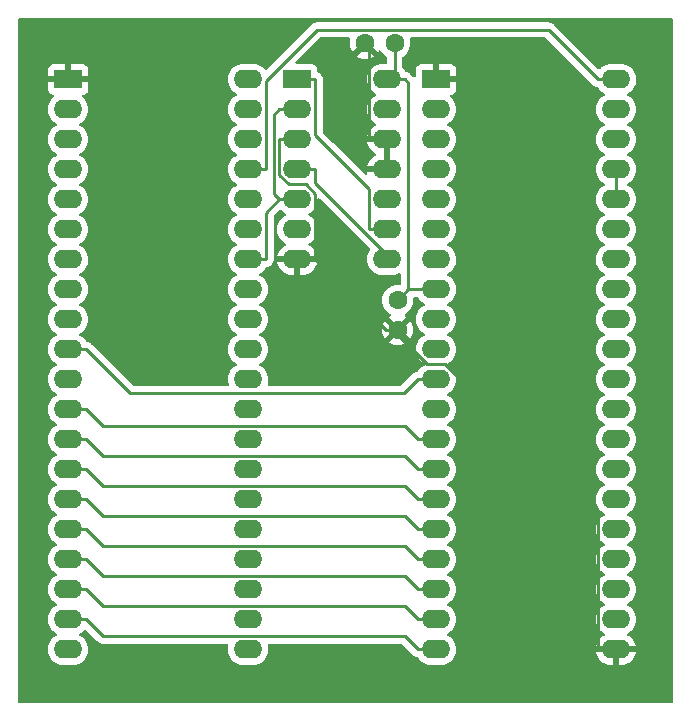
<source format=gtl>
G04 #@! TF.GenerationSoftware,KiCad,Pcbnew,(6.0.4-0)*
G04 #@! TF.CreationDate,2022-11-05T16:46:17+09:00*
G04 #@! TF.ProjectId,MC6800-SBC6809E,4d433638-3030-42d5-9342-433638303945,rev?*
G04 #@! TF.SameCoordinates,Original*
G04 #@! TF.FileFunction,Copper,L1,Top*
G04 #@! TF.FilePolarity,Positive*
%FSLAX46Y46*%
G04 Gerber Fmt 4.6, Leading zero omitted, Abs format (unit mm)*
G04 Created by KiCad (PCBNEW (6.0.4-0)) date 2022-11-05 16:46:17*
%MOMM*%
%LPD*%
G01*
G04 APERTURE LIST*
G04 #@! TA.AperFunction,ComponentPad*
%ADD10R,2.400000X1.600000*%
G04 #@! TD*
G04 #@! TA.AperFunction,ComponentPad*
%ADD11O,2.400000X1.600000*%
G04 #@! TD*
G04 #@! TA.AperFunction,ComponentPad*
%ADD12C,1.600000*%
G04 #@! TD*
G04 #@! TA.AperFunction,Conductor*
%ADD13C,0.250000*%
G04 #@! TD*
G04 APERTURE END LIST*
D10*
X130645000Y-74175000D03*
D11*
X130645000Y-76715000D03*
X130645000Y-79255000D03*
X130645000Y-81795000D03*
X130645000Y-84335000D03*
X130645000Y-86875000D03*
X130645000Y-89415000D03*
X138265000Y-89415000D03*
X138265000Y-86875000D03*
X138265000Y-84335000D03*
X138265000Y-81795000D03*
X138265000Y-79255000D03*
X138265000Y-76715000D03*
X138265000Y-74175000D03*
D10*
X111245000Y-74175000D03*
D11*
X111245000Y-76715000D03*
X111245000Y-79255000D03*
X111245000Y-81795000D03*
X111245000Y-84335000D03*
X111245000Y-86875000D03*
X111245000Y-89415000D03*
X111245000Y-91955000D03*
X111245000Y-94495000D03*
X111245000Y-97035000D03*
X111245000Y-99575000D03*
X111245000Y-102115000D03*
X111245000Y-104655000D03*
X111245000Y-107195000D03*
X111245000Y-109735000D03*
X111245000Y-112275000D03*
X111245000Y-114815000D03*
X111245000Y-117355000D03*
X111245000Y-119895000D03*
X111245000Y-122435000D03*
X126485000Y-122435000D03*
X126485000Y-119895000D03*
X126485000Y-117355000D03*
X126485000Y-114815000D03*
X126485000Y-112275000D03*
X126485000Y-109735000D03*
X126485000Y-107195000D03*
X126485000Y-104655000D03*
X126485000Y-102115000D03*
X126485000Y-99575000D03*
X126485000Y-97035000D03*
X126485000Y-94495000D03*
X126485000Y-91955000D03*
X126485000Y-89415000D03*
X126485000Y-86875000D03*
X126485000Y-84335000D03*
X126485000Y-81795000D03*
X126485000Y-79255000D03*
X126485000Y-76715000D03*
X126485000Y-74175000D03*
D12*
X139145000Y-92875000D03*
X139145000Y-95375000D03*
X138895000Y-71125000D03*
X136395000Y-71125000D03*
D10*
X142395000Y-74175000D03*
D11*
X142395000Y-76715000D03*
X142395000Y-79255000D03*
X142395000Y-81795000D03*
X142395000Y-84335000D03*
X142395000Y-86875000D03*
X142395000Y-89415000D03*
X142395000Y-91955000D03*
X142395000Y-94495000D03*
X142395000Y-97035000D03*
X142395000Y-99575000D03*
X142395000Y-102115000D03*
X142395000Y-104655000D03*
X142395000Y-107195000D03*
X142395000Y-109735000D03*
X142395000Y-112275000D03*
X142395000Y-114815000D03*
X142395000Y-117355000D03*
X142395000Y-119895000D03*
X142395000Y-122435000D03*
X157635000Y-122435000D03*
X157635000Y-119895000D03*
X157635000Y-117355000D03*
X157635000Y-114815000D03*
X157635000Y-112275000D03*
X157635000Y-109735000D03*
X157635000Y-107195000D03*
X157635000Y-104655000D03*
X157635000Y-102115000D03*
X157635000Y-99575000D03*
X157635000Y-97035000D03*
X157635000Y-94495000D03*
X157635000Y-91955000D03*
X157635000Y-89415000D03*
X157635000Y-86875000D03*
X157635000Y-84335000D03*
X157635000Y-81795000D03*
X157635000Y-79255000D03*
X157635000Y-76715000D03*
X157635000Y-74175000D03*
D13*
X138895000Y-74175000D02*
X139790300Y-74175000D01*
X138895000Y-71125000D02*
X138895000Y-74175000D01*
X142395000Y-91955000D02*
X140065000Y-91955000D01*
X140065000Y-91955000D02*
X139145000Y-92875000D01*
X138265000Y-74175000D02*
X138895000Y-74175000D01*
X140065000Y-74449700D02*
X139790300Y-74175000D01*
X140065000Y-91955000D02*
X140065000Y-74449700D01*
X129119700Y-82268600D02*
X129916100Y-83065000D01*
X129916100Y-83065000D02*
X131369000Y-83065000D01*
X131369000Y-83065000D02*
X132170300Y-83866300D01*
X130645000Y-89415000D02*
X132170300Y-89415000D01*
X157635000Y-122435000D02*
X156109700Y-122435000D01*
X141623000Y-98305000D02*
X139145000Y-95827000D01*
X139145000Y-95375000D02*
X138130300Y-95375000D01*
X138130300Y-95375000D02*
X132170300Y-89415000D01*
X143119800Y-98305000D02*
X141623000Y-98305000D01*
X129119700Y-79255000D02*
X129119700Y-82268600D01*
X132170300Y-83866300D02*
X132170300Y-89415000D01*
X156109700Y-111294900D02*
X143119800Y-98305000D01*
X138265000Y-79255000D02*
X138265000Y-81795000D01*
X138265000Y-79255000D02*
X136739700Y-79255000D01*
X136739700Y-71469700D02*
X136395000Y-71125000D01*
X139145000Y-95827000D02*
X139145000Y-95375000D01*
X136739700Y-79255000D02*
X136739700Y-71469700D01*
X156109700Y-122435000D02*
X156109700Y-111294900D01*
X130645000Y-79255000D02*
X129119700Y-79255000D01*
X139688300Y-100756400D02*
X116491700Y-100756400D01*
X140869700Y-99575000D02*
X139688300Y-100756400D01*
X142395000Y-99575000D02*
X140869700Y-99575000D01*
X111245000Y-97035000D02*
X112770300Y-97035000D01*
X116491700Y-100756400D02*
X112770300Y-97035000D01*
X139744300Y-103529600D02*
X114184900Y-103529600D01*
X114184900Y-103529600D02*
X112770300Y-102115000D01*
X111245000Y-102115000D02*
X112770300Y-102115000D01*
X140869700Y-104655000D02*
X139744300Y-103529600D01*
X142395000Y-104655000D02*
X140869700Y-104655000D01*
X111245000Y-104655000D02*
X112770300Y-104655000D01*
X142395000Y-107195000D02*
X140869700Y-107195000D01*
X114184900Y-106069600D02*
X112770300Y-104655000D01*
X139744300Y-106069600D02*
X114184900Y-106069600D01*
X140869700Y-107195000D02*
X139744300Y-106069600D01*
X140869700Y-109735000D02*
X139744300Y-108609600D01*
X114184900Y-108609600D02*
X112770300Y-107195000D01*
X142395000Y-109735000D02*
X140869700Y-109735000D01*
X111245000Y-107195000D02*
X112770300Y-107195000D01*
X139744300Y-108609600D02*
X114184900Y-108609600D01*
X111245000Y-109735000D02*
X112770300Y-109735000D01*
X114184900Y-111149600D02*
X112770300Y-109735000D01*
X142395000Y-112275000D02*
X140869700Y-112275000D01*
X140869700Y-112275000D02*
X139744300Y-111149600D01*
X139744300Y-111149600D02*
X114184900Y-111149600D01*
X142395000Y-114815000D02*
X140869700Y-114815000D01*
X139744300Y-113689600D02*
X114184900Y-113689600D01*
X140869700Y-114815000D02*
X139744300Y-113689600D01*
X111245000Y-112275000D02*
X112770300Y-112275000D01*
X114184900Y-113689600D02*
X112770300Y-112275000D01*
X140869700Y-117355000D02*
X139744300Y-116229600D01*
X142395000Y-117355000D02*
X140869700Y-117355000D01*
X114184900Y-116229600D02*
X112770300Y-114815000D01*
X139744300Y-116229600D02*
X114184900Y-116229600D01*
X111245000Y-114815000D02*
X112770300Y-114815000D01*
X114184900Y-118769600D02*
X112770300Y-117355000D01*
X111245000Y-117355000D02*
X112770300Y-117355000D01*
X142395000Y-119895000D02*
X140869700Y-119895000D01*
X140869700Y-119895000D02*
X139744300Y-118769600D01*
X139744300Y-118769600D02*
X114184900Y-118769600D01*
X114184900Y-121309600D02*
X112770300Y-119895000D01*
X139744300Y-121309600D02*
X114184900Y-121309600D01*
X111245000Y-119895000D02*
X112770300Y-119895000D01*
X140869700Y-122435000D02*
X139744300Y-121309600D01*
X142395000Y-122435000D02*
X140869700Y-122435000D01*
X129119700Y-84335000D02*
X128669400Y-83884700D01*
X130645000Y-84335000D02*
X129232300Y-84335000D01*
X129232300Y-84335000D02*
X129119700Y-84335000D01*
X130645000Y-76715000D02*
X129119700Y-76715000D01*
X128669400Y-77165300D02*
X129119700Y-76715000D01*
X126485000Y-89415000D02*
X128010300Y-89415000D01*
X128669400Y-83884700D02*
X128669400Y-77165300D01*
X128010300Y-85444400D02*
X129119700Y-84335000D01*
X128010300Y-89415000D02*
X128010300Y-85444400D01*
X157635000Y-74175000D02*
X156109700Y-74175000D01*
X128010300Y-74273500D02*
X128010300Y-81795000D01*
X132294200Y-69989600D02*
X128010300Y-74273500D01*
X151924300Y-69989600D02*
X132294200Y-69989600D01*
X156109700Y-74175000D02*
X151924300Y-69989600D01*
X126485000Y-81795000D02*
X128010300Y-81795000D01*
X138265000Y-86875000D02*
X136739700Y-86875000D01*
X132170300Y-78907300D02*
X136739700Y-83476700D01*
X132170300Y-74175000D02*
X132170300Y-78907300D01*
X130645000Y-74175000D02*
X132170300Y-74175000D01*
X136739700Y-83476700D02*
X136739700Y-86875000D01*
X138265000Y-89415000D02*
X138323900Y-89415000D01*
X132170300Y-82963100D02*
X132170300Y-81795000D01*
X130645000Y-81795000D02*
X132170300Y-81795000D01*
X138323900Y-89116700D02*
X132170300Y-82963100D01*
X138323900Y-89415000D02*
X138323900Y-89116700D01*
X157635000Y-81795000D02*
X157635000Y-84335000D01*
G04 #@! TA.AperFunction,Conductor*
G36*
X162433621Y-69020002D02*
G01*
X162480114Y-69073658D01*
X162491500Y-69126000D01*
X162491500Y-126874000D01*
X162471498Y-126942121D01*
X162417842Y-126988614D01*
X162365500Y-127000000D01*
X107126000Y-127000000D01*
X107057879Y-126979998D01*
X107011386Y-126926342D01*
X107000000Y-126874000D01*
X107000000Y-122435000D01*
X109531502Y-122435000D01*
X109551457Y-122663087D01*
X109552881Y-122668400D01*
X109552881Y-122668402D01*
X109562031Y-122702548D01*
X109610716Y-122884243D01*
X109613039Y-122889224D01*
X109613039Y-122889225D01*
X109705151Y-123086762D01*
X109705154Y-123086767D01*
X109707477Y-123091749D01*
X109838802Y-123279300D01*
X110000700Y-123441198D01*
X110005208Y-123444355D01*
X110005211Y-123444357D01*
X110083389Y-123499098D01*
X110188251Y-123572523D01*
X110193233Y-123574846D01*
X110193238Y-123574849D01*
X110389765Y-123666490D01*
X110395757Y-123669284D01*
X110401065Y-123670706D01*
X110401067Y-123670707D01*
X110611598Y-123727119D01*
X110611600Y-123727119D01*
X110616913Y-123728543D01*
X110715120Y-123737135D01*
X110785149Y-123743262D01*
X110785156Y-123743262D01*
X110787873Y-123743500D01*
X111702127Y-123743500D01*
X111704844Y-123743262D01*
X111704851Y-123743262D01*
X111774880Y-123737135D01*
X111873087Y-123728543D01*
X111878400Y-123727119D01*
X111878402Y-123727119D01*
X112088933Y-123670707D01*
X112088935Y-123670706D01*
X112094243Y-123669284D01*
X112100235Y-123666490D01*
X112296762Y-123574849D01*
X112296767Y-123574846D01*
X112301749Y-123572523D01*
X112406611Y-123499098D01*
X112484789Y-123444357D01*
X112484792Y-123444355D01*
X112489300Y-123441198D01*
X112651198Y-123279300D01*
X112782523Y-123091749D01*
X112784846Y-123086767D01*
X112784849Y-123086762D01*
X112876961Y-122889225D01*
X112876961Y-122889224D01*
X112879284Y-122884243D01*
X112927970Y-122702548D01*
X112937119Y-122668402D01*
X112937119Y-122668400D01*
X112938543Y-122663087D01*
X112958498Y-122435000D01*
X112938543Y-122206913D01*
X112879284Y-121985757D01*
X112860116Y-121944651D01*
X112784849Y-121783238D01*
X112784846Y-121783233D01*
X112782523Y-121778251D01*
X112709098Y-121673389D01*
X112654357Y-121595211D01*
X112654355Y-121595208D01*
X112651198Y-121590700D01*
X112489300Y-121428802D01*
X112484792Y-121425645D01*
X112484789Y-121425643D01*
X112406611Y-121370902D01*
X112301749Y-121297477D01*
X112296767Y-121295154D01*
X112296762Y-121295151D01*
X112262543Y-121279195D01*
X112209258Y-121232278D01*
X112189797Y-121164001D01*
X112210339Y-121096041D01*
X112262543Y-121050805D01*
X112296762Y-121034849D01*
X112296767Y-121034846D01*
X112301749Y-121032523D01*
X112475156Y-120911102D01*
X112484789Y-120904357D01*
X112484792Y-120904355D01*
X112489300Y-120901198D01*
X112595852Y-120794646D01*
X112658164Y-120760620D01*
X112728979Y-120765685D01*
X112774042Y-120794646D01*
X113681243Y-121701847D01*
X113688787Y-121710137D01*
X113692900Y-121716618D01*
X113698677Y-121722043D01*
X113742567Y-121763258D01*
X113745409Y-121766013D01*
X113765131Y-121785735D01*
X113768255Y-121788158D01*
X113768259Y-121788162D01*
X113768324Y-121788212D01*
X113777345Y-121795917D01*
X113809579Y-121826186D01*
X113816527Y-121830005D01*
X113816529Y-121830007D01*
X113827332Y-121835946D01*
X113843859Y-121846802D01*
X113853598Y-121854357D01*
X113853600Y-121854358D01*
X113859860Y-121859214D01*
X113900440Y-121876774D01*
X113911088Y-121881991D01*
X113949840Y-121903295D01*
X113957516Y-121905266D01*
X113957519Y-121905267D01*
X113969462Y-121908333D01*
X113988167Y-121914737D01*
X114006755Y-121922781D01*
X114014578Y-121924020D01*
X114014588Y-121924023D01*
X114050424Y-121929699D01*
X114062044Y-121932105D01*
X114097189Y-121941128D01*
X114104870Y-121943100D01*
X114125124Y-121943100D01*
X114144834Y-121944651D01*
X114164843Y-121947820D01*
X114172735Y-121947074D01*
X114208861Y-121943659D01*
X114220719Y-121943100D01*
X124697939Y-121943100D01*
X124766060Y-121963102D01*
X124812553Y-122016758D01*
X124822657Y-122087032D01*
X124819646Y-122101711D01*
X124791457Y-122206913D01*
X124771502Y-122435000D01*
X124791457Y-122663087D01*
X124792881Y-122668400D01*
X124792881Y-122668402D01*
X124802031Y-122702548D01*
X124850716Y-122884243D01*
X124853039Y-122889224D01*
X124853039Y-122889225D01*
X124945151Y-123086762D01*
X124945154Y-123086767D01*
X124947477Y-123091749D01*
X125078802Y-123279300D01*
X125240700Y-123441198D01*
X125245208Y-123444355D01*
X125245211Y-123444357D01*
X125323389Y-123499098D01*
X125428251Y-123572523D01*
X125433233Y-123574846D01*
X125433238Y-123574849D01*
X125629765Y-123666490D01*
X125635757Y-123669284D01*
X125641065Y-123670706D01*
X125641067Y-123670707D01*
X125851598Y-123727119D01*
X125851600Y-123727119D01*
X125856913Y-123728543D01*
X125955120Y-123737135D01*
X126025149Y-123743262D01*
X126025156Y-123743262D01*
X126027873Y-123743500D01*
X126942127Y-123743500D01*
X126944844Y-123743262D01*
X126944851Y-123743262D01*
X127014880Y-123737135D01*
X127113087Y-123728543D01*
X127118400Y-123727119D01*
X127118402Y-123727119D01*
X127328933Y-123670707D01*
X127328935Y-123670706D01*
X127334243Y-123669284D01*
X127340235Y-123666490D01*
X127536762Y-123574849D01*
X127536767Y-123574846D01*
X127541749Y-123572523D01*
X127646611Y-123499098D01*
X127724789Y-123444357D01*
X127724792Y-123444355D01*
X127729300Y-123441198D01*
X127891198Y-123279300D01*
X128022523Y-123091749D01*
X128024846Y-123086767D01*
X128024849Y-123086762D01*
X128116961Y-122889225D01*
X128116961Y-122889224D01*
X128119284Y-122884243D01*
X128167970Y-122702548D01*
X128177119Y-122668402D01*
X128177119Y-122668400D01*
X128178543Y-122663087D01*
X128198498Y-122435000D01*
X128178543Y-122206913D01*
X128150354Y-122101711D01*
X128152044Y-122030735D01*
X128191838Y-121971939D01*
X128257102Y-121943991D01*
X128272061Y-121943100D01*
X139429705Y-121943100D01*
X139497826Y-121963102D01*
X139518801Y-121980005D01*
X140366053Y-122827258D01*
X140373587Y-122835537D01*
X140377700Y-122842018D01*
X140427351Y-122888643D01*
X140430193Y-122891398D01*
X140449930Y-122911135D01*
X140453127Y-122913615D01*
X140462147Y-122921318D01*
X140494379Y-122951586D01*
X140501325Y-122955405D01*
X140501328Y-122955407D01*
X140512134Y-122961348D01*
X140528653Y-122972199D01*
X140544659Y-122984614D01*
X140551928Y-122987759D01*
X140551932Y-122987762D01*
X140585237Y-123002174D01*
X140595887Y-123007391D01*
X140634640Y-123028695D01*
X140642315Y-123030666D01*
X140642316Y-123030666D01*
X140654262Y-123033733D01*
X140672967Y-123040137D01*
X140691555Y-123048181D01*
X140699378Y-123049420D01*
X140699388Y-123049423D01*
X140735224Y-123055099D01*
X140746844Y-123057505D01*
X140781989Y-123066528D01*
X140789670Y-123068500D01*
X140792223Y-123068500D01*
X140855108Y-123095925D01*
X140877454Y-123120279D01*
X140988802Y-123279300D01*
X141150700Y-123441198D01*
X141155208Y-123444355D01*
X141155211Y-123444357D01*
X141233389Y-123499098D01*
X141338251Y-123572523D01*
X141343233Y-123574846D01*
X141343238Y-123574849D01*
X141539765Y-123666490D01*
X141545757Y-123669284D01*
X141551065Y-123670706D01*
X141551067Y-123670707D01*
X141761598Y-123727119D01*
X141761600Y-123727119D01*
X141766913Y-123728543D01*
X141865120Y-123737135D01*
X141935149Y-123743262D01*
X141935156Y-123743262D01*
X141937873Y-123743500D01*
X142852127Y-123743500D01*
X142854844Y-123743262D01*
X142854851Y-123743262D01*
X142924880Y-123737135D01*
X143023087Y-123728543D01*
X143028400Y-123727119D01*
X143028402Y-123727119D01*
X143238933Y-123670707D01*
X143238935Y-123670706D01*
X143244243Y-123669284D01*
X143250235Y-123666490D01*
X143446762Y-123574849D01*
X143446767Y-123574846D01*
X143451749Y-123572523D01*
X143556611Y-123499098D01*
X143634789Y-123444357D01*
X143634792Y-123444355D01*
X143639300Y-123441198D01*
X143801198Y-123279300D01*
X143932523Y-123091749D01*
X143934846Y-123086767D01*
X143934849Y-123086762D01*
X144026961Y-122889225D01*
X144026961Y-122889224D01*
X144029284Y-122884243D01*
X144077970Y-122702548D01*
X144078245Y-122701522D01*
X155952273Y-122701522D01*
X155999764Y-122878761D01*
X156003510Y-122889053D01*
X156095586Y-123086511D01*
X156101069Y-123096007D01*
X156226028Y-123274467D01*
X156233084Y-123282875D01*
X156387125Y-123436916D01*
X156395533Y-123443972D01*
X156573993Y-123568931D01*
X156583489Y-123574414D01*
X156780947Y-123666490D01*
X156791239Y-123670236D01*
X157001688Y-123726625D01*
X157012481Y-123728528D01*
X157175170Y-123742762D01*
X157180635Y-123743000D01*
X157362885Y-123743000D01*
X157378124Y-123738525D01*
X157379329Y-123737135D01*
X157381000Y-123729452D01*
X157381000Y-123724885D01*
X157889000Y-123724885D01*
X157893475Y-123740124D01*
X157894865Y-123741329D01*
X157902548Y-123743000D01*
X158089365Y-123743000D01*
X158094830Y-123742762D01*
X158257519Y-123728528D01*
X158268312Y-123726625D01*
X158478761Y-123670236D01*
X158489053Y-123666490D01*
X158686511Y-123574414D01*
X158696007Y-123568931D01*
X158874467Y-123443972D01*
X158882875Y-123436916D01*
X159036916Y-123282875D01*
X159043972Y-123274467D01*
X159168931Y-123096007D01*
X159174414Y-123086511D01*
X159266490Y-122889053D01*
X159270236Y-122878761D01*
X159316394Y-122706497D01*
X159316058Y-122692401D01*
X159308116Y-122689000D01*
X157907115Y-122689000D01*
X157891876Y-122693475D01*
X157890671Y-122694865D01*
X157889000Y-122702548D01*
X157889000Y-123724885D01*
X157381000Y-123724885D01*
X157381000Y-122707115D01*
X157376525Y-122691876D01*
X157375135Y-122690671D01*
X157367452Y-122689000D01*
X155967033Y-122689000D01*
X155953502Y-122692973D01*
X155952273Y-122701522D01*
X144078245Y-122701522D01*
X144087119Y-122668402D01*
X144087119Y-122668400D01*
X144088543Y-122663087D01*
X144108498Y-122435000D01*
X144088543Y-122206913D01*
X144029284Y-121985757D01*
X144010116Y-121944651D01*
X143934849Y-121783238D01*
X143934846Y-121783233D01*
X143932523Y-121778251D01*
X143859098Y-121673389D01*
X143804357Y-121595211D01*
X143804355Y-121595208D01*
X143801198Y-121590700D01*
X143639300Y-121428802D01*
X143634792Y-121425645D01*
X143634789Y-121425643D01*
X143556611Y-121370902D01*
X143451749Y-121297477D01*
X143446767Y-121295154D01*
X143446762Y-121295151D01*
X143412543Y-121279195D01*
X143359258Y-121232278D01*
X143339797Y-121164001D01*
X143360339Y-121096041D01*
X143412543Y-121050805D01*
X143446762Y-121034849D01*
X143446767Y-121034846D01*
X143451749Y-121032523D01*
X143625156Y-120911102D01*
X143634789Y-120904357D01*
X143634792Y-120904355D01*
X143639300Y-120901198D01*
X143801198Y-120739300D01*
X143814908Y-120719721D01*
X143912545Y-120580280D01*
X143932523Y-120551749D01*
X143934846Y-120546767D01*
X143934849Y-120546762D01*
X144026961Y-120349225D01*
X144026961Y-120349224D01*
X144029284Y-120344243D01*
X144088543Y-120123087D01*
X144108498Y-119895000D01*
X144088543Y-119666913D01*
X144029284Y-119445757D01*
X144015591Y-119416392D01*
X143934849Y-119243238D01*
X143934846Y-119243233D01*
X143932523Y-119238251D01*
X143859098Y-119133389D01*
X143804357Y-119055211D01*
X143804355Y-119055208D01*
X143801198Y-119050700D01*
X143639300Y-118888802D01*
X143634792Y-118885645D01*
X143634789Y-118885643D01*
X143556611Y-118830902D01*
X143451749Y-118757477D01*
X143446767Y-118755154D01*
X143446762Y-118755151D01*
X143412543Y-118739195D01*
X143359258Y-118692278D01*
X143339797Y-118624001D01*
X143360339Y-118556041D01*
X143412543Y-118510805D01*
X143446762Y-118494849D01*
X143446767Y-118494846D01*
X143451749Y-118492523D01*
X143625156Y-118371102D01*
X143634789Y-118364357D01*
X143634792Y-118364355D01*
X143639300Y-118361198D01*
X143801198Y-118199300D01*
X143814908Y-118179721D01*
X143912545Y-118040280D01*
X143932523Y-118011749D01*
X143934846Y-118006767D01*
X143934849Y-118006762D01*
X144026961Y-117809225D01*
X144026961Y-117809224D01*
X144029284Y-117804243D01*
X144088543Y-117583087D01*
X144108498Y-117355000D01*
X144088543Y-117126913D01*
X144029284Y-116905757D01*
X144015591Y-116876392D01*
X143934849Y-116703238D01*
X143934846Y-116703233D01*
X143932523Y-116698251D01*
X143859098Y-116593389D01*
X143804357Y-116515211D01*
X143804355Y-116515208D01*
X143801198Y-116510700D01*
X143639300Y-116348802D01*
X143634792Y-116345645D01*
X143634789Y-116345643D01*
X143556611Y-116290902D01*
X143451749Y-116217477D01*
X143446767Y-116215154D01*
X143446762Y-116215151D01*
X143412543Y-116199195D01*
X143359258Y-116152278D01*
X143339797Y-116084001D01*
X143360339Y-116016041D01*
X143412543Y-115970805D01*
X143446762Y-115954849D01*
X143446767Y-115954846D01*
X143451749Y-115952523D01*
X143625156Y-115831102D01*
X143634789Y-115824357D01*
X143634792Y-115824355D01*
X143639300Y-115821198D01*
X143801198Y-115659300D01*
X143814908Y-115639721D01*
X143912545Y-115500280D01*
X143932523Y-115471749D01*
X143934846Y-115466767D01*
X143934849Y-115466762D01*
X144026961Y-115269225D01*
X144026961Y-115269224D01*
X144029284Y-115264243D01*
X144088543Y-115043087D01*
X144108498Y-114815000D01*
X144088543Y-114586913D01*
X144029284Y-114365757D01*
X144015591Y-114336392D01*
X143934849Y-114163238D01*
X143934846Y-114163233D01*
X143932523Y-114158251D01*
X143859098Y-114053389D01*
X143804357Y-113975211D01*
X143804355Y-113975208D01*
X143801198Y-113970700D01*
X143639300Y-113808802D01*
X143634792Y-113805645D01*
X143634789Y-113805643D01*
X143556611Y-113750902D01*
X143451749Y-113677477D01*
X143446767Y-113675154D01*
X143446762Y-113675151D01*
X143412543Y-113659195D01*
X143359258Y-113612278D01*
X143339797Y-113544001D01*
X143360339Y-113476041D01*
X143412543Y-113430805D01*
X143446762Y-113414849D01*
X143446767Y-113414846D01*
X143451749Y-113412523D01*
X143625156Y-113291102D01*
X143634789Y-113284357D01*
X143634792Y-113284355D01*
X143639300Y-113281198D01*
X143801198Y-113119300D01*
X143814908Y-113099721D01*
X143912545Y-112960280D01*
X143932523Y-112931749D01*
X143934846Y-112926767D01*
X143934849Y-112926762D01*
X144026961Y-112729225D01*
X144026961Y-112729224D01*
X144029284Y-112724243D01*
X144088543Y-112503087D01*
X144108498Y-112275000D01*
X144088543Y-112046913D01*
X144029284Y-111825757D01*
X144015591Y-111796392D01*
X143934849Y-111623238D01*
X143934846Y-111623233D01*
X143932523Y-111618251D01*
X143859098Y-111513389D01*
X143804357Y-111435211D01*
X143804355Y-111435208D01*
X143801198Y-111430700D01*
X143639300Y-111268802D01*
X143634792Y-111265645D01*
X143634789Y-111265643D01*
X143556611Y-111210902D01*
X143451749Y-111137477D01*
X143446767Y-111135154D01*
X143446762Y-111135151D01*
X143412543Y-111119195D01*
X143359258Y-111072278D01*
X143339797Y-111004001D01*
X143360339Y-110936041D01*
X143412543Y-110890805D01*
X143446762Y-110874849D01*
X143446767Y-110874846D01*
X143451749Y-110872523D01*
X143625156Y-110751102D01*
X143634789Y-110744357D01*
X143634792Y-110744355D01*
X143639300Y-110741198D01*
X143801198Y-110579300D01*
X143814908Y-110559721D01*
X143912545Y-110420280D01*
X143932523Y-110391749D01*
X143934846Y-110386767D01*
X143934849Y-110386762D01*
X144026961Y-110189225D01*
X144026961Y-110189224D01*
X144029284Y-110184243D01*
X144088543Y-109963087D01*
X144108498Y-109735000D01*
X144088543Y-109506913D01*
X144029284Y-109285757D01*
X144015591Y-109256392D01*
X143934849Y-109083238D01*
X143934846Y-109083233D01*
X143932523Y-109078251D01*
X143859098Y-108973389D01*
X143804357Y-108895211D01*
X143804355Y-108895208D01*
X143801198Y-108890700D01*
X143639300Y-108728802D01*
X143634792Y-108725645D01*
X143634789Y-108725643D01*
X143556611Y-108670902D01*
X143451749Y-108597477D01*
X143446767Y-108595154D01*
X143446762Y-108595151D01*
X143412543Y-108579195D01*
X143359258Y-108532278D01*
X143339797Y-108464001D01*
X143360339Y-108396041D01*
X143412543Y-108350805D01*
X143446762Y-108334849D01*
X143446767Y-108334846D01*
X143451749Y-108332523D01*
X143625156Y-108211102D01*
X143634789Y-108204357D01*
X143634792Y-108204355D01*
X143639300Y-108201198D01*
X143801198Y-108039300D01*
X143814908Y-108019721D01*
X143912545Y-107880280D01*
X143932523Y-107851749D01*
X143934846Y-107846767D01*
X143934849Y-107846762D01*
X144026961Y-107649225D01*
X144026961Y-107649224D01*
X144029284Y-107644243D01*
X144088543Y-107423087D01*
X144108498Y-107195000D01*
X144088543Y-106966913D01*
X144029284Y-106745757D01*
X144015591Y-106716392D01*
X143934849Y-106543238D01*
X143934846Y-106543233D01*
X143932523Y-106538251D01*
X143859098Y-106433389D01*
X143804357Y-106355211D01*
X143804355Y-106355208D01*
X143801198Y-106350700D01*
X143639300Y-106188802D01*
X143634792Y-106185645D01*
X143634789Y-106185643D01*
X143556611Y-106130902D01*
X143451749Y-106057477D01*
X143446767Y-106055154D01*
X143446762Y-106055151D01*
X143412543Y-106039195D01*
X143359258Y-105992278D01*
X143339797Y-105924001D01*
X143360339Y-105856041D01*
X143412543Y-105810805D01*
X143446762Y-105794849D01*
X143446767Y-105794846D01*
X143451749Y-105792523D01*
X143625156Y-105671102D01*
X143634789Y-105664357D01*
X143634792Y-105664355D01*
X143639300Y-105661198D01*
X143801198Y-105499300D01*
X143814908Y-105479721D01*
X143912545Y-105340280D01*
X143932523Y-105311749D01*
X143934846Y-105306767D01*
X143934849Y-105306762D01*
X144026961Y-105109225D01*
X144026961Y-105109224D01*
X144029284Y-105104243D01*
X144088543Y-104883087D01*
X144108498Y-104655000D01*
X144088543Y-104426913D01*
X144029284Y-104205757D01*
X144015591Y-104176392D01*
X143934849Y-104003238D01*
X143934846Y-104003233D01*
X143932523Y-103998251D01*
X143859098Y-103893389D01*
X143804357Y-103815211D01*
X143804355Y-103815208D01*
X143801198Y-103810700D01*
X143639300Y-103648802D01*
X143634792Y-103645645D01*
X143634789Y-103645643D01*
X143556611Y-103590902D01*
X143451749Y-103517477D01*
X143446767Y-103515154D01*
X143446762Y-103515151D01*
X143412543Y-103499195D01*
X143359258Y-103452278D01*
X143339797Y-103384001D01*
X143360339Y-103316041D01*
X143412543Y-103270805D01*
X143446762Y-103254849D01*
X143446767Y-103254846D01*
X143451749Y-103252523D01*
X143625156Y-103131102D01*
X143634789Y-103124357D01*
X143634792Y-103124355D01*
X143639300Y-103121198D01*
X143801198Y-102959300D01*
X143814908Y-102939721D01*
X143897027Y-102822442D01*
X143932523Y-102771749D01*
X143934846Y-102766767D01*
X143934849Y-102766762D01*
X144026961Y-102569225D01*
X144026961Y-102569224D01*
X144029284Y-102564243D01*
X144088543Y-102343087D01*
X144108498Y-102115000D01*
X144088543Y-101886913D01*
X144029284Y-101665757D01*
X144015591Y-101636392D01*
X143934849Y-101463238D01*
X143934846Y-101463233D01*
X143932523Y-101458251D01*
X143838103Y-101323406D01*
X143804357Y-101275211D01*
X143804355Y-101275208D01*
X143801198Y-101270700D01*
X143639300Y-101108802D01*
X143634792Y-101105645D01*
X143634789Y-101105643D01*
X143556611Y-101050902D01*
X143451749Y-100977477D01*
X143446767Y-100975154D01*
X143446762Y-100975151D01*
X143412543Y-100959195D01*
X143359258Y-100912278D01*
X143339797Y-100844001D01*
X143360339Y-100776041D01*
X143412543Y-100730805D01*
X143446762Y-100714849D01*
X143446767Y-100714846D01*
X143451749Y-100712523D01*
X143556611Y-100639098D01*
X143634789Y-100584357D01*
X143634792Y-100584355D01*
X143639300Y-100581198D01*
X143801198Y-100419300D01*
X143932523Y-100231749D01*
X143934846Y-100226767D01*
X143934849Y-100226762D01*
X144026961Y-100029225D01*
X144026961Y-100029224D01*
X144029284Y-100024243D01*
X144041416Y-99978968D01*
X144087119Y-99808402D01*
X144087119Y-99808400D01*
X144088543Y-99803087D01*
X144108498Y-99575000D01*
X144088543Y-99346913D01*
X144087119Y-99341598D01*
X144030707Y-99131067D01*
X144030706Y-99131065D01*
X144029284Y-99125757D01*
X144016164Y-99097620D01*
X143934849Y-98923238D01*
X143934846Y-98923233D01*
X143932523Y-98918251D01*
X143801198Y-98730700D01*
X143639300Y-98568802D01*
X143634792Y-98565645D01*
X143634789Y-98565643D01*
X143556611Y-98510902D01*
X143451749Y-98437477D01*
X143446767Y-98435154D01*
X143446762Y-98435151D01*
X143412543Y-98419195D01*
X143359258Y-98372278D01*
X143339797Y-98304001D01*
X143360339Y-98236041D01*
X143412543Y-98190805D01*
X143446762Y-98174849D01*
X143446767Y-98174846D01*
X143451749Y-98172523D01*
X143556611Y-98099098D01*
X143634789Y-98044357D01*
X143634792Y-98044355D01*
X143639300Y-98041198D01*
X143801198Y-97879300D01*
X143828997Y-97839600D01*
X143929366Y-97696257D01*
X143932523Y-97691749D01*
X143934846Y-97686767D01*
X143934849Y-97686762D01*
X144026961Y-97489225D01*
X144026961Y-97489224D01*
X144029284Y-97484243D01*
X144088543Y-97263087D01*
X144108498Y-97035000D01*
X144088543Y-96806913D01*
X144035843Y-96610236D01*
X144030707Y-96591067D01*
X144030706Y-96591065D01*
X144029284Y-96585757D01*
X144015591Y-96556392D01*
X143934849Y-96383238D01*
X143934846Y-96383233D01*
X143932523Y-96378251D01*
X143801198Y-96190700D01*
X143639300Y-96028802D01*
X143634792Y-96025645D01*
X143634789Y-96025643D01*
X143556611Y-95970902D01*
X143451749Y-95897477D01*
X143446767Y-95895154D01*
X143446762Y-95895151D01*
X143412543Y-95879195D01*
X143359258Y-95832278D01*
X143339797Y-95764001D01*
X143360339Y-95696041D01*
X143412543Y-95650805D01*
X143446762Y-95634849D01*
X143446767Y-95634846D01*
X143451749Y-95632523D01*
X143556611Y-95559098D01*
X143634789Y-95504357D01*
X143634792Y-95504355D01*
X143639300Y-95501198D01*
X143801198Y-95339300D01*
X143932523Y-95151749D01*
X143934846Y-95146767D01*
X143934849Y-95146762D01*
X144026961Y-94949225D01*
X144026961Y-94949224D01*
X144029284Y-94944243D01*
X144032769Y-94931239D01*
X144087119Y-94728402D01*
X144087119Y-94728400D01*
X144088543Y-94723087D01*
X144108498Y-94495000D01*
X144088543Y-94266913D01*
X144029284Y-94045757D01*
X144012316Y-94009369D01*
X143934849Y-93843238D01*
X143934846Y-93843233D01*
X143932523Y-93838251D01*
X143801198Y-93650700D01*
X143639300Y-93488802D01*
X143634792Y-93485645D01*
X143634789Y-93485643D01*
X143556611Y-93430902D01*
X143451749Y-93357477D01*
X143446767Y-93355154D01*
X143446762Y-93355151D01*
X143412543Y-93339195D01*
X143359258Y-93292278D01*
X143339797Y-93224001D01*
X143360339Y-93156041D01*
X143412543Y-93110805D01*
X143446762Y-93094849D01*
X143446767Y-93094846D01*
X143451749Y-93092523D01*
X143556611Y-93019098D01*
X143634789Y-92964357D01*
X143634792Y-92964355D01*
X143639300Y-92961198D01*
X143801198Y-92799300D01*
X143932523Y-92611749D01*
X143934846Y-92606767D01*
X143934849Y-92606762D01*
X144026961Y-92409225D01*
X144026961Y-92409224D01*
X144029284Y-92404243D01*
X144077785Y-92223238D01*
X144087119Y-92188402D01*
X144087119Y-92188400D01*
X144088543Y-92183087D01*
X144108498Y-91955000D01*
X144088543Y-91726913D01*
X144066069Y-91643039D01*
X144030707Y-91511067D01*
X144030706Y-91511065D01*
X144029284Y-91505757D01*
X144002847Y-91449062D01*
X143934849Y-91303238D01*
X143934846Y-91303233D01*
X143932523Y-91298251D01*
X143833162Y-91156349D01*
X143804357Y-91115211D01*
X143804355Y-91115208D01*
X143801198Y-91110700D01*
X143639300Y-90948802D01*
X143634792Y-90945645D01*
X143634789Y-90945643D01*
X143556611Y-90890902D01*
X143451749Y-90817477D01*
X143446767Y-90815154D01*
X143446762Y-90815151D01*
X143412543Y-90799195D01*
X143359258Y-90752278D01*
X143339797Y-90684001D01*
X143360339Y-90616041D01*
X143412543Y-90570805D01*
X143446762Y-90554849D01*
X143446767Y-90554846D01*
X143451749Y-90552523D01*
X143561500Y-90475674D01*
X143634789Y-90424357D01*
X143634792Y-90424355D01*
X143639300Y-90421198D01*
X143801198Y-90259300D01*
X143811683Y-90244327D01*
X143929366Y-90076257D01*
X143932523Y-90071749D01*
X143934846Y-90066767D01*
X143934849Y-90066762D01*
X144026961Y-89869225D01*
X144026961Y-89869224D01*
X144029284Y-89864243D01*
X144047543Y-89796102D01*
X144087119Y-89648402D01*
X144087119Y-89648400D01*
X144088543Y-89643087D01*
X144108498Y-89415000D01*
X144088543Y-89186913D01*
X144029284Y-88965757D01*
X143934966Y-88763489D01*
X143934849Y-88763238D01*
X143934846Y-88763233D01*
X143932523Y-88758251D01*
X143832515Y-88615425D01*
X143804357Y-88575211D01*
X143804355Y-88575208D01*
X143801198Y-88570700D01*
X143639300Y-88408802D01*
X143634792Y-88405645D01*
X143634789Y-88405643D01*
X143556611Y-88350902D01*
X143451749Y-88277477D01*
X143446767Y-88275154D01*
X143446762Y-88275151D01*
X143412543Y-88259195D01*
X143359258Y-88212278D01*
X143339797Y-88144001D01*
X143360339Y-88076041D01*
X143412543Y-88030805D01*
X143446762Y-88014849D01*
X143446767Y-88014846D01*
X143451749Y-88012523D01*
X143561500Y-87935674D01*
X143634789Y-87884357D01*
X143634792Y-87884355D01*
X143639300Y-87881198D01*
X143801198Y-87719300D01*
X143811683Y-87704327D01*
X143929366Y-87536257D01*
X143932523Y-87531749D01*
X143934846Y-87526767D01*
X143934849Y-87526762D01*
X144026961Y-87329225D01*
X144026961Y-87329224D01*
X144029284Y-87324243D01*
X144088543Y-87103087D01*
X144108498Y-86875000D01*
X144088543Y-86646913D01*
X144029284Y-86425757D01*
X144026961Y-86420775D01*
X143934849Y-86223238D01*
X143934846Y-86223233D01*
X143932523Y-86218251D01*
X143833162Y-86076349D01*
X143804357Y-86035211D01*
X143804355Y-86035208D01*
X143801198Y-86030700D01*
X143639300Y-85868802D01*
X143634792Y-85865645D01*
X143634789Y-85865643D01*
X143556611Y-85810902D01*
X143451749Y-85737477D01*
X143446767Y-85735154D01*
X143446762Y-85735151D01*
X143412543Y-85719195D01*
X143359258Y-85672278D01*
X143339797Y-85604001D01*
X143360339Y-85536041D01*
X143412543Y-85490805D01*
X143446762Y-85474849D01*
X143446767Y-85474846D01*
X143451749Y-85472523D01*
X143561500Y-85395674D01*
X143634789Y-85344357D01*
X143634792Y-85344355D01*
X143639300Y-85341198D01*
X143801198Y-85179300D01*
X143811683Y-85164327D01*
X143929366Y-84996257D01*
X143932523Y-84991749D01*
X143934846Y-84986767D01*
X143934849Y-84986762D01*
X144026961Y-84789225D01*
X144026961Y-84789224D01*
X144029284Y-84784243D01*
X144088543Y-84563087D01*
X144108498Y-84335000D01*
X144088543Y-84106913D01*
X144029284Y-83885757D01*
X144026961Y-83880775D01*
X143934849Y-83683238D01*
X143934846Y-83683233D01*
X143932523Y-83678251D01*
X143833162Y-83536349D01*
X143804357Y-83495211D01*
X143804355Y-83495208D01*
X143801198Y-83490700D01*
X143639300Y-83328802D01*
X143634792Y-83325645D01*
X143634789Y-83325643D01*
X143538829Y-83258451D01*
X143451749Y-83197477D01*
X143446767Y-83195154D01*
X143446762Y-83195151D01*
X143412543Y-83179195D01*
X143359258Y-83132278D01*
X143339797Y-83064001D01*
X143360339Y-82996041D01*
X143412543Y-82950805D01*
X143446762Y-82934849D01*
X143446767Y-82934846D01*
X143451749Y-82932523D01*
X143569541Y-82850044D01*
X143634789Y-82804357D01*
X143634792Y-82804355D01*
X143639300Y-82801198D01*
X143801198Y-82639300D01*
X143811683Y-82624327D01*
X143929366Y-82456257D01*
X143932523Y-82451749D01*
X143934846Y-82446767D01*
X143934849Y-82446762D01*
X144026961Y-82249225D01*
X144026961Y-82249224D01*
X144029284Y-82244243D01*
X144034895Y-82223305D01*
X144087119Y-82028402D01*
X144087119Y-82028400D01*
X144088543Y-82023087D01*
X144108498Y-81795000D01*
X144088543Y-81566913D01*
X144078829Y-81530661D01*
X144030707Y-81351067D01*
X144030706Y-81351065D01*
X144029284Y-81345757D01*
X143997882Y-81278414D01*
X143934849Y-81143238D01*
X143934846Y-81143233D01*
X143932523Y-81138251D01*
X143833162Y-80996349D01*
X143804357Y-80955211D01*
X143804355Y-80955208D01*
X143801198Y-80950700D01*
X143639300Y-80788802D01*
X143634792Y-80785645D01*
X143634789Y-80785643D01*
X143538829Y-80718451D01*
X143451749Y-80657477D01*
X143446767Y-80655154D01*
X143446762Y-80655151D01*
X143412543Y-80639195D01*
X143359258Y-80592278D01*
X143339797Y-80524001D01*
X143360339Y-80456041D01*
X143412543Y-80410805D01*
X143446762Y-80394849D01*
X143446767Y-80394846D01*
X143451749Y-80392523D01*
X143556611Y-80319098D01*
X143634789Y-80264357D01*
X143634792Y-80264355D01*
X143639300Y-80261198D01*
X143801198Y-80099300D01*
X143811683Y-80084327D01*
X143929366Y-79916257D01*
X143932523Y-79911749D01*
X143934846Y-79906767D01*
X143934849Y-79906762D01*
X144026961Y-79709225D01*
X144026961Y-79709224D01*
X144029284Y-79704243D01*
X144088543Y-79483087D01*
X144108498Y-79255000D01*
X144088543Y-79026913D01*
X144029284Y-78805757D01*
X144026961Y-78800775D01*
X143934849Y-78603238D01*
X143934846Y-78603233D01*
X143932523Y-78598251D01*
X143833162Y-78456349D01*
X143804357Y-78415211D01*
X143804355Y-78415208D01*
X143801198Y-78410700D01*
X143639300Y-78248802D01*
X143634792Y-78245645D01*
X143634789Y-78245643D01*
X143556611Y-78190902D01*
X143451749Y-78117477D01*
X143446767Y-78115154D01*
X143446762Y-78115151D01*
X143412543Y-78099195D01*
X143359258Y-78052278D01*
X143339797Y-77984001D01*
X143360339Y-77916041D01*
X143412543Y-77870805D01*
X143446762Y-77854849D01*
X143446767Y-77854846D01*
X143451749Y-77852523D01*
X143569541Y-77770044D01*
X143634789Y-77724357D01*
X143634792Y-77724355D01*
X143639300Y-77721198D01*
X143801198Y-77559300D01*
X143811683Y-77544327D01*
X143929366Y-77376257D01*
X143932523Y-77371749D01*
X143934846Y-77366767D01*
X143934849Y-77366762D01*
X144026961Y-77169225D01*
X144026961Y-77169224D01*
X144029284Y-77164243D01*
X144088543Y-76943087D01*
X144108498Y-76715000D01*
X144088543Y-76486913D01*
X144087119Y-76481598D01*
X144030707Y-76271067D01*
X144030706Y-76271065D01*
X144029284Y-76265757D01*
X143980111Y-76160304D01*
X143934849Y-76063238D01*
X143934846Y-76063233D01*
X143932523Y-76058251D01*
X143833162Y-75916349D01*
X143804357Y-75875211D01*
X143804355Y-75875208D01*
X143801198Y-75870700D01*
X143639300Y-75708802D01*
X143634789Y-75705643D01*
X143630576Y-75702108D01*
X143631388Y-75701140D01*
X143590910Y-75650506D01*
X143583596Y-75579887D01*
X143615624Y-75516524D01*
X143676823Y-75480536D01*
X143693901Y-75477480D01*
X143697352Y-75477105D01*
X143712604Y-75473479D01*
X143833054Y-75428324D01*
X143848649Y-75419786D01*
X143950724Y-75343285D01*
X143963285Y-75330724D01*
X144039786Y-75228649D01*
X144048324Y-75213054D01*
X144093478Y-75092606D01*
X144097105Y-75077351D01*
X144102631Y-75026486D01*
X144103000Y-75019672D01*
X144103000Y-74447115D01*
X144098525Y-74431876D01*
X144097135Y-74430671D01*
X144089452Y-74429000D01*
X142267000Y-74429000D01*
X142198879Y-74408998D01*
X142152386Y-74355342D01*
X142141000Y-74303000D01*
X142141000Y-73902885D01*
X142649000Y-73902885D01*
X142653475Y-73918124D01*
X142654865Y-73919329D01*
X142662548Y-73921000D01*
X144084884Y-73921000D01*
X144100123Y-73916525D01*
X144101328Y-73915135D01*
X144102999Y-73907452D01*
X144102999Y-73330331D01*
X144102629Y-73323510D01*
X144097105Y-73272648D01*
X144093479Y-73257396D01*
X144048324Y-73136946D01*
X144039786Y-73121351D01*
X143963285Y-73019276D01*
X143950724Y-73006715D01*
X143848649Y-72930214D01*
X143833054Y-72921676D01*
X143712606Y-72876522D01*
X143697351Y-72872895D01*
X143646486Y-72867369D01*
X143639672Y-72867000D01*
X142667115Y-72867000D01*
X142651876Y-72871475D01*
X142650671Y-72872865D01*
X142649000Y-72880548D01*
X142649000Y-73902885D01*
X142141000Y-73902885D01*
X142141000Y-72885116D01*
X142136525Y-72869877D01*
X142135135Y-72868672D01*
X142127452Y-72867001D01*
X141150331Y-72867001D01*
X141143510Y-72867371D01*
X141092648Y-72872895D01*
X141077396Y-72876521D01*
X140956946Y-72921676D01*
X140941351Y-72930214D01*
X140839276Y-73006715D01*
X140826715Y-73019276D01*
X140750214Y-73121351D01*
X140741676Y-73136946D01*
X140696522Y-73257394D01*
X140692895Y-73272649D01*
X140687369Y-73323514D01*
X140687000Y-73330328D01*
X140687001Y-73871606D01*
X140666999Y-73939727D01*
X140613344Y-73986220D01*
X140543070Y-73996324D01*
X140478489Y-73966831D01*
X140471906Y-73960701D01*
X140293952Y-73782747D01*
X140286412Y-73774461D01*
X140282300Y-73767982D01*
X140232648Y-73721356D01*
X140229807Y-73718602D01*
X140210070Y-73698865D01*
X140206873Y-73696385D01*
X140197851Y-73688680D01*
X140171400Y-73663841D01*
X140165621Y-73658414D01*
X140158675Y-73654595D01*
X140158672Y-73654593D01*
X140147866Y-73648652D01*
X140131347Y-73637801D01*
X140130883Y-73637441D01*
X140115341Y-73625386D01*
X140108072Y-73622241D01*
X140108068Y-73622238D01*
X140074763Y-73607826D01*
X140064113Y-73602609D01*
X140025360Y-73581305D01*
X140005737Y-73576267D01*
X139987034Y-73569863D01*
X139975720Y-73564967D01*
X139975719Y-73564967D01*
X139968445Y-73561819D01*
X139960622Y-73560580D01*
X139960612Y-73560577D01*
X139924776Y-73554901D01*
X139913156Y-73552495D01*
X139878011Y-73543472D01*
X139878010Y-73543472D01*
X139870330Y-73541500D01*
X139867777Y-73541500D01*
X139804892Y-73514075D01*
X139782545Y-73489720D01*
X139674357Y-73335211D01*
X139674355Y-73335208D01*
X139671198Y-73330700D01*
X139565405Y-73224907D01*
X139531379Y-73162595D01*
X139528500Y-73135812D01*
X139528500Y-72344394D01*
X139548502Y-72276273D01*
X139582229Y-72241181D01*
X139734789Y-72134357D01*
X139734792Y-72134355D01*
X139739300Y-72131198D01*
X139901198Y-71969300D01*
X140032523Y-71781749D01*
X140034846Y-71776767D01*
X140034849Y-71776762D01*
X140126961Y-71579225D01*
X140126961Y-71579224D01*
X140129284Y-71574243D01*
X140149976Y-71497022D01*
X140187119Y-71358402D01*
X140187119Y-71358400D01*
X140188543Y-71353087D01*
X140208498Y-71125000D01*
X140188543Y-70896913D01*
X140187120Y-70891602D01*
X140187118Y-70891591D01*
X140157675Y-70781712D01*
X140159364Y-70710735D01*
X140199157Y-70651939D01*
X140264422Y-70623991D01*
X140279381Y-70623100D01*
X151609706Y-70623100D01*
X151677827Y-70643102D01*
X151698801Y-70660005D01*
X155606043Y-74567247D01*
X155613587Y-74575537D01*
X155617700Y-74582018D01*
X155623477Y-74587443D01*
X155667367Y-74628658D01*
X155670209Y-74631413D01*
X155689930Y-74651134D01*
X155693125Y-74653612D01*
X155702147Y-74661318D01*
X155734379Y-74691586D01*
X155741328Y-74695406D01*
X155752132Y-74701346D01*
X155768656Y-74712199D01*
X155784659Y-74724613D01*
X155825243Y-74742176D01*
X155835873Y-74747383D01*
X155874640Y-74768695D01*
X155882317Y-74770666D01*
X155882322Y-74770668D01*
X155894258Y-74773732D01*
X155912966Y-74780137D01*
X155931555Y-74788181D01*
X155939380Y-74789420D01*
X155939382Y-74789421D01*
X155975219Y-74795097D01*
X155986840Y-74797504D01*
X156021989Y-74806528D01*
X156029670Y-74808500D01*
X156032223Y-74808500D01*
X156095108Y-74835925D01*
X156117454Y-74860279D01*
X156228802Y-75019300D01*
X156390700Y-75181198D01*
X156395208Y-75184355D01*
X156395211Y-75184357D01*
X156436195Y-75213054D01*
X156578251Y-75312523D01*
X156583233Y-75314846D01*
X156583238Y-75314849D01*
X156617457Y-75330805D01*
X156670742Y-75377722D01*
X156690203Y-75445999D01*
X156669661Y-75513959D01*
X156617457Y-75559195D01*
X156583238Y-75575151D01*
X156583233Y-75575154D01*
X156578251Y-75577477D01*
X156473955Y-75650506D01*
X156395211Y-75705643D01*
X156395208Y-75705645D01*
X156390700Y-75708802D01*
X156228802Y-75870700D01*
X156225645Y-75875208D01*
X156225643Y-75875211D01*
X156196838Y-75916349D01*
X156097477Y-76058251D01*
X156095154Y-76063233D01*
X156095151Y-76063238D01*
X156049889Y-76160304D01*
X156000716Y-76265757D01*
X155999294Y-76271065D01*
X155999293Y-76271067D01*
X155942881Y-76481598D01*
X155941457Y-76486913D01*
X155921502Y-76715000D01*
X155941457Y-76943087D01*
X156000716Y-77164243D01*
X156003039Y-77169224D01*
X156003039Y-77169225D01*
X156095151Y-77366762D01*
X156095154Y-77366767D01*
X156097477Y-77371749D01*
X156100634Y-77376257D01*
X156218318Y-77544327D01*
X156228802Y-77559300D01*
X156390700Y-77721198D01*
X156395208Y-77724355D01*
X156395211Y-77724357D01*
X156460459Y-77770044D01*
X156578251Y-77852523D01*
X156583233Y-77854846D01*
X156583238Y-77854849D01*
X156617457Y-77870805D01*
X156670742Y-77917722D01*
X156690203Y-77985999D01*
X156669661Y-78053959D01*
X156617457Y-78099195D01*
X156583238Y-78115151D01*
X156583233Y-78115154D01*
X156578251Y-78117477D01*
X156473389Y-78190902D01*
X156395211Y-78245643D01*
X156395208Y-78245645D01*
X156390700Y-78248802D01*
X156228802Y-78410700D01*
X156225645Y-78415208D01*
X156225643Y-78415211D01*
X156196838Y-78456349D01*
X156097477Y-78598251D01*
X156095154Y-78603233D01*
X156095151Y-78603238D01*
X156003039Y-78800775D01*
X156000716Y-78805757D01*
X155941457Y-79026913D01*
X155921502Y-79255000D01*
X155941457Y-79483087D01*
X156000716Y-79704243D01*
X156003039Y-79709224D01*
X156003039Y-79709225D01*
X156095151Y-79906762D01*
X156095154Y-79906767D01*
X156097477Y-79911749D01*
X156100634Y-79916257D01*
X156218318Y-80084327D01*
X156228802Y-80099300D01*
X156390700Y-80261198D01*
X156395208Y-80264355D01*
X156395211Y-80264357D01*
X156473389Y-80319098D01*
X156578251Y-80392523D01*
X156583233Y-80394846D01*
X156583238Y-80394849D01*
X156617457Y-80410805D01*
X156670742Y-80457722D01*
X156690203Y-80525999D01*
X156669661Y-80593959D01*
X156617457Y-80639195D01*
X156583238Y-80655151D01*
X156583233Y-80655154D01*
X156578251Y-80657477D01*
X156491171Y-80718451D01*
X156395211Y-80785643D01*
X156395208Y-80785645D01*
X156390700Y-80788802D01*
X156228802Y-80950700D01*
X156225645Y-80955208D01*
X156225643Y-80955211D01*
X156196838Y-80996349D01*
X156097477Y-81138251D01*
X156095154Y-81143233D01*
X156095151Y-81143238D01*
X156032118Y-81278414D01*
X156000716Y-81345757D01*
X155999294Y-81351065D01*
X155999293Y-81351067D01*
X155951171Y-81530661D01*
X155941457Y-81566913D01*
X155921502Y-81795000D01*
X155941457Y-82023087D01*
X155942881Y-82028400D01*
X155942881Y-82028402D01*
X155995106Y-82223305D01*
X156000716Y-82244243D01*
X156003039Y-82249224D01*
X156003039Y-82249225D01*
X156095151Y-82446762D01*
X156095154Y-82446767D01*
X156097477Y-82451749D01*
X156100634Y-82456257D01*
X156218318Y-82624327D01*
X156228802Y-82639300D01*
X156390700Y-82801198D01*
X156395208Y-82804355D01*
X156395211Y-82804357D01*
X156460459Y-82850044D01*
X156578251Y-82932523D01*
X156583233Y-82934846D01*
X156583238Y-82934849D01*
X156617457Y-82950805D01*
X156670742Y-82997722D01*
X156690203Y-83065999D01*
X156669661Y-83133959D01*
X156617457Y-83179195D01*
X156583238Y-83195151D01*
X156583233Y-83195154D01*
X156578251Y-83197477D01*
X156491171Y-83258451D01*
X156395211Y-83325643D01*
X156395208Y-83325645D01*
X156390700Y-83328802D01*
X156228802Y-83490700D01*
X156225645Y-83495208D01*
X156225643Y-83495211D01*
X156196838Y-83536349D01*
X156097477Y-83678251D01*
X156095154Y-83683233D01*
X156095151Y-83683238D01*
X156003039Y-83880775D01*
X156000716Y-83885757D01*
X155941457Y-84106913D01*
X155921502Y-84335000D01*
X155941457Y-84563087D01*
X156000716Y-84784243D01*
X156003039Y-84789224D01*
X156003039Y-84789225D01*
X156095151Y-84986762D01*
X156095154Y-84986767D01*
X156097477Y-84991749D01*
X156100634Y-84996257D01*
X156218318Y-85164327D01*
X156228802Y-85179300D01*
X156390700Y-85341198D01*
X156395208Y-85344355D01*
X156395211Y-85344357D01*
X156468500Y-85395674D01*
X156578251Y-85472523D01*
X156583233Y-85474846D01*
X156583238Y-85474849D01*
X156617457Y-85490805D01*
X156670742Y-85537722D01*
X156690203Y-85605999D01*
X156669661Y-85673959D01*
X156617457Y-85719195D01*
X156583238Y-85735151D01*
X156583233Y-85735154D01*
X156578251Y-85737477D01*
X156473389Y-85810902D01*
X156395211Y-85865643D01*
X156395208Y-85865645D01*
X156390700Y-85868802D01*
X156228802Y-86030700D01*
X156225645Y-86035208D01*
X156225643Y-86035211D01*
X156196838Y-86076349D01*
X156097477Y-86218251D01*
X156095154Y-86223233D01*
X156095151Y-86223238D01*
X156003039Y-86420775D01*
X156000716Y-86425757D01*
X155941457Y-86646913D01*
X155921502Y-86875000D01*
X155941457Y-87103087D01*
X156000716Y-87324243D01*
X156003039Y-87329224D01*
X156003039Y-87329225D01*
X156095151Y-87526762D01*
X156095154Y-87526767D01*
X156097477Y-87531749D01*
X156100634Y-87536257D01*
X156218318Y-87704327D01*
X156228802Y-87719300D01*
X156390700Y-87881198D01*
X156395208Y-87884355D01*
X156395211Y-87884357D01*
X156468500Y-87935674D01*
X156578251Y-88012523D01*
X156583233Y-88014846D01*
X156583238Y-88014849D01*
X156617457Y-88030805D01*
X156670742Y-88077722D01*
X156690203Y-88145999D01*
X156669661Y-88213959D01*
X156617457Y-88259195D01*
X156583238Y-88275151D01*
X156583233Y-88275154D01*
X156578251Y-88277477D01*
X156473389Y-88350902D01*
X156395211Y-88405643D01*
X156395208Y-88405645D01*
X156390700Y-88408802D01*
X156228802Y-88570700D01*
X156225645Y-88575208D01*
X156225643Y-88575211D01*
X156197485Y-88615425D01*
X156097477Y-88758251D01*
X156095154Y-88763233D01*
X156095151Y-88763238D01*
X156095034Y-88763489D01*
X156000716Y-88965757D01*
X155941457Y-89186913D01*
X155921502Y-89415000D01*
X155941457Y-89643087D01*
X155942881Y-89648400D01*
X155942881Y-89648402D01*
X155982458Y-89796102D01*
X156000716Y-89864243D01*
X156003039Y-89869224D01*
X156003039Y-89869225D01*
X156095151Y-90066762D01*
X156095154Y-90066767D01*
X156097477Y-90071749D01*
X156100634Y-90076257D01*
X156218318Y-90244327D01*
X156228802Y-90259300D01*
X156390700Y-90421198D01*
X156395208Y-90424355D01*
X156395211Y-90424357D01*
X156468500Y-90475674D01*
X156578251Y-90552523D01*
X156583233Y-90554846D01*
X156583238Y-90554849D01*
X156617457Y-90570805D01*
X156670742Y-90617722D01*
X156690203Y-90685999D01*
X156669661Y-90753959D01*
X156617457Y-90799195D01*
X156583238Y-90815151D01*
X156583233Y-90815154D01*
X156578251Y-90817477D01*
X156473389Y-90890902D01*
X156395211Y-90945643D01*
X156395208Y-90945645D01*
X156390700Y-90948802D01*
X156228802Y-91110700D01*
X156225645Y-91115208D01*
X156225643Y-91115211D01*
X156196838Y-91156349D01*
X156097477Y-91298251D01*
X156095154Y-91303233D01*
X156095151Y-91303238D01*
X156027153Y-91449062D01*
X156000716Y-91505757D01*
X155999294Y-91511065D01*
X155999293Y-91511067D01*
X155963931Y-91643039D01*
X155941457Y-91726913D01*
X155921502Y-91955000D01*
X155941457Y-92183087D01*
X155942881Y-92188400D01*
X155942881Y-92188402D01*
X155952216Y-92223238D01*
X156000716Y-92404243D01*
X156003039Y-92409224D01*
X156003039Y-92409225D01*
X156095151Y-92606762D01*
X156095154Y-92606767D01*
X156097477Y-92611749D01*
X156228802Y-92799300D01*
X156390700Y-92961198D01*
X156395208Y-92964355D01*
X156395211Y-92964357D01*
X156473389Y-93019098D01*
X156578251Y-93092523D01*
X156583233Y-93094846D01*
X156583238Y-93094849D01*
X156617457Y-93110805D01*
X156670742Y-93157722D01*
X156690203Y-93225999D01*
X156669661Y-93293959D01*
X156617457Y-93339195D01*
X156583238Y-93355151D01*
X156583233Y-93355154D01*
X156578251Y-93357477D01*
X156473389Y-93430902D01*
X156395211Y-93485643D01*
X156395208Y-93485645D01*
X156390700Y-93488802D01*
X156228802Y-93650700D01*
X156097477Y-93838251D01*
X156095154Y-93843233D01*
X156095151Y-93843238D01*
X156017684Y-94009369D01*
X156000716Y-94045757D01*
X155941457Y-94266913D01*
X155921502Y-94495000D01*
X155941457Y-94723087D01*
X155942881Y-94728400D01*
X155942881Y-94728402D01*
X155997232Y-94931239D01*
X156000716Y-94944243D01*
X156003039Y-94949224D01*
X156003039Y-94949225D01*
X156095151Y-95146762D01*
X156095154Y-95146767D01*
X156097477Y-95151749D01*
X156228802Y-95339300D01*
X156390700Y-95501198D01*
X156395208Y-95504355D01*
X156395211Y-95504357D01*
X156473389Y-95559098D01*
X156578251Y-95632523D01*
X156583233Y-95634846D01*
X156583238Y-95634849D01*
X156617457Y-95650805D01*
X156670742Y-95697722D01*
X156690203Y-95765999D01*
X156669661Y-95833959D01*
X156617457Y-95879195D01*
X156583238Y-95895151D01*
X156583233Y-95895154D01*
X156578251Y-95897477D01*
X156473389Y-95970902D01*
X156395211Y-96025643D01*
X156395208Y-96025645D01*
X156390700Y-96028802D01*
X156228802Y-96190700D01*
X156097477Y-96378251D01*
X156095154Y-96383233D01*
X156095151Y-96383238D01*
X156014409Y-96556392D01*
X156000716Y-96585757D01*
X155999294Y-96591065D01*
X155999293Y-96591067D01*
X155994157Y-96610236D01*
X155941457Y-96806913D01*
X155921502Y-97035000D01*
X155941457Y-97263087D01*
X156000716Y-97484243D01*
X156003039Y-97489224D01*
X156003039Y-97489225D01*
X156095151Y-97686762D01*
X156095154Y-97686767D01*
X156097477Y-97691749D01*
X156100634Y-97696257D01*
X156201004Y-97839600D01*
X156228802Y-97879300D01*
X156390700Y-98041198D01*
X156395208Y-98044355D01*
X156395211Y-98044357D01*
X156473389Y-98099098D01*
X156578251Y-98172523D01*
X156583233Y-98174846D01*
X156583238Y-98174849D01*
X156617457Y-98190805D01*
X156670742Y-98237722D01*
X156690203Y-98305999D01*
X156669661Y-98373959D01*
X156617457Y-98419195D01*
X156583238Y-98435151D01*
X156583233Y-98435154D01*
X156578251Y-98437477D01*
X156473389Y-98510902D01*
X156395211Y-98565643D01*
X156395208Y-98565645D01*
X156390700Y-98568802D01*
X156228802Y-98730700D01*
X156097477Y-98918251D01*
X156095154Y-98923233D01*
X156095151Y-98923238D01*
X156013836Y-99097620D01*
X156000716Y-99125757D01*
X155999294Y-99131065D01*
X155999293Y-99131067D01*
X155942881Y-99341598D01*
X155941457Y-99346913D01*
X155921502Y-99575000D01*
X155941457Y-99803087D01*
X155942881Y-99808400D01*
X155942881Y-99808402D01*
X155988585Y-99978968D01*
X156000716Y-100024243D01*
X156003039Y-100029224D01*
X156003039Y-100029225D01*
X156095151Y-100226762D01*
X156095154Y-100226767D01*
X156097477Y-100231749D01*
X156228802Y-100419300D01*
X156390700Y-100581198D01*
X156395208Y-100584355D01*
X156395211Y-100584357D01*
X156473389Y-100639098D01*
X156578251Y-100712523D01*
X156583233Y-100714846D01*
X156583238Y-100714849D01*
X156617457Y-100730805D01*
X156670742Y-100777722D01*
X156690203Y-100845999D01*
X156669661Y-100913959D01*
X156617457Y-100959195D01*
X156583238Y-100975151D01*
X156583233Y-100975154D01*
X156578251Y-100977477D01*
X156473389Y-101050902D01*
X156395211Y-101105643D01*
X156395208Y-101105645D01*
X156390700Y-101108802D01*
X156228802Y-101270700D01*
X156225645Y-101275208D01*
X156225643Y-101275211D01*
X156191897Y-101323406D01*
X156097477Y-101458251D01*
X156095154Y-101463233D01*
X156095151Y-101463238D01*
X156014409Y-101636392D01*
X156000716Y-101665757D01*
X155941457Y-101886913D01*
X155921502Y-102115000D01*
X155941457Y-102343087D01*
X156000716Y-102564243D01*
X156003039Y-102569224D01*
X156003039Y-102569225D01*
X156095151Y-102766762D01*
X156095154Y-102766767D01*
X156097477Y-102771749D01*
X156132973Y-102822442D01*
X156215093Y-102939721D01*
X156228802Y-102959300D01*
X156390700Y-103121198D01*
X156395208Y-103124355D01*
X156395211Y-103124357D01*
X156404844Y-103131102D01*
X156578251Y-103252523D01*
X156583233Y-103254846D01*
X156583238Y-103254849D01*
X156617457Y-103270805D01*
X156670742Y-103317722D01*
X156690203Y-103385999D01*
X156669661Y-103453959D01*
X156617457Y-103499195D01*
X156583238Y-103515151D01*
X156583233Y-103515154D01*
X156578251Y-103517477D01*
X156473389Y-103590902D01*
X156395211Y-103645643D01*
X156395208Y-103645645D01*
X156390700Y-103648802D01*
X156228802Y-103810700D01*
X156225645Y-103815208D01*
X156225643Y-103815211D01*
X156170902Y-103893389D01*
X156097477Y-103998251D01*
X156095154Y-104003233D01*
X156095151Y-104003238D01*
X156014409Y-104176392D01*
X156000716Y-104205757D01*
X155941457Y-104426913D01*
X155921502Y-104655000D01*
X155941457Y-104883087D01*
X156000716Y-105104243D01*
X156003039Y-105109224D01*
X156003039Y-105109225D01*
X156095151Y-105306762D01*
X156095154Y-105306767D01*
X156097477Y-105311749D01*
X156117455Y-105340280D01*
X156215093Y-105479721D01*
X156228802Y-105499300D01*
X156390700Y-105661198D01*
X156395208Y-105664355D01*
X156395211Y-105664357D01*
X156404844Y-105671102D01*
X156578251Y-105792523D01*
X156583233Y-105794846D01*
X156583238Y-105794849D01*
X156617457Y-105810805D01*
X156670742Y-105857722D01*
X156690203Y-105925999D01*
X156669661Y-105993959D01*
X156617457Y-106039195D01*
X156583238Y-106055151D01*
X156583233Y-106055154D01*
X156578251Y-106057477D01*
X156473389Y-106130902D01*
X156395211Y-106185643D01*
X156395208Y-106185645D01*
X156390700Y-106188802D01*
X156228802Y-106350700D01*
X156225645Y-106355208D01*
X156225643Y-106355211D01*
X156170902Y-106433389D01*
X156097477Y-106538251D01*
X156095154Y-106543233D01*
X156095151Y-106543238D01*
X156014409Y-106716392D01*
X156000716Y-106745757D01*
X155941457Y-106966913D01*
X155921502Y-107195000D01*
X155941457Y-107423087D01*
X156000716Y-107644243D01*
X156003039Y-107649224D01*
X156003039Y-107649225D01*
X156095151Y-107846762D01*
X156095154Y-107846767D01*
X156097477Y-107851749D01*
X156117455Y-107880280D01*
X156215093Y-108019721D01*
X156228802Y-108039300D01*
X156390700Y-108201198D01*
X156395208Y-108204355D01*
X156395211Y-108204357D01*
X156404844Y-108211102D01*
X156578251Y-108332523D01*
X156583233Y-108334846D01*
X156583238Y-108334849D01*
X156617457Y-108350805D01*
X156670742Y-108397722D01*
X156690203Y-108465999D01*
X156669661Y-108533959D01*
X156617457Y-108579195D01*
X156583238Y-108595151D01*
X156583233Y-108595154D01*
X156578251Y-108597477D01*
X156473389Y-108670902D01*
X156395211Y-108725643D01*
X156395208Y-108725645D01*
X156390700Y-108728802D01*
X156228802Y-108890700D01*
X156225645Y-108895208D01*
X156225643Y-108895211D01*
X156170902Y-108973389D01*
X156097477Y-109078251D01*
X156095154Y-109083233D01*
X156095151Y-109083238D01*
X156014409Y-109256392D01*
X156000716Y-109285757D01*
X155941457Y-109506913D01*
X155921502Y-109735000D01*
X155941457Y-109963087D01*
X156000716Y-110184243D01*
X156003039Y-110189224D01*
X156003039Y-110189225D01*
X156095151Y-110386762D01*
X156095154Y-110386767D01*
X156097477Y-110391749D01*
X156117455Y-110420280D01*
X156215093Y-110559721D01*
X156228802Y-110579300D01*
X156390700Y-110741198D01*
X156395208Y-110744355D01*
X156395211Y-110744357D01*
X156404844Y-110751102D01*
X156578251Y-110872523D01*
X156583233Y-110874846D01*
X156583238Y-110874849D01*
X156617457Y-110890805D01*
X156670742Y-110937722D01*
X156690203Y-111005999D01*
X156669661Y-111073959D01*
X156617457Y-111119195D01*
X156583238Y-111135151D01*
X156583233Y-111135154D01*
X156578251Y-111137477D01*
X156473389Y-111210902D01*
X156395211Y-111265643D01*
X156395208Y-111265645D01*
X156390700Y-111268802D01*
X156228802Y-111430700D01*
X156225645Y-111435208D01*
X156225643Y-111435211D01*
X156170902Y-111513389D01*
X156097477Y-111618251D01*
X156095154Y-111623233D01*
X156095151Y-111623238D01*
X156014409Y-111796392D01*
X156000716Y-111825757D01*
X155941457Y-112046913D01*
X155921502Y-112275000D01*
X155941457Y-112503087D01*
X156000716Y-112724243D01*
X156003039Y-112729224D01*
X156003039Y-112729225D01*
X156095151Y-112926762D01*
X156095154Y-112926767D01*
X156097477Y-112931749D01*
X156117455Y-112960280D01*
X156215093Y-113099721D01*
X156228802Y-113119300D01*
X156390700Y-113281198D01*
X156395208Y-113284355D01*
X156395211Y-113284357D01*
X156404844Y-113291102D01*
X156578251Y-113412523D01*
X156583233Y-113414846D01*
X156583238Y-113414849D01*
X156617457Y-113430805D01*
X156670742Y-113477722D01*
X156690203Y-113545999D01*
X156669661Y-113613959D01*
X156617457Y-113659195D01*
X156583238Y-113675151D01*
X156583233Y-113675154D01*
X156578251Y-113677477D01*
X156473389Y-113750902D01*
X156395211Y-113805643D01*
X156395208Y-113805645D01*
X156390700Y-113808802D01*
X156228802Y-113970700D01*
X156225645Y-113975208D01*
X156225643Y-113975211D01*
X156170902Y-114053389D01*
X156097477Y-114158251D01*
X156095154Y-114163233D01*
X156095151Y-114163238D01*
X156014409Y-114336392D01*
X156000716Y-114365757D01*
X155941457Y-114586913D01*
X155921502Y-114815000D01*
X155941457Y-115043087D01*
X156000716Y-115264243D01*
X156003039Y-115269224D01*
X156003039Y-115269225D01*
X156095151Y-115466762D01*
X156095154Y-115466767D01*
X156097477Y-115471749D01*
X156117455Y-115500280D01*
X156215093Y-115639721D01*
X156228802Y-115659300D01*
X156390700Y-115821198D01*
X156395208Y-115824355D01*
X156395211Y-115824357D01*
X156404844Y-115831102D01*
X156578251Y-115952523D01*
X156583233Y-115954846D01*
X156583238Y-115954849D01*
X156617457Y-115970805D01*
X156670742Y-116017722D01*
X156690203Y-116085999D01*
X156669661Y-116153959D01*
X156617457Y-116199195D01*
X156583238Y-116215151D01*
X156583233Y-116215154D01*
X156578251Y-116217477D01*
X156473389Y-116290902D01*
X156395211Y-116345643D01*
X156395208Y-116345645D01*
X156390700Y-116348802D01*
X156228802Y-116510700D01*
X156225645Y-116515208D01*
X156225643Y-116515211D01*
X156170902Y-116593389D01*
X156097477Y-116698251D01*
X156095154Y-116703233D01*
X156095151Y-116703238D01*
X156014409Y-116876392D01*
X156000716Y-116905757D01*
X155941457Y-117126913D01*
X155921502Y-117355000D01*
X155941457Y-117583087D01*
X156000716Y-117804243D01*
X156003039Y-117809224D01*
X156003039Y-117809225D01*
X156095151Y-118006762D01*
X156095154Y-118006767D01*
X156097477Y-118011749D01*
X156117455Y-118040280D01*
X156215093Y-118179721D01*
X156228802Y-118199300D01*
X156390700Y-118361198D01*
X156395208Y-118364355D01*
X156395211Y-118364357D01*
X156404844Y-118371102D01*
X156578251Y-118492523D01*
X156583233Y-118494846D01*
X156583238Y-118494849D01*
X156617457Y-118510805D01*
X156670742Y-118557722D01*
X156690203Y-118625999D01*
X156669661Y-118693959D01*
X156617457Y-118739195D01*
X156583238Y-118755151D01*
X156583233Y-118755154D01*
X156578251Y-118757477D01*
X156473389Y-118830902D01*
X156395211Y-118885643D01*
X156395208Y-118885645D01*
X156390700Y-118888802D01*
X156228802Y-119050700D01*
X156225645Y-119055208D01*
X156225643Y-119055211D01*
X156170902Y-119133389D01*
X156097477Y-119238251D01*
X156095154Y-119243233D01*
X156095151Y-119243238D01*
X156014409Y-119416392D01*
X156000716Y-119445757D01*
X155941457Y-119666913D01*
X155921502Y-119895000D01*
X155941457Y-120123087D01*
X156000716Y-120344243D01*
X156003039Y-120349224D01*
X156003039Y-120349225D01*
X156095151Y-120546762D01*
X156095154Y-120546767D01*
X156097477Y-120551749D01*
X156117455Y-120580280D01*
X156215093Y-120719721D01*
X156228802Y-120739300D01*
X156390700Y-120901198D01*
X156395208Y-120904355D01*
X156395211Y-120904357D01*
X156404844Y-120911102D01*
X156578251Y-121032523D01*
X156583233Y-121034846D01*
X156583238Y-121034849D01*
X156618049Y-121051081D01*
X156671334Y-121097998D01*
X156690795Y-121166275D01*
X156670253Y-121234235D01*
X156618049Y-121279471D01*
X156583489Y-121295586D01*
X156573993Y-121301069D01*
X156395533Y-121426028D01*
X156387125Y-121433084D01*
X156233084Y-121587125D01*
X156226028Y-121595533D01*
X156101069Y-121773993D01*
X156095586Y-121783489D01*
X156003510Y-121980947D01*
X155999764Y-121991239D01*
X155953606Y-122163503D01*
X155953942Y-122177599D01*
X155961884Y-122181000D01*
X159302967Y-122181000D01*
X159316498Y-122177027D01*
X159317727Y-122168478D01*
X159270236Y-121991239D01*
X159266490Y-121980947D01*
X159174414Y-121783489D01*
X159168931Y-121773993D01*
X159043972Y-121595533D01*
X159036916Y-121587125D01*
X158882875Y-121433084D01*
X158874467Y-121426028D01*
X158696007Y-121301069D01*
X158686511Y-121295586D01*
X158651951Y-121279471D01*
X158598666Y-121232554D01*
X158579205Y-121164277D01*
X158599747Y-121096317D01*
X158651951Y-121051081D01*
X158686762Y-121034849D01*
X158686767Y-121034846D01*
X158691749Y-121032523D01*
X158865156Y-120911102D01*
X158874789Y-120904357D01*
X158874792Y-120904355D01*
X158879300Y-120901198D01*
X159041198Y-120739300D01*
X159054908Y-120719721D01*
X159152545Y-120580280D01*
X159172523Y-120551749D01*
X159174846Y-120546767D01*
X159174849Y-120546762D01*
X159266961Y-120349225D01*
X159266961Y-120349224D01*
X159269284Y-120344243D01*
X159328543Y-120123087D01*
X159348498Y-119895000D01*
X159328543Y-119666913D01*
X159269284Y-119445757D01*
X159255591Y-119416392D01*
X159174849Y-119243238D01*
X159174846Y-119243233D01*
X159172523Y-119238251D01*
X159099098Y-119133389D01*
X159044357Y-119055211D01*
X159044355Y-119055208D01*
X159041198Y-119050700D01*
X158879300Y-118888802D01*
X158874792Y-118885645D01*
X158874789Y-118885643D01*
X158796611Y-118830902D01*
X158691749Y-118757477D01*
X158686767Y-118755154D01*
X158686762Y-118755151D01*
X158652543Y-118739195D01*
X158599258Y-118692278D01*
X158579797Y-118624001D01*
X158600339Y-118556041D01*
X158652543Y-118510805D01*
X158686762Y-118494849D01*
X158686767Y-118494846D01*
X158691749Y-118492523D01*
X158865156Y-118371102D01*
X158874789Y-118364357D01*
X158874792Y-118364355D01*
X158879300Y-118361198D01*
X159041198Y-118199300D01*
X159054908Y-118179721D01*
X159152545Y-118040280D01*
X159172523Y-118011749D01*
X159174846Y-118006767D01*
X159174849Y-118006762D01*
X159266961Y-117809225D01*
X159266961Y-117809224D01*
X159269284Y-117804243D01*
X159328543Y-117583087D01*
X159348498Y-117355000D01*
X159328543Y-117126913D01*
X159269284Y-116905757D01*
X159255591Y-116876392D01*
X159174849Y-116703238D01*
X159174846Y-116703233D01*
X159172523Y-116698251D01*
X159099098Y-116593389D01*
X159044357Y-116515211D01*
X159044355Y-116515208D01*
X159041198Y-116510700D01*
X158879300Y-116348802D01*
X158874792Y-116345645D01*
X158874789Y-116345643D01*
X158796611Y-116290902D01*
X158691749Y-116217477D01*
X158686767Y-116215154D01*
X158686762Y-116215151D01*
X158652543Y-116199195D01*
X158599258Y-116152278D01*
X158579797Y-116084001D01*
X158600339Y-116016041D01*
X158652543Y-115970805D01*
X158686762Y-115954849D01*
X158686767Y-115954846D01*
X158691749Y-115952523D01*
X158865156Y-115831102D01*
X158874789Y-115824357D01*
X158874792Y-115824355D01*
X158879300Y-115821198D01*
X159041198Y-115659300D01*
X159054908Y-115639721D01*
X159152545Y-115500280D01*
X159172523Y-115471749D01*
X159174846Y-115466767D01*
X159174849Y-115466762D01*
X159266961Y-115269225D01*
X159266961Y-115269224D01*
X159269284Y-115264243D01*
X159328543Y-115043087D01*
X159348498Y-114815000D01*
X159328543Y-114586913D01*
X159269284Y-114365757D01*
X159255591Y-114336392D01*
X159174849Y-114163238D01*
X159174846Y-114163233D01*
X159172523Y-114158251D01*
X159099098Y-114053389D01*
X159044357Y-113975211D01*
X159044355Y-113975208D01*
X159041198Y-113970700D01*
X158879300Y-113808802D01*
X158874792Y-113805645D01*
X158874789Y-113805643D01*
X158796611Y-113750902D01*
X158691749Y-113677477D01*
X158686767Y-113675154D01*
X158686762Y-113675151D01*
X158652543Y-113659195D01*
X158599258Y-113612278D01*
X158579797Y-113544001D01*
X158600339Y-113476041D01*
X158652543Y-113430805D01*
X158686762Y-113414849D01*
X158686767Y-113414846D01*
X158691749Y-113412523D01*
X158865156Y-113291102D01*
X158874789Y-113284357D01*
X158874792Y-113284355D01*
X158879300Y-113281198D01*
X159041198Y-113119300D01*
X159054908Y-113099721D01*
X159152545Y-112960280D01*
X159172523Y-112931749D01*
X159174846Y-112926767D01*
X159174849Y-112926762D01*
X159266961Y-112729225D01*
X159266961Y-112729224D01*
X159269284Y-112724243D01*
X159328543Y-112503087D01*
X159348498Y-112275000D01*
X159328543Y-112046913D01*
X159269284Y-111825757D01*
X159255591Y-111796392D01*
X159174849Y-111623238D01*
X159174846Y-111623233D01*
X159172523Y-111618251D01*
X159099098Y-111513389D01*
X159044357Y-111435211D01*
X159044355Y-111435208D01*
X159041198Y-111430700D01*
X158879300Y-111268802D01*
X158874792Y-111265645D01*
X158874789Y-111265643D01*
X158796611Y-111210902D01*
X158691749Y-111137477D01*
X158686767Y-111135154D01*
X158686762Y-111135151D01*
X158652543Y-111119195D01*
X158599258Y-111072278D01*
X158579797Y-111004001D01*
X158600339Y-110936041D01*
X158652543Y-110890805D01*
X158686762Y-110874849D01*
X158686767Y-110874846D01*
X158691749Y-110872523D01*
X158865156Y-110751102D01*
X158874789Y-110744357D01*
X158874792Y-110744355D01*
X158879300Y-110741198D01*
X159041198Y-110579300D01*
X159054908Y-110559721D01*
X159152545Y-110420280D01*
X159172523Y-110391749D01*
X159174846Y-110386767D01*
X159174849Y-110386762D01*
X159266961Y-110189225D01*
X159266961Y-110189224D01*
X159269284Y-110184243D01*
X159328543Y-109963087D01*
X159348498Y-109735000D01*
X159328543Y-109506913D01*
X159269284Y-109285757D01*
X159255591Y-109256392D01*
X159174849Y-109083238D01*
X159174846Y-109083233D01*
X159172523Y-109078251D01*
X159099098Y-108973389D01*
X159044357Y-108895211D01*
X159044355Y-108895208D01*
X159041198Y-108890700D01*
X158879300Y-108728802D01*
X158874792Y-108725645D01*
X158874789Y-108725643D01*
X158796611Y-108670902D01*
X158691749Y-108597477D01*
X158686767Y-108595154D01*
X158686762Y-108595151D01*
X158652543Y-108579195D01*
X158599258Y-108532278D01*
X158579797Y-108464001D01*
X158600339Y-108396041D01*
X158652543Y-108350805D01*
X158686762Y-108334849D01*
X158686767Y-108334846D01*
X158691749Y-108332523D01*
X158865156Y-108211102D01*
X158874789Y-108204357D01*
X158874792Y-108204355D01*
X158879300Y-108201198D01*
X159041198Y-108039300D01*
X159054908Y-108019721D01*
X159152545Y-107880280D01*
X159172523Y-107851749D01*
X159174846Y-107846767D01*
X159174849Y-107846762D01*
X159266961Y-107649225D01*
X159266961Y-107649224D01*
X159269284Y-107644243D01*
X159328543Y-107423087D01*
X159348498Y-107195000D01*
X159328543Y-106966913D01*
X159269284Y-106745757D01*
X159255591Y-106716392D01*
X159174849Y-106543238D01*
X159174846Y-106543233D01*
X159172523Y-106538251D01*
X159099098Y-106433389D01*
X159044357Y-106355211D01*
X159044355Y-106355208D01*
X159041198Y-106350700D01*
X158879300Y-106188802D01*
X158874792Y-106185645D01*
X158874789Y-106185643D01*
X158796611Y-106130902D01*
X158691749Y-106057477D01*
X158686767Y-106055154D01*
X158686762Y-106055151D01*
X158652543Y-106039195D01*
X158599258Y-105992278D01*
X158579797Y-105924001D01*
X158600339Y-105856041D01*
X158652543Y-105810805D01*
X158686762Y-105794849D01*
X158686767Y-105794846D01*
X158691749Y-105792523D01*
X158865156Y-105671102D01*
X158874789Y-105664357D01*
X158874792Y-105664355D01*
X158879300Y-105661198D01*
X159041198Y-105499300D01*
X159054908Y-105479721D01*
X159152545Y-105340280D01*
X159172523Y-105311749D01*
X159174846Y-105306767D01*
X159174849Y-105306762D01*
X159266961Y-105109225D01*
X159266961Y-105109224D01*
X159269284Y-105104243D01*
X159328543Y-104883087D01*
X159348498Y-104655000D01*
X159328543Y-104426913D01*
X159269284Y-104205757D01*
X159255591Y-104176392D01*
X159174849Y-104003238D01*
X159174846Y-104003233D01*
X159172523Y-103998251D01*
X159099098Y-103893389D01*
X159044357Y-103815211D01*
X159044355Y-103815208D01*
X159041198Y-103810700D01*
X158879300Y-103648802D01*
X158874792Y-103645645D01*
X158874789Y-103645643D01*
X158796611Y-103590902D01*
X158691749Y-103517477D01*
X158686767Y-103515154D01*
X158686762Y-103515151D01*
X158652543Y-103499195D01*
X158599258Y-103452278D01*
X158579797Y-103384001D01*
X158600339Y-103316041D01*
X158652543Y-103270805D01*
X158686762Y-103254849D01*
X158686767Y-103254846D01*
X158691749Y-103252523D01*
X158865156Y-103131102D01*
X158874789Y-103124357D01*
X158874792Y-103124355D01*
X158879300Y-103121198D01*
X159041198Y-102959300D01*
X159054908Y-102939721D01*
X159137027Y-102822442D01*
X159172523Y-102771749D01*
X159174846Y-102766767D01*
X159174849Y-102766762D01*
X159266961Y-102569225D01*
X159266961Y-102569224D01*
X159269284Y-102564243D01*
X159328543Y-102343087D01*
X159348498Y-102115000D01*
X159328543Y-101886913D01*
X159269284Y-101665757D01*
X159255591Y-101636392D01*
X159174849Y-101463238D01*
X159174846Y-101463233D01*
X159172523Y-101458251D01*
X159078103Y-101323406D01*
X159044357Y-101275211D01*
X159044355Y-101275208D01*
X159041198Y-101270700D01*
X158879300Y-101108802D01*
X158874792Y-101105645D01*
X158874789Y-101105643D01*
X158796611Y-101050902D01*
X158691749Y-100977477D01*
X158686767Y-100975154D01*
X158686762Y-100975151D01*
X158652543Y-100959195D01*
X158599258Y-100912278D01*
X158579797Y-100844001D01*
X158600339Y-100776041D01*
X158652543Y-100730805D01*
X158686762Y-100714849D01*
X158686767Y-100714846D01*
X158691749Y-100712523D01*
X158796611Y-100639098D01*
X158874789Y-100584357D01*
X158874792Y-100584355D01*
X158879300Y-100581198D01*
X159041198Y-100419300D01*
X159172523Y-100231749D01*
X159174846Y-100226767D01*
X159174849Y-100226762D01*
X159266961Y-100029225D01*
X159266961Y-100029224D01*
X159269284Y-100024243D01*
X159281416Y-99978968D01*
X159327119Y-99808402D01*
X159327119Y-99808400D01*
X159328543Y-99803087D01*
X159348498Y-99575000D01*
X159328543Y-99346913D01*
X159327119Y-99341598D01*
X159270707Y-99131067D01*
X159270706Y-99131065D01*
X159269284Y-99125757D01*
X159256164Y-99097620D01*
X159174849Y-98923238D01*
X159174846Y-98923233D01*
X159172523Y-98918251D01*
X159041198Y-98730700D01*
X158879300Y-98568802D01*
X158874792Y-98565645D01*
X158874789Y-98565643D01*
X158796611Y-98510902D01*
X158691749Y-98437477D01*
X158686767Y-98435154D01*
X158686762Y-98435151D01*
X158652543Y-98419195D01*
X158599258Y-98372278D01*
X158579797Y-98304001D01*
X158600339Y-98236041D01*
X158652543Y-98190805D01*
X158686762Y-98174849D01*
X158686767Y-98174846D01*
X158691749Y-98172523D01*
X158796611Y-98099098D01*
X158874789Y-98044357D01*
X158874792Y-98044355D01*
X158879300Y-98041198D01*
X159041198Y-97879300D01*
X159068997Y-97839600D01*
X159169366Y-97696257D01*
X159172523Y-97691749D01*
X159174846Y-97686767D01*
X159174849Y-97686762D01*
X159266961Y-97489225D01*
X159266961Y-97489224D01*
X159269284Y-97484243D01*
X159328543Y-97263087D01*
X159348498Y-97035000D01*
X159328543Y-96806913D01*
X159275843Y-96610236D01*
X159270707Y-96591067D01*
X159270706Y-96591065D01*
X159269284Y-96585757D01*
X159255591Y-96556392D01*
X159174849Y-96383238D01*
X159174846Y-96383233D01*
X159172523Y-96378251D01*
X159041198Y-96190700D01*
X158879300Y-96028802D01*
X158874792Y-96025645D01*
X158874789Y-96025643D01*
X158796611Y-95970902D01*
X158691749Y-95897477D01*
X158686767Y-95895154D01*
X158686762Y-95895151D01*
X158652543Y-95879195D01*
X158599258Y-95832278D01*
X158579797Y-95764001D01*
X158600339Y-95696041D01*
X158652543Y-95650805D01*
X158686762Y-95634849D01*
X158686767Y-95634846D01*
X158691749Y-95632523D01*
X158796611Y-95559098D01*
X158874789Y-95504357D01*
X158874792Y-95504355D01*
X158879300Y-95501198D01*
X159041198Y-95339300D01*
X159172523Y-95151749D01*
X159174846Y-95146767D01*
X159174849Y-95146762D01*
X159266961Y-94949225D01*
X159266961Y-94949224D01*
X159269284Y-94944243D01*
X159272769Y-94931239D01*
X159327119Y-94728402D01*
X159327119Y-94728400D01*
X159328543Y-94723087D01*
X159348498Y-94495000D01*
X159328543Y-94266913D01*
X159269284Y-94045757D01*
X159252316Y-94009369D01*
X159174849Y-93843238D01*
X159174846Y-93843233D01*
X159172523Y-93838251D01*
X159041198Y-93650700D01*
X158879300Y-93488802D01*
X158874792Y-93485645D01*
X158874789Y-93485643D01*
X158796611Y-93430902D01*
X158691749Y-93357477D01*
X158686767Y-93355154D01*
X158686762Y-93355151D01*
X158652543Y-93339195D01*
X158599258Y-93292278D01*
X158579797Y-93224001D01*
X158600339Y-93156041D01*
X158652543Y-93110805D01*
X158686762Y-93094849D01*
X158686767Y-93094846D01*
X158691749Y-93092523D01*
X158796611Y-93019098D01*
X158874789Y-92964357D01*
X158874792Y-92964355D01*
X158879300Y-92961198D01*
X159041198Y-92799300D01*
X159172523Y-92611749D01*
X159174846Y-92606767D01*
X159174849Y-92606762D01*
X159266961Y-92409225D01*
X159266961Y-92409224D01*
X159269284Y-92404243D01*
X159317785Y-92223238D01*
X159327119Y-92188402D01*
X159327119Y-92188400D01*
X159328543Y-92183087D01*
X159348498Y-91955000D01*
X159328543Y-91726913D01*
X159306069Y-91643039D01*
X159270707Y-91511067D01*
X159270706Y-91511065D01*
X159269284Y-91505757D01*
X159242847Y-91449062D01*
X159174849Y-91303238D01*
X159174846Y-91303233D01*
X159172523Y-91298251D01*
X159073162Y-91156349D01*
X159044357Y-91115211D01*
X159044355Y-91115208D01*
X159041198Y-91110700D01*
X158879300Y-90948802D01*
X158874792Y-90945645D01*
X158874789Y-90945643D01*
X158796611Y-90890902D01*
X158691749Y-90817477D01*
X158686767Y-90815154D01*
X158686762Y-90815151D01*
X158652543Y-90799195D01*
X158599258Y-90752278D01*
X158579797Y-90684001D01*
X158600339Y-90616041D01*
X158652543Y-90570805D01*
X158686762Y-90554849D01*
X158686767Y-90554846D01*
X158691749Y-90552523D01*
X158801500Y-90475674D01*
X158874789Y-90424357D01*
X158874792Y-90424355D01*
X158879300Y-90421198D01*
X159041198Y-90259300D01*
X159051683Y-90244327D01*
X159169366Y-90076257D01*
X159172523Y-90071749D01*
X159174846Y-90066767D01*
X159174849Y-90066762D01*
X159266961Y-89869225D01*
X159266961Y-89869224D01*
X159269284Y-89864243D01*
X159287543Y-89796102D01*
X159327119Y-89648402D01*
X159327119Y-89648400D01*
X159328543Y-89643087D01*
X159348498Y-89415000D01*
X159328543Y-89186913D01*
X159269284Y-88965757D01*
X159174966Y-88763489D01*
X159174849Y-88763238D01*
X159174846Y-88763233D01*
X159172523Y-88758251D01*
X159072515Y-88615425D01*
X159044357Y-88575211D01*
X159044355Y-88575208D01*
X159041198Y-88570700D01*
X158879300Y-88408802D01*
X158874792Y-88405645D01*
X158874789Y-88405643D01*
X158796611Y-88350902D01*
X158691749Y-88277477D01*
X158686767Y-88275154D01*
X158686762Y-88275151D01*
X158652543Y-88259195D01*
X158599258Y-88212278D01*
X158579797Y-88144001D01*
X158600339Y-88076041D01*
X158652543Y-88030805D01*
X158686762Y-88014849D01*
X158686767Y-88014846D01*
X158691749Y-88012523D01*
X158801500Y-87935674D01*
X158874789Y-87884357D01*
X158874792Y-87884355D01*
X158879300Y-87881198D01*
X159041198Y-87719300D01*
X159051683Y-87704327D01*
X159169366Y-87536257D01*
X159172523Y-87531749D01*
X159174846Y-87526767D01*
X159174849Y-87526762D01*
X159266961Y-87329225D01*
X159266961Y-87329224D01*
X159269284Y-87324243D01*
X159328543Y-87103087D01*
X159348498Y-86875000D01*
X159328543Y-86646913D01*
X159269284Y-86425757D01*
X159266961Y-86420775D01*
X159174849Y-86223238D01*
X159174846Y-86223233D01*
X159172523Y-86218251D01*
X159073162Y-86076349D01*
X159044357Y-86035211D01*
X159044355Y-86035208D01*
X159041198Y-86030700D01*
X158879300Y-85868802D01*
X158874792Y-85865645D01*
X158874789Y-85865643D01*
X158796611Y-85810902D01*
X158691749Y-85737477D01*
X158686767Y-85735154D01*
X158686762Y-85735151D01*
X158652543Y-85719195D01*
X158599258Y-85672278D01*
X158579797Y-85604001D01*
X158600339Y-85536041D01*
X158652543Y-85490805D01*
X158686762Y-85474849D01*
X158686767Y-85474846D01*
X158691749Y-85472523D01*
X158801500Y-85395674D01*
X158874789Y-85344357D01*
X158874792Y-85344355D01*
X158879300Y-85341198D01*
X159041198Y-85179300D01*
X159051683Y-85164327D01*
X159169366Y-84996257D01*
X159172523Y-84991749D01*
X159174846Y-84986767D01*
X159174849Y-84986762D01*
X159266961Y-84789225D01*
X159266961Y-84789224D01*
X159269284Y-84784243D01*
X159328543Y-84563087D01*
X159348498Y-84335000D01*
X159328543Y-84106913D01*
X159269284Y-83885757D01*
X159266961Y-83880775D01*
X159174849Y-83683238D01*
X159174846Y-83683233D01*
X159172523Y-83678251D01*
X159073162Y-83536349D01*
X159044357Y-83495211D01*
X159044355Y-83495208D01*
X159041198Y-83490700D01*
X158879300Y-83328802D01*
X158874792Y-83325645D01*
X158874789Y-83325643D01*
X158778829Y-83258451D01*
X158691749Y-83197477D01*
X158686767Y-83195154D01*
X158686762Y-83195151D01*
X158652543Y-83179195D01*
X158599258Y-83132278D01*
X158579797Y-83064001D01*
X158600339Y-82996041D01*
X158652543Y-82950805D01*
X158686762Y-82934849D01*
X158686767Y-82934846D01*
X158691749Y-82932523D01*
X158809541Y-82850044D01*
X158874789Y-82804357D01*
X158874792Y-82804355D01*
X158879300Y-82801198D01*
X159041198Y-82639300D01*
X159051683Y-82624327D01*
X159169366Y-82456257D01*
X159172523Y-82451749D01*
X159174846Y-82446767D01*
X159174849Y-82446762D01*
X159266961Y-82249225D01*
X159266961Y-82249224D01*
X159269284Y-82244243D01*
X159274895Y-82223305D01*
X159327119Y-82028402D01*
X159327119Y-82028400D01*
X159328543Y-82023087D01*
X159348498Y-81795000D01*
X159328543Y-81566913D01*
X159318829Y-81530661D01*
X159270707Y-81351067D01*
X159270706Y-81351065D01*
X159269284Y-81345757D01*
X159237882Y-81278414D01*
X159174849Y-81143238D01*
X159174846Y-81143233D01*
X159172523Y-81138251D01*
X159073162Y-80996349D01*
X159044357Y-80955211D01*
X159044355Y-80955208D01*
X159041198Y-80950700D01*
X158879300Y-80788802D01*
X158874792Y-80785645D01*
X158874789Y-80785643D01*
X158778829Y-80718451D01*
X158691749Y-80657477D01*
X158686767Y-80655154D01*
X158686762Y-80655151D01*
X158652543Y-80639195D01*
X158599258Y-80592278D01*
X158579797Y-80524001D01*
X158600339Y-80456041D01*
X158652543Y-80410805D01*
X158686762Y-80394849D01*
X158686767Y-80394846D01*
X158691749Y-80392523D01*
X158796611Y-80319098D01*
X158874789Y-80264357D01*
X158874792Y-80264355D01*
X158879300Y-80261198D01*
X159041198Y-80099300D01*
X159051683Y-80084327D01*
X159169366Y-79916257D01*
X159172523Y-79911749D01*
X159174846Y-79906767D01*
X159174849Y-79906762D01*
X159266961Y-79709225D01*
X159266961Y-79709224D01*
X159269284Y-79704243D01*
X159328543Y-79483087D01*
X159348498Y-79255000D01*
X159328543Y-79026913D01*
X159269284Y-78805757D01*
X159266961Y-78800775D01*
X159174849Y-78603238D01*
X159174846Y-78603233D01*
X159172523Y-78598251D01*
X159073162Y-78456349D01*
X159044357Y-78415211D01*
X159044355Y-78415208D01*
X159041198Y-78410700D01*
X158879300Y-78248802D01*
X158874792Y-78245645D01*
X158874789Y-78245643D01*
X158796611Y-78190902D01*
X158691749Y-78117477D01*
X158686767Y-78115154D01*
X158686762Y-78115151D01*
X158652543Y-78099195D01*
X158599258Y-78052278D01*
X158579797Y-77984001D01*
X158600339Y-77916041D01*
X158652543Y-77870805D01*
X158686762Y-77854849D01*
X158686767Y-77854846D01*
X158691749Y-77852523D01*
X158809541Y-77770044D01*
X158874789Y-77724357D01*
X158874792Y-77724355D01*
X158879300Y-77721198D01*
X159041198Y-77559300D01*
X159051683Y-77544327D01*
X159169366Y-77376257D01*
X159172523Y-77371749D01*
X159174846Y-77366767D01*
X159174849Y-77366762D01*
X159266961Y-77169225D01*
X159266961Y-77169224D01*
X159269284Y-77164243D01*
X159328543Y-76943087D01*
X159348498Y-76715000D01*
X159328543Y-76486913D01*
X159327119Y-76481598D01*
X159270707Y-76271067D01*
X159270706Y-76271065D01*
X159269284Y-76265757D01*
X159220111Y-76160304D01*
X159174849Y-76063238D01*
X159174846Y-76063233D01*
X159172523Y-76058251D01*
X159073162Y-75916349D01*
X159044357Y-75875211D01*
X159044355Y-75875208D01*
X159041198Y-75870700D01*
X158879300Y-75708802D01*
X158874792Y-75705645D01*
X158874789Y-75705643D01*
X158796045Y-75650506D01*
X158691749Y-75577477D01*
X158686767Y-75575154D01*
X158686762Y-75575151D01*
X158652543Y-75559195D01*
X158599258Y-75512278D01*
X158579797Y-75444001D01*
X158600339Y-75376041D01*
X158652543Y-75330805D01*
X158686762Y-75314849D01*
X158686767Y-75314846D01*
X158691749Y-75312523D01*
X158833805Y-75213054D01*
X158874789Y-75184357D01*
X158874792Y-75184355D01*
X158879300Y-75181198D01*
X159041198Y-75019300D01*
X159172523Y-74831749D01*
X159174846Y-74826767D01*
X159174849Y-74826762D01*
X159266961Y-74629225D01*
X159266961Y-74629224D01*
X159269284Y-74624243D01*
X159292285Y-74538405D01*
X159327119Y-74408402D01*
X159327119Y-74408400D01*
X159328543Y-74403087D01*
X159348498Y-74175000D01*
X159328543Y-73946913D01*
X159318829Y-73910661D01*
X159270707Y-73731067D01*
X159270706Y-73731065D01*
X159269284Y-73725757D01*
X159255591Y-73696392D01*
X159174849Y-73523238D01*
X159174846Y-73523233D01*
X159172523Y-73518251D01*
X159060755Y-73358630D01*
X159044357Y-73335211D01*
X159044355Y-73335208D01*
X159041198Y-73330700D01*
X158879300Y-73168802D01*
X158874792Y-73165645D01*
X158874789Y-73165643D01*
X158796611Y-73110902D01*
X158691749Y-73037477D01*
X158686767Y-73035154D01*
X158686762Y-73035151D01*
X158489225Y-72943039D01*
X158489224Y-72943039D01*
X158484243Y-72940716D01*
X158478935Y-72939294D01*
X158478933Y-72939293D01*
X158268402Y-72882881D01*
X158268400Y-72882881D01*
X158263087Y-72881457D01*
X158163520Y-72872746D01*
X158094851Y-72866738D01*
X158094844Y-72866738D01*
X158092127Y-72866500D01*
X157177873Y-72866500D01*
X157175156Y-72866738D01*
X157175149Y-72866738D01*
X157106480Y-72872746D01*
X157006913Y-72881457D01*
X157001600Y-72882881D01*
X157001598Y-72882881D01*
X156791067Y-72939293D01*
X156791065Y-72939294D01*
X156785757Y-72940716D01*
X156780776Y-72943039D01*
X156780775Y-72943039D01*
X156583238Y-73035151D01*
X156583233Y-73035154D01*
X156578251Y-73037477D01*
X156473389Y-73110902D01*
X156395211Y-73165643D01*
X156395208Y-73165645D01*
X156390700Y-73168802D01*
X156284146Y-73275356D01*
X156221838Y-73309379D01*
X156151022Y-73304315D01*
X156105959Y-73275354D01*
X152427952Y-69597347D01*
X152420412Y-69589061D01*
X152416300Y-69582582D01*
X152366648Y-69535956D01*
X152363807Y-69533202D01*
X152344070Y-69513465D01*
X152340873Y-69510985D01*
X152331851Y-69503280D01*
X152318416Y-69490664D01*
X152299621Y-69473014D01*
X152292675Y-69469195D01*
X152292672Y-69469193D01*
X152281866Y-69463252D01*
X152265347Y-69452401D01*
X152264883Y-69452041D01*
X152249341Y-69439986D01*
X152242072Y-69436841D01*
X152242068Y-69436838D01*
X152208763Y-69422426D01*
X152198113Y-69417209D01*
X152159360Y-69395905D01*
X152139737Y-69390867D01*
X152121034Y-69384463D01*
X152109720Y-69379567D01*
X152109719Y-69379567D01*
X152102445Y-69376419D01*
X152094622Y-69375180D01*
X152094612Y-69375177D01*
X152058776Y-69369501D01*
X152047156Y-69367095D01*
X152012011Y-69358072D01*
X152012010Y-69358072D01*
X152004330Y-69356100D01*
X151984076Y-69356100D01*
X151964365Y-69354549D01*
X151961834Y-69354148D01*
X151944357Y-69351380D01*
X151936465Y-69352126D01*
X151900339Y-69355541D01*
X151888481Y-69356100D01*
X132372963Y-69356100D01*
X132361779Y-69355573D01*
X132354291Y-69353899D01*
X132346368Y-69354148D01*
X132286233Y-69356038D01*
X132282275Y-69356100D01*
X132254344Y-69356100D01*
X132250429Y-69356595D01*
X132250425Y-69356595D01*
X132250367Y-69356603D01*
X132250338Y-69356606D01*
X132238496Y-69357539D01*
X132194310Y-69358927D01*
X132176944Y-69363972D01*
X132174858Y-69364578D01*
X132155506Y-69368586D01*
X132143268Y-69370132D01*
X132143266Y-69370133D01*
X132135403Y-69371126D01*
X132094286Y-69387406D01*
X132083085Y-69391241D01*
X132040606Y-69403582D01*
X132033787Y-69407615D01*
X132033782Y-69407617D01*
X132023171Y-69413893D01*
X132005421Y-69422590D01*
X131986583Y-69430048D01*
X131980167Y-69434709D01*
X131980166Y-69434710D01*
X131950825Y-69456028D01*
X131940901Y-69462547D01*
X131909660Y-69481022D01*
X131909655Y-69481026D01*
X131902837Y-69485058D01*
X131888513Y-69499382D01*
X131873481Y-69512221D01*
X131857093Y-69524128D01*
X131828912Y-69558193D01*
X131820922Y-69566973D01*
X128063290Y-73324605D01*
X128000980Y-73358630D01*
X127930165Y-73353565D01*
X127885102Y-73324604D01*
X127729300Y-73168802D01*
X127724792Y-73165645D01*
X127724789Y-73165643D01*
X127646611Y-73110902D01*
X127541749Y-73037477D01*
X127536767Y-73035154D01*
X127536762Y-73035151D01*
X127339225Y-72943039D01*
X127339224Y-72943039D01*
X127334243Y-72940716D01*
X127328935Y-72939294D01*
X127328933Y-72939293D01*
X127118402Y-72882881D01*
X127118400Y-72882881D01*
X127113087Y-72881457D01*
X127013520Y-72872746D01*
X126944851Y-72866738D01*
X126944844Y-72866738D01*
X126942127Y-72866500D01*
X126027873Y-72866500D01*
X126025156Y-72866738D01*
X126025149Y-72866738D01*
X125956480Y-72872746D01*
X125856913Y-72881457D01*
X125851600Y-72882881D01*
X125851598Y-72882881D01*
X125641067Y-72939293D01*
X125641065Y-72939294D01*
X125635757Y-72940716D01*
X125630776Y-72943039D01*
X125630775Y-72943039D01*
X125433238Y-73035151D01*
X125433233Y-73035154D01*
X125428251Y-73037477D01*
X125323389Y-73110902D01*
X125245211Y-73165643D01*
X125245208Y-73165645D01*
X125240700Y-73168802D01*
X125078802Y-73330700D01*
X125075645Y-73335208D01*
X125075643Y-73335211D01*
X125059245Y-73358630D01*
X124947477Y-73518251D01*
X124945154Y-73523233D01*
X124945151Y-73523238D01*
X124864409Y-73696392D01*
X124850716Y-73725757D01*
X124849294Y-73731065D01*
X124849293Y-73731067D01*
X124801171Y-73910661D01*
X124791457Y-73946913D01*
X124771502Y-74175000D01*
X124791457Y-74403087D01*
X124792881Y-74408400D01*
X124792881Y-74408402D01*
X124827716Y-74538405D01*
X124850716Y-74624243D01*
X124853039Y-74629224D01*
X124853039Y-74629225D01*
X124945151Y-74826762D01*
X124945154Y-74826767D01*
X124947477Y-74831749D01*
X125078802Y-75019300D01*
X125240700Y-75181198D01*
X125245208Y-75184355D01*
X125245211Y-75184357D01*
X125286195Y-75213054D01*
X125428251Y-75312523D01*
X125433233Y-75314846D01*
X125433238Y-75314849D01*
X125467457Y-75330805D01*
X125520742Y-75377722D01*
X125540203Y-75445999D01*
X125519661Y-75513959D01*
X125467457Y-75559195D01*
X125433238Y-75575151D01*
X125433233Y-75575154D01*
X125428251Y-75577477D01*
X125323955Y-75650506D01*
X125245211Y-75705643D01*
X125245208Y-75705645D01*
X125240700Y-75708802D01*
X125078802Y-75870700D01*
X125075645Y-75875208D01*
X125075643Y-75875211D01*
X125046838Y-75916349D01*
X124947477Y-76058251D01*
X124945154Y-76063233D01*
X124945151Y-76063238D01*
X124899889Y-76160304D01*
X124850716Y-76265757D01*
X124849294Y-76271065D01*
X124849293Y-76271067D01*
X124792881Y-76481598D01*
X124791457Y-76486913D01*
X124771502Y-76715000D01*
X124791457Y-76943087D01*
X124850716Y-77164243D01*
X124853039Y-77169224D01*
X124853039Y-77169225D01*
X124945151Y-77366762D01*
X124945154Y-77366767D01*
X124947477Y-77371749D01*
X124950634Y-77376257D01*
X125068318Y-77544327D01*
X125078802Y-77559300D01*
X125240700Y-77721198D01*
X125245208Y-77724355D01*
X125245211Y-77724357D01*
X125310459Y-77770044D01*
X125428251Y-77852523D01*
X125433233Y-77854846D01*
X125433238Y-77854849D01*
X125467457Y-77870805D01*
X125520742Y-77917722D01*
X125540203Y-77985999D01*
X125519661Y-78053959D01*
X125467457Y-78099195D01*
X125433238Y-78115151D01*
X125433233Y-78115154D01*
X125428251Y-78117477D01*
X125323389Y-78190902D01*
X125245211Y-78245643D01*
X125245208Y-78245645D01*
X125240700Y-78248802D01*
X125078802Y-78410700D01*
X125075645Y-78415208D01*
X125075643Y-78415211D01*
X125046838Y-78456349D01*
X124947477Y-78598251D01*
X124945154Y-78603233D01*
X124945151Y-78603238D01*
X124853039Y-78800775D01*
X124850716Y-78805757D01*
X124791457Y-79026913D01*
X124771502Y-79255000D01*
X124791457Y-79483087D01*
X124850716Y-79704243D01*
X124853039Y-79709224D01*
X124853039Y-79709225D01*
X124945151Y-79906762D01*
X124945154Y-79906767D01*
X124947477Y-79911749D01*
X124950634Y-79916257D01*
X125068318Y-80084327D01*
X125078802Y-80099300D01*
X125240700Y-80261198D01*
X125245208Y-80264355D01*
X125245211Y-80264357D01*
X125323389Y-80319098D01*
X125428251Y-80392523D01*
X125433233Y-80394846D01*
X125433238Y-80394849D01*
X125467457Y-80410805D01*
X125520742Y-80457722D01*
X125540203Y-80525999D01*
X125519661Y-80593959D01*
X125467457Y-80639195D01*
X125433238Y-80655151D01*
X125433233Y-80655154D01*
X125428251Y-80657477D01*
X125341171Y-80718451D01*
X125245211Y-80785643D01*
X125245208Y-80785645D01*
X125240700Y-80788802D01*
X125078802Y-80950700D01*
X125075645Y-80955208D01*
X125075643Y-80955211D01*
X125046838Y-80996349D01*
X124947477Y-81138251D01*
X124945154Y-81143233D01*
X124945151Y-81143238D01*
X124882118Y-81278414D01*
X124850716Y-81345757D01*
X124849294Y-81351065D01*
X124849293Y-81351067D01*
X124801171Y-81530661D01*
X124791457Y-81566913D01*
X124771502Y-81795000D01*
X124791457Y-82023087D01*
X124792881Y-82028400D01*
X124792881Y-82028402D01*
X124845106Y-82223305D01*
X124850716Y-82244243D01*
X124853039Y-82249224D01*
X124853039Y-82249225D01*
X124945151Y-82446762D01*
X124945154Y-82446767D01*
X124947477Y-82451749D01*
X124950634Y-82456257D01*
X125068318Y-82624327D01*
X125078802Y-82639300D01*
X125240700Y-82801198D01*
X125245208Y-82804355D01*
X125245211Y-82804357D01*
X125310459Y-82850044D01*
X125428251Y-82932523D01*
X125433233Y-82934846D01*
X125433238Y-82934849D01*
X125467457Y-82950805D01*
X125520742Y-82997722D01*
X125540203Y-83065999D01*
X125519661Y-83133959D01*
X125467457Y-83179195D01*
X125433238Y-83195151D01*
X125433233Y-83195154D01*
X125428251Y-83197477D01*
X125341171Y-83258451D01*
X125245211Y-83325643D01*
X125245208Y-83325645D01*
X125240700Y-83328802D01*
X125078802Y-83490700D01*
X125075645Y-83495208D01*
X125075643Y-83495211D01*
X125046838Y-83536349D01*
X124947477Y-83678251D01*
X124945154Y-83683233D01*
X124945151Y-83683238D01*
X124853039Y-83880775D01*
X124850716Y-83885757D01*
X124791457Y-84106913D01*
X124771502Y-84335000D01*
X124791457Y-84563087D01*
X124850716Y-84784243D01*
X124853039Y-84789224D01*
X124853039Y-84789225D01*
X124945151Y-84986762D01*
X124945154Y-84986767D01*
X124947477Y-84991749D01*
X124950634Y-84996257D01*
X125068318Y-85164327D01*
X125078802Y-85179300D01*
X125240700Y-85341198D01*
X125245208Y-85344355D01*
X125245211Y-85344357D01*
X125318500Y-85395674D01*
X125428251Y-85472523D01*
X125433233Y-85474846D01*
X125433238Y-85474849D01*
X125467457Y-85490805D01*
X125520742Y-85537722D01*
X125540203Y-85605999D01*
X125519661Y-85673959D01*
X125467457Y-85719195D01*
X125433238Y-85735151D01*
X125433233Y-85735154D01*
X125428251Y-85737477D01*
X125323389Y-85810902D01*
X125245211Y-85865643D01*
X125245208Y-85865645D01*
X125240700Y-85868802D01*
X125078802Y-86030700D01*
X125075645Y-86035208D01*
X125075643Y-86035211D01*
X125046838Y-86076349D01*
X124947477Y-86218251D01*
X124945154Y-86223233D01*
X124945151Y-86223238D01*
X124853039Y-86420775D01*
X124850716Y-86425757D01*
X124791457Y-86646913D01*
X124771502Y-86875000D01*
X124791457Y-87103087D01*
X124850716Y-87324243D01*
X124853039Y-87329224D01*
X124853039Y-87329225D01*
X124945151Y-87526762D01*
X124945154Y-87526767D01*
X124947477Y-87531749D01*
X124950634Y-87536257D01*
X125068318Y-87704327D01*
X125078802Y-87719300D01*
X125240700Y-87881198D01*
X125245208Y-87884355D01*
X125245211Y-87884357D01*
X125318500Y-87935674D01*
X125428251Y-88012523D01*
X125433233Y-88014846D01*
X125433238Y-88014849D01*
X125467457Y-88030805D01*
X125520742Y-88077722D01*
X125540203Y-88145999D01*
X125519661Y-88213959D01*
X125467457Y-88259195D01*
X125433238Y-88275151D01*
X125433233Y-88275154D01*
X125428251Y-88277477D01*
X125323389Y-88350902D01*
X125245211Y-88405643D01*
X125245208Y-88405645D01*
X125240700Y-88408802D01*
X125078802Y-88570700D01*
X125075645Y-88575208D01*
X125075643Y-88575211D01*
X125047485Y-88615425D01*
X124947477Y-88758251D01*
X124945154Y-88763233D01*
X124945151Y-88763238D01*
X124945034Y-88763489D01*
X124850716Y-88965757D01*
X124791457Y-89186913D01*
X124771502Y-89415000D01*
X124791457Y-89643087D01*
X124792881Y-89648400D01*
X124792881Y-89648402D01*
X124832458Y-89796102D01*
X124850716Y-89864243D01*
X124853039Y-89869224D01*
X124853039Y-89869225D01*
X124945151Y-90066762D01*
X124945154Y-90066767D01*
X124947477Y-90071749D01*
X124950634Y-90076257D01*
X125068318Y-90244327D01*
X125078802Y-90259300D01*
X125240700Y-90421198D01*
X125245208Y-90424355D01*
X125245211Y-90424357D01*
X125318500Y-90475674D01*
X125428251Y-90552523D01*
X125433233Y-90554846D01*
X125433238Y-90554849D01*
X125467457Y-90570805D01*
X125520742Y-90617722D01*
X125540203Y-90685999D01*
X125519661Y-90753959D01*
X125467457Y-90799195D01*
X125433238Y-90815151D01*
X125433233Y-90815154D01*
X125428251Y-90817477D01*
X125323389Y-90890902D01*
X125245211Y-90945643D01*
X125245208Y-90945645D01*
X125240700Y-90948802D01*
X125078802Y-91110700D01*
X125075645Y-91115208D01*
X125075643Y-91115211D01*
X125046838Y-91156349D01*
X124947477Y-91298251D01*
X124945154Y-91303233D01*
X124945151Y-91303238D01*
X124877153Y-91449062D01*
X124850716Y-91505757D01*
X124849294Y-91511065D01*
X124849293Y-91511067D01*
X124813931Y-91643039D01*
X124791457Y-91726913D01*
X124771502Y-91955000D01*
X124791457Y-92183087D01*
X124792881Y-92188400D01*
X124792881Y-92188402D01*
X124802216Y-92223238D01*
X124850716Y-92404243D01*
X124853039Y-92409224D01*
X124853039Y-92409225D01*
X124945151Y-92606762D01*
X124945154Y-92606767D01*
X124947477Y-92611749D01*
X125078802Y-92799300D01*
X125240700Y-92961198D01*
X125245208Y-92964355D01*
X125245211Y-92964357D01*
X125323389Y-93019098D01*
X125428251Y-93092523D01*
X125433233Y-93094846D01*
X125433238Y-93094849D01*
X125467457Y-93110805D01*
X125520742Y-93157722D01*
X125540203Y-93225999D01*
X125519661Y-93293959D01*
X125467457Y-93339195D01*
X125433238Y-93355151D01*
X125433233Y-93355154D01*
X125428251Y-93357477D01*
X125323389Y-93430902D01*
X125245211Y-93485643D01*
X125245208Y-93485645D01*
X125240700Y-93488802D01*
X125078802Y-93650700D01*
X124947477Y-93838251D01*
X124945154Y-93843233D01*
X124945151Y-93843238D01*
X124867684Y-94009369D01*
X124850716Y-94045757D01*
X124791457Y-94266913D01*
X124771502Y-94495000D01*
X124791457Y-94723087D01*
X124792881Y-94728400D01*
X124792881Y-94728402D01*
X124847232Y-94931239D01*
X124850716Y-94944243D01*
X124853039Y-94949224D01*
X124853039Y-94949225D01*
X124945151Y-95146762D01*
X124945154Y-95146767D01*
X124947477Y-95151749D01*
X125078802Y-95339300D01*
X125240700Y-95501198D01*
X125245208Y-95504355D01*
X125245211Y-95504357D01*
X125323389Y-95559098D01*
X125428251Y-95632523D01*
X125433233Y-95634846D01*
X125433238Y-95634849D01*
X125467457Y-95650805D01*
X125520742Y-95697722D01*
X125540203Y-95765999D01*
X125519661Y-95833959D01*
X125467457Y-95879195D01*
X125433238Y-95895151D01*
X125433233Y-95895154D01*
X125428251Y-95897477D01*
X125323389Y-95970902D01*
X125245211Y-96025643D01*
X125245208Y-96025645D01*
X125240700Y-96028802D01*
X125078802Y-96190700D01*
X124947477Y-96378251D01*
X124945154Y-96383233D01*
X124945151Y-96383238D01*
X124864409Y-96556392D01*
X124850716Y-96585757D01*
X124849294Y-96591065D01*
X124849293Y-96591067D01*
X124844157Y-96610236D01*
X124791457Y-96806913D01*
X124771502Y-97035000D01*
X124791457Y-97263087D01*
X124850716Y-97484243D01*
X124853039Y-97489224D01*
X124853039Y-97489225D01*
X124945151Y-97686762D01*
X124945154Y-97686767D01*
X124947477Y-97691749D01*
X124950634Y-97696257D01*
X125051004Y-97839600D01*
X125078802Y-97879300D01*
X125240700Y-98041198D01*
X125245208Y-98044355D01*
X125245211Y-98044357D01*
X125323389Y-98099098D01*
X125428251Y-98172523D01*
X125433233Y-98174846D01*
X125433238Y-98174849D01*
X125467457Y-98190805D01*
X125520742Y-98237722D01*
X125540203Y-98305999D01*
X125519661Y-98373959D01*
X125467457Y-98419195D01*
X125433238Y-98435151D01*
X125433233Y-98435154D01*
X125428251Y-98437477D01*
X125323389Y-98510902D01*
X125245211Y-98565643D01*
X125245208Y-98565645D01*
X125240700Y-98568802D01*
X125078802Y-98730700D01*
X124947477Y-98918251D01*
X124945154Y-98923233D01*
X124945151Y-98923238D01*
X124863836Y-99097620D01*
X124850716Y-99125757D01*
X124849294Y-99131065D01*
X124849293Y-99131067D01*
X124792881Y-99341598D01*
X124791457Y-99346913D01*
X124771502Y-99575000D01*
X124791457Y-99803087D01*
X124792881Y-99808400D01*
X124792881Y-99808402D01*
X124834651Y-99964289D01*
X124832961Y-100035265D01*
X124793167Y-100094061D01*
X124727903Y-100122009D01*
X124712944Y-100122900D01*
X116806295Y-100122900D01*
X116738174Y-100102898D01*
X116717200Y-100085995D01*
X113273952Y-96642747D01*
X113266412Y-96634461D01*
X113262300Y-96627982D01*
X113212648Y-96581356D01*
X113209807Y-96578602D01*
X113190070Y-96558865D01*
X113186873Y-96556385D01*
X113177851Y-96548680D01*
X113151400Y-96523841D01*
X113145621Y-96518414D01*
X113138675Y-96514595D01*
X113138672Y-96514593D01*
X113127866Y-96508652D01*
X113111347Y-96497801D01*
X113110883Y-96497441D01*
X113095341Y-96485386D01*
X113088072Y-96482241D01*
X113088068Y-96482238D01*
X113054763Y-96467826D01*
X113044113Y-96462609D01*
X113005360Y-96441305D01*
X112985737Y-96436267D01*
X112967034Y-96429863D01*
X112955720Y-96424967D01*
X112955719Y-96424967D01*
X112948445Y-96421819D01*
X112940622Y-96420580D01*
X112940612Y-96420577D01*
X112904776Y-96414901D01*
X112893156Y-96412495D01*
X112858011Y-96403472D01*
X112858010Y-96403472D01*
X112850330Y-96401500D01*
X112847777Y-96401500D01*
X112784892Y-96374075D01*
X112762545Y-96349720D01*
X112654357Y-96195211D01*
X112654355Y-96195208D01*
X112651198Y-96190700D01*
X112489300Y-96028802D01*
X112484792Y-96025645D01*
X112484789Y-96025643D01*
X112406611Y-95970902D01*
X112301749Y-95897477D01*
X112296767Y-95895154D01*
X112296762Y-95895151D01*
X112262543Y-95879195D01*
X112209258Y-95832278D01*
X112189797Y-95764001D01*
X112210339Y-95696041D01*
X112262543Y-95650805D01*
X112296762Y-95634849D01*
X112296767Y-95634846D01*
X112301749Y-95632523D01*
X112406611Y-95559098D01*
X112484789Y-95504357D01*
X112484792Y-95504355D01*
X112489300Y-95501198D01*
X112651198Y-95339300D01*
X112782523Y-95151749D01*
X112784846Y-95146767D01*
X112784849Y-95146762D01*
X112876961Y-94949225D01*
X112876961Y-94949224D01*
X112879284Y-94944243D01*
X112882769Y-94931239D01*
X112937119Y-94728402D01*
X112937119Y-94728400D01*
X112938543Y-94723087D01*
X112958498Y-94495000D01*
X112938543Y-94266913D01*
X112879284Y-94045757D01*
X112862316Y-94009369D01*
X112784849Y-93843238D01*
X112784846Y-93843233D01*
X112782523Y-93838251D01*
X112651198Y-93650700D01*
X112489300Y-93488802D01*
X112484792Y-93485645D01*
X112484789Y-93485643D01*
X112406611Y-93430902D01*
X112301749Y-93357477D01*
X112296767Y-93355154D01*
X112296762Y-93355151D01*
X112262543Y-93339195D01*
X112209258Y-93292278D01*
X112189797Y-93224001D01*
X112210339Y-93156041D01*
X112262543Y-93110805D01*
X112296762Y-93094849D01*
X112296767Y-93094846D01*
X112301749Y-93092523D01*
X112406611Y-93019098D01*
X112484789Y-92964357D01*
X112484792Y-92964355D01*
X112489300Y-92961198D01*
X112651198Y-92799300D01*
X112782523Y-92611749D01*
X112784846Y-92606767D01*
X112784849Y-92606762D01*
X112876961Y-92409225D01*
X112876961Y-92409224D01*
X112879284Y-92404243D01*
X112927785Y-92223238D01*
X112937119Y-92188402D01*
X112937119Y-92188400D01*
X112938543Y-92183087D01*
X112958498Y-91955000D01*
X112938543Y-91726913D01*
X112916069Y-91643039D01*
X112880707Y-91511067D01*
X112880706Y-91511065D01*
X112879284Y-91505757D01*
X112852847Y-91449062D01*
X112784849Y-91303238D01*
X112784846Y-91303233D01*
X112782523Y-91298251D01*
X112683162Y-91156349D01*
X112654357Y-91115211D01*
X112654355Y-91115208D01*
X112651198Y-91110700D01*
X112489300Y-90948802D01*
X112484792Y-90945645D01*
X112484789Y-90945643D01*
X112406611Y-90890902D01*
X112301749Y-90817477D01*
X112296767Y-90815154D01*
X112296762Y-90815151D01*
X112262543Y-90799195D01*
X112209258Y-90752278D01*
X112189797Y-90684001D01*
X112210339Y-90616041D01*
X112262543Y-90570805D01*
X112296762Y-90554849D01*
X112296767Y-90554846D01*
X112301749Y-90552523D01*
X112411500Y-90475674D01*
X112484789Y-90424357D01*
X112484792Y-90424355D01*
X112489300Y-90421198D01*
X112651198Y-90259300D01*
X112661683Y-90244327D01*
X112779366Y-90076257D01*
X112782523Y-90071749D01*
X112784846Y-90066767D01*
X112784849Y-90066762D01*
X112876961Y-89869225D01*
X112876961Y-89869224D01*
X112879284Y-89864243D01*
X112897543Y-89796102D01*
X112937119Y-89648402D01*
X112937119Y-89648400D01*
X112938543Y-89643087D01*
X112958498Y-89415000D01*
X112938543Y-89186913D01*
X112879284Y-88965757D01*
X112784966Y-88763489D01*
X112784849Y-88763238D01*
X112784846Y-88763233D01*
X112782523Y-88758251D01*
X112682515Y-88615425D01*
X112654357Y-88575211D01*
X112654355Y-88575208D01*
X112651198Y-88570700D01*
X112489300Y-88408802D01*
X112484792Y-88405645D01*
X112484789Y-88405643D01*
X112406611Y-88350902D01*
X112301749Y-88277477D01*
X112296767Y-88275154D01*
X112296762Y-88275151D01*
X112262543Y-88259195D01*
X112209258Y-88212278D01*
X112189797Y-88144001D01*
X112210339Y-88076041D01*
X112262543Y-88030805D01*
X112296762Y-88014849D01*
X112296767Y-88014846D01*
X112301749Y-88012523D01*
X112411500Y-87935674D01*
X112484789Y-87884357D01*
X112484792Y-87884355D01*
X112489300Y-87881198D01*
X112651198Y-87719300D01*
X112661683Y-87704327D01*
X112779366Y-87536257D01*
X112782523Y-87531749D01*
X112784846Y-87526767D01*
X112784849Y-87526762D01*
X112876961Y-87329225D01*
X112876961Y-87329224D01*
X112879284Y-87324243D01*
X112938543Y-87103087D01*
X112958498Y-86875000D01*
X112938543Y-86646913D01*
X112879284Y-86425757D01*
X112876961Y-86420775D01*
X112784849Y-86223238D01*
X112784846Y-86223233D01*
X112782523Y-86218251D01*
X112683162Y-86076349D01*
X112654357Y-86035211D01*
X112654355Y-86035208D01*
X112651198Y-86030700D01*
X112489300Y-85868802D01*
X112484792Y-85865645D01*
X112484789Y-85865643D01*
X112406611Y-85810902D01*
X112301749Y-85737477D01*
X112296767Y-85735154D01*
X112296762Y-85735151D01*
X112262543Y-85719195D01*
X112209258Y-85672278D01*
X112189797Y-85604001D01*
X112210339Y-85536041D01*
X112262543Y-85490805D01*
X112296762Y-85474849D01*
X112296767Y-85474846D01*
X112301749Y-85472523D01*
X112411500Y-85395674D01*
X112484789Y-85344357D01*
X112484792Y-85344355D01*
X112489300Y-85341198D01*
X112651198Y-85179300D01*
X112661683Y-85164327D01*
X112779366Y-84996257D01*
X112782523Y-84991749D01*
X112784846Y-84986767D01*
X112784849Y-84986762D01*
X112876961Y-84789225D01*
X112876961Y-84789224D01*
X112879284Y-84784243D01*
X112938543Y-84563087D01*
X112958498Y-84335000D01*
X112938543Y-84106913D01*
X112879284Y-83885757D01*
X112876961Y-83880775D01*
X112784849Y-83683238D01*
X112784846Y-83683233D01*
X112782523Y-83678251D01*
X112683162Y-83536349D01*
X112654357Y-83495211D01*
X112654355Y-83495208D01*
X112651198Y-83490700D01*
X112489300Y-83328802D01*
X112484792Y-83325645D01*
X112484789Y-83325643D01*
X112388829Y-83258451D01*
X112301749Y-83197477D01*
X112296767Y-83195154D01*
X112296762Y-83195151D01*
X112262543Y-83179195D01*
X112209258Y-83132278D01*
X112189797Y-83064001D01*
X112210339Y-82996041D01*
X112262543Y-82950805D01*
X112296762Y-82934849D01*
X112296767Y-82934846D01*
X112301749Y-82932523D01*
X112419541Y-82850044D01*
X112484789Y-82804357D01*
X112484792Y-82804355D01*
X112489300Y-82801198D01*
X112651198Y-82639300D01*
X112661683Y-82624327D01*
X112779366Y-82456257D01*
X112782523Y-82451749D01*
X112784846Y-82446767D01*
X112784849Y-82446762D01*
X112876961Y-82249225D01*
X112876961Y-82249224D01*
X112879284Y-82244243D01*
X112884895Y-82223305D01*
X112937119Y-82028402D01*
X112937119Y-82028400D01*
X112938543Y-82023087D01*
X112958498Y-81795000D01*
X112938543Y-81566913D01*
X112928829Y-81530661D01*
X112880707Y-81351067D01*
X112880706Y-81351065D01*
X112879284Y-81345757D01*
X112847882Y-81278414D01*
X112784849Y-81143238D01*
X112784846Y-81143233D01*
X112782523Y-81138251D01*
X112683162Y-80996349D01*
X112654357Y-80955211D01*
X112654355Y-80955208D01*
X112651198Y-80950700D01*
X112489300Y-80788802D01*
X112484792Y-80785645D01*
X112484789Y-80785643D01*
X112388829Y-80718451D01*
X112301749Y-80657477D01*
X112296767Y-80655154D01*
X112296762Y-80655151D01*
X112262543Y-80639195D01*
X112209258Y-80592278D01*
X112189797Y-80524001D01*
X112210339Y-80456041D01*
X112262543Y-80410805D01*
X112296762Y-80394849D01*
X112296767Y-80394846D01*
X112301749Y-80392523D01*
X112406611Y-80319098D01*
X112484789Y-80264357D01*
X112484792Y-80264355D01*
X112489300Y-80261198D01*
X112651198Y-80099300D01*
X112661683Y-80084327D01*
X112779366Y-79916257D01*
X112782523Y-79911749D01*
X112784846Y-79906767D01*
X112784849Y-79906762D01*
X112876961Y-79709225D01*
X112876961Y-79709224D01*
X112879284Y-79704243D01*
X112938543Y-79483087D01*
X112958498Y-79255000D01*
X112938543Y-79026913D01*
X112879284Y-78805757D01*
X112876961Y-78800775D01*
X112784849Y-78603238D01*
X112784846Y-78603233D01*
X112782523Y-78598251D01*
X112683162Y-78456349D01*
X112654357Y-78415211D01*
X112654355Y-78415208D01*
X112651198Y-78410700D01*
X112489300Y-78248802D01*
X112484792Y-78245645D01*
X112484789Y-78245643D01*
X112406611Y-78190902D01*
X112301749Y-78117477D01*
X112296767Y-78115154D01*
X112296762Y-78115151D01*
X112262543Y-78099195D01*
X112209258Y-78052278D01*
X112189797Y-77984001D01*
X112210339Y-77916041D01*
X112262543Y-77870805D01*
X112296762Y-77854849D01*
X112296767Y-77854846D01*
X112301749Y-77852523D01*
X112419541Y-77770044D01*
X112484789Y-77724357D01*
X112484792Y-77724355D01*
X112489300Y-77721198D01*
X112651198Y-77559300D01*
X112661683Y-77544327D01*
X112779366Y-77376257D01*
X112782523Y-77371749D01*
X112784846Y-77366767D01*
X112784849Y-77366762D01*
X112876961Y-77169225D01*
X112876961Y-77169224D01*
X112879284Y-77164243D01*
X112938543Y-76943087D01*
X112958498Y-76715000D01*
X112938543Y-76486913D01*
X112937119Y-76481598D01*
X112880707Y-76271067D01*
X112880706Y-76271065D01*
X112879284Y-76265757D01*
X112830111Y-76160304D01*
X112784849Y-76063238D01*
X112784846Y-76063233D01*
X112782523Y-76058251D01*
X112683162Y-75916349D01*
X112654357Y-75875211D01*
X112654355Y-75875208D01*
X112651198Y-75870700D01*
X112489300Y-75708802D01*
X112484789Y-75705643D01*
X112480576Y-75702108D01*
X112481388Y-75701140D01*
X112440910Y-75650506D01*
X112433596Y-75579887D01*
X112465624Y-75516524D01*
X112526823Y-75480536D01*
X112543901Y-75477480D01*
X112547352Y-75477105D01*
X112562604Y-75473479D01*
X112683054Y-75428324D01*
X112698649Y-75419786D01*
X112800724Y-75343285D01*
X112813285Y-75330724D01*
X112889786Y-75228649D01*
X112898324Y-75213054D01*
X112943478Y-75092606D01*
X112947105Y-75077351D01*
X112952631Y-75026486D01*
X112953000Y-75019672D01*
X112953000Y-74447115D01*
X112948525Y-74431876D01*
X112947135Y-74430671D01*
X112939452Y-74429000D01*
X109555116Y-74429000D01*
X109539877Y-74433475D01*
X109538672Y-74434865D01*
X109537001Y-74442548D01*
X109537001Y-75019669D01*
X109537371Y-75026490D01*
X109542895Y-75077352D01*
X109546521Y-75092604D01*
X109591676Y-75213054D01*
X109600214Y-75228649D01*
X109676715Y-75330724D01*
X109689276Y-75343285D01*
X109791351Y-75419786D01*
X109806946Y-75428324D01*
X109927394Y-75473478D01*
X109942643Y-75477104D01*
X109946096Y-75477479D01*
X109948606Y-75478522D01*
X109950331Y-75478932D01*
X109950265Y-75479211D01*
X110011659Y-75504719D01*
X110052088Y-75563080D01*
X110054546Y-75634034D01*
X110018253Y-75695054D01*
X110006760Y-75704344D01*
X110005214Y-75705641D01*
X110000700Y-75708802D01*
X109838802Y-75870700D01*
X109835645Y-75875208D01*
X109835643Y-75875211D01*
X109806838Y-75916349D01*
X109707477Y-76058251D01*
X109705154Y-76063233D01*
X109705151Y-76063238D01*
X109659889Y-76160304D01*
X109610716Y-76265757D01*
X109609294Y-76271065D01*
X109609293Y-76271067D01*
X109552881Y-76481598D01*
X109551457Y-76486913D01*
X109531502Y-76715000D01*
X109551457Y-76943087D01*
X109610716Y-77164243D01*
X109613039Y-77169224D01*
X109613039Y-77169225D01*
X109705151Y-77366762D01*
X109705154Y-77366767D01*
X109707477Y-77371749D01*
X109710634Y-77376257D01*
X109828318Y-77544327D01*
X109838802Y-77559300D01*
X110000700Y-77721198D01*
X110005208Y-77724355D01*
X110005211Y-77724357D01*
X110070459Y-77770044D01*
X110188251Y-77852523D01*
X110193233Y-77854846D01*
X110193238Y-77854849D01*
X110227457Y-77870805D01*
X110280742Y-77917722D01*
X110300203Y-77985999D01*
X110279661Y-78053959D01*
X110227457Y-78099195D01*
X110193238Y-78115151D01*
X110193233Y-78115154D01*
X110188251Y-78117477D01*
X110083389Y-78190902D01*
X110005211Y-78245643D01*
X110005208Y-78245645D01*
X110000700Y-78248802D01*
X109838802Y-78410700D01*
X109835645Y-78415208D01*
X109835643Y-78415211D01*
X109806838Y-78456349D01*
X109707477Y-78598251D01*
X109705154Y-78603233D01*
X109705151Y-78603238D01*
X109613039Y-78800775D01*
X109610716Y-78805757D01*
X109551457Y-79026913D01*
X109531502Y-79255000D01*
X109551457Y-79483087D01*
X109610716Y-79704243D01*
X109613039Y-79709224D01*
X109613039Y-79709225D01*
X109705151Y-79906762D01*
X109705154Y-79906767D01*
X109707477Y-79911749D01*
X109710634Y-79916257D01*
X109828318Y-80084327D01*
X109838802Y-80099300D01*
X110000700Y-80261198D01*
X110005208Y-80264355D01*
X110005211Y-80264357D01*
X110083389Y-80319098D01*
X110188251Y-80392523D01*
X110193233Y-80394846D01*
X110193238Y-80394849D01*
X110227457Y-80410805D01*
X110280742Y-80457722D01*
X110300203Y-80525999D01*
X110279661Y-80593959D01*
X110227457Y-80639195D01*
X110193238Y-80655151D01*
X110193233Y-80655154D01*
X110188251Y-80657477D01*
X110101171Y-80718451D01*
X110005211Y-80785643D01*
X110005208Y-80785645D01*
X110000700Y-80788802D01*
X109838802Y-80950700D01*
X109835645Y-80955208D01*
X109835643Y-80955211D01*
X109806838Y-80996349D01*
X109707477Y-81138251D01*
X109705154Y-81143233D01*
X109705151Y-81143238D01*
X109642118Y-81278414D01*
X109610716Y-81345757D01*
X109609294Y-81351065D01*
X109609293Y-81351067D01*
X109561171Y-81530661D01*
X109551457Y-81566913D01*
X109531502Y-81795000D01*
X109551457Y-82023087D01*
X109552881Y-82028400D01*
X109552881Y-82028402D01*
X109605106Y-82223305D01*
X109610716Y-82244243D01*
X109613039Y-82249224D01*
X109613039Y-82249225D01*
X109705151Y-82446762D01*
X109705154Y-82446767D01*
X109707477Y-82451749D01*
X109710634Y-82456257D01*
X109828318Y-82624327D01*
X109838802Y-82639300D01*
X110000700Y-82801198D01*
X110005208Y-82804355D01*
X110005211Y-82804357D01*
X110070459Y-82850044D01*
X110188251Y-82932523D01*
X110193233Y-82934846D01*
X110193238Y-82934849D01*
X110227457Y-82950805D01*
X110280742Y-82997722D01*
X110300203Y-83065999D01*
X110279661Y-83133959D01*
X110227457Y-83179195D01*
X110193238Y-83195151D01*
X110193233Y-83195154D01*
X110188251Y-83197477D01*
X110101171Y-83258451D01*
X110005211Y-83325643D01*
X110005208Y-83325645D01*
X110000700Y-83328802D01*
X109838802Y-83490700D01*
X109835645Y-83495208D01*
X109835643Y-83495211D01*
X109806838Y-83536349D01*
X109707477Y-83678251D01*
X109705154Y-83683233D01*
X109705151Y-83683238D01*
X109613039Y-83880775D01*
X109610716Y-83885757D01*
X109551457Y-84106913D01*
X109531502Y-84335000D01*
X109551457Y-84563087D01*
X109610716Y-84784243D01*
X109613039Y-84789224D01*
X109613039Y-84789225D01*
X109705151Y-84986762D01*
X109705154Y-84986767D01*
X109707477Y-84991749D01*
X109710634Y-84996257D01*
X109828318Y-85164327D01*
X109838802Y-85179300D01*
X110000700Y-85341198D01*
X110005208Y-85344355D01*
X110005211Y-85344357D01*
X110078500Y-85395674D01*
X110188251Y-85472523D01*
X110193233Y-85474846D01*
X110193238Y-85474849D01*
X110227457Y-85490805D01*
X110280742Y-85537722D01*
X110300203Y-85605999D01*
X110279661Y-85673959D01*
X110227457Y-85719195D01*
X110193238Y-85735151D01*
X110193233Y-85735154D01*
X110188251Y-85737477D01*
X110083389Y-85810902D01*
X110005211Y-85865643D01*
X110005208Y-85865645D01*
X110000700Y-85868802D01*
X109838802Y-86030700D01*
X109835645Y-86035208D01*
X109835643Y-86035211D01*
X109806838Y-86076349D01*
X109707477Y-86218251D01*
X109705154Y-86223233D01*
X109705151Y-86223238D01*
X109613039Y-86420775D01*
X109610716Y-86425757D01*
X109551457Y-86646913D01*
X109531502Y-86875000D01*
X109551457Y-87103087D01*
X109610716Y-87324243D01*
X109613039Y-87329224D01*
X109613039Y-87329225D01*
X109705151Y-87526762D01*
X109705154Y-87526767D01*
X109707477Y-87531749D01*
X109710634Y-87536257D01*
X109828318Y-87704327D01*
X109838802Y-87719300D01*
X110000700Y-87881198D01*
X110005208Y-87884355D01*
X110005211Y-87884357D01*
X110078500Y-87935674D01*
X110188251Y-88012523D01*
X110193233Y-88014846D01*
X110193238Y-88014849D01*
X110227457Y-88030805D01*
X110280742Y-88077722D01*
X110300203Y-88145999D01*
X110279661Y-88213959D01*
X110227457Y-88259195D01*
X110193238Y-88275151D01*
X110193233Y-88275154D01*
X110188251Y-88277477D01*
X110083389Y-88350902D01*
X110005211Y-88405643D01*
X110005208Y-88405645D01*
X110000700Y-88408802D01*
X109838802Y-88570700D01*
X109835645Y-88575208D01*
X109835643Y-88575211D01*
X109807485Y-88615425D01*
X109707477Y-88758251D01*
X109705154Y-88763233D01*
X109705151Y-88763238D01*
X109705034Y-88763489D01*
X109610716Y-88965757D01*
X109551457Y-89186913D01*
X109531502Y-89415000D01*
X109551457Y-89643087D01*
X109552881Y-89648400D01*
X109552881Y-89648402D01*
X109592458Y-89796102D01*
X109610716Y-89864243D01*
X109613039Y-89869224D01*
X109613039Y-89869225D01*
X109705151Y-90066762D01*
X109705154Y-90066767D01*
X109707477Y-90071749D01*
X109710634Y-90076257D01*
X109828318Y-90244327D01*
X109838802Y-90259300D01*
X110000700Y-90421198D01*
X110005208Y-90424355D01*
X110005211Y-90424357D01*
X110078500Y-90475674D01*
X110188251Y-90552523D01*
X110193233Y-90554846D01*
X110193238Y-90554849D01*
X110227457Y-90570805D01*
X110280742Y-90617722D01*
X110300203Y-90685999D01*
X110279661Y-90753959D01*
X110227457Y-90799195D01*
X110193238Y-90815151D01*
X110193233Y-90815154D01*
X110188251Y-90817477D01*
X110083389Y-90890902D01*
X110005211Y-90945643D01*
X110005208Y-90945645D01*
X110000700Y-90948802D01*
X109838802Y-91110700D01*
X109835645Y-91115208D01*
X109835643Y-91115211D01*
X109806838Y-91156349D01*
X109707477Y-91298251D01*
X109705154Y-91303233D01*
X109705151Y-91303238D01*
X109637153Y-91449062D01*
X109610716Y-91505757D01*
X109609294Y-91511065D01*
X109609293Y-91511067D01*
X109573931Y-91643039D01*
X109551457Y-91726913D01*
X109531502Y-91955000D01*
X109551457Y-92183087D01*
X109552881Y-92188400D01*
X109552881Y-92188402D01*
X109562216Y-92223238D01*
X109610716Y-92404243D01*
X109613039Y-92409224D01*
X109613039Y-92409225D01*
X109705151Y-92606762D01*
X109705154Y-92606767D01*
X109707477Y-92611749D01*
X109838802Y-92799300D01*
X110000700Y-92961198D01*
X110005208Y-92964355D01*
X110005211Y-92964357D01*
X110083389Y-93019098D01*
X110188251Y-93092523D01*
X110193233Y-93094846D01*
X110193238Y-93094849D01*
X110227457Y-93110805D01*
X110280742Y-93157722D01*
X110300203Y-93225999D01*
X110279661Y-93293959D01*
X110227457Y-93339195D01*
X110193238Y-93355151D01*
X110193233Y-93355154D01*
X110188251Y-93357477D01*
X110083389Y-93430902D01*
X110005211Y-93485643D01*
X110005208Y-93485645D01*
X110000700Y-93488802D01*
X109838802Y-93650700D01*
X109707477Y-93838251D01*
X109705154Y-93843233D01*
X109705151Y-93843238D01*
X109627684Y-94009369D01*
X109610716Y-94045757D01*
X109551457Y-94266913D01*
X109531502Y-94495000D01*
X109551457Y-94723087D01*
X109552881Y-94728400D01*
X109552881Y-94728402D01*
X109607232Y-94931239D01*
X109610716Y-94944243D01*
X109613039Y-94949224D01*
X109613039Y-94949225D01*
X109705151Y-95146762D01*
X109705154Y-95146767D01*
X109707477Y-95151749D01*
X109838802Y-95339300D01*
X110000700Y-95501198D01*
X110005208Y-95504355D01*
X110005211Y-95504357D01*
X110083389Y-95559098D01*
X110188251Y-95632523D01*
X110193233Y-95634846D01*
X110193238Y-95634849D01*
X110227457Y-95650805D01*
X110280742Y-95697722D01*
X110300203Y-95765999D01*
X110279661Y-95833959D01*
X110227457Y-95879195D01*
X110193238Y-95895151D01*
X110193233Y-95895154D01*
X110188251Y-95897477D01*
X110083389Y-95970902D01*
X110005211Y-96025643D01*
X110005208Y-96025645D01*
X110000700Y-96028802D01*
X109838802Y-96190700D01*
X109707477Y-96378251D01*
X109705154Y-96383233D01*
X109705151Y-96383238D01*
X109624409Y-96556392D01*
X109610716Y-96585757D01*
X109609294Y-96591065D01*
X109609293Y-96591067D01*
X109604157Y-96610236D01*
X109551457Y-96806913D01*
X109531502Y-97035000D01*
X109551457Y-97263087D01*
X109610716Y-97484243D01*
X109613039Y-97489224D01*
X109613039Y-97489225D01*
X109705151Y-97686762D01*
X109705154Y-97686767D01*
X109707477Y-97691749D01*
X109710634Y-97696257D01*
X109811004Y-97839600D01*
X109838802Y-97879300D01*
X110000700Y-98041198D01*
X110005208Y-98044355D01*
X110005211Y-98044357D01*
X110083389Y-98099098D01*
X110188251Y-98172523D01*
X110193233Y-98174846D01*
X110193238Y-98174849D01*
X110227457Y-98190805D01*
X110280742Y-98237722D01*
X110300203Y-98305999D01*
X110279661Y-98373959D01*
X110227457Y-98419195D01*
X110193238Y-98435151D01*
X110193233Y-98435154D01*
X110188251Y-98437477D01*
X110083389Y-98510902D01*
X110005211Y-98565643D01*
X110005208Y-98565645D01*
X110000700Y-98568802D01*
X109838802Y-98730700D01*
X109707477Y-98918251D01*
X109705154Y-98923233D01*
X109705151Y-98923238D01*
X109623836Y-99097620D01*
X109610716Y-99125757D01*
X109609294Y-99131065D01*
X109609293Y-99131067D01*
X109552881Y-99341598D01*
X109551457Y-99346913D01*
X109531502Y-99575000D01*
X109551457Y-99803087D01*
X109552881Y-99808400D01*
X109552881Y-99808402D01*
X109598585Y-99978968D01*
X109610716Y-100024243D01*
X109613039Y-100029224D01*
X109613039Y-100029225D01*
X109705151Y-100226762D01*
X109705154Y-100226767D01*
X109707477Y-100231749D01*
X109838802Y-100419300D01*
X110000700Y-100581198D01*
X110005208Y-100584355D01*
X110005211Y-100584357D01*
X110083389Y-100639098D01*
X110188251Y-100712523D01*
X110193233Y-100714846D01*
X110193238Y-100714849D01*
X110227457Y-100730805D01*
X110280742Y-100777722D01*
X110300203Y-100845999D01*
X110279661Y-100913959D01*
X110227457Y-100959195D01*
X110193238Y-100975151D01*
X110193233Y-100975154D01*
X110188251Y-100977477D01*
X110083389Y-101050902D01*
X110005211Y-101105643D01*
X110005208Y-101105645D01*
X110000700Y-101108802D01*
X109838802Y-101270700D01*
X109835645Y-101275208D01*
X109835643Y-101275211D01*
X109801897Y-101323406D01*
X109707477Y-101458251D01*
X109705154Y-101463233D01*
X109705151Y-101463238D01*
X109624409Y-101636392D01*
X109610716Y-101665757D01*
X109551457Y-101886913D01*
X109531502Y-102115000D01*
X109551457Y-102343087D01*
X109610716Y-102564243D01*
X109613039Y-102569224D01*
X109613039Y-102569225D01*
X109705151Y-102766762D01*
X109705154Y-102766767D01*
X109707477Y-102771749D01*
X109742973Y-102822442D01*
X109825093Y-102939721D01*
X109838802Y-102959300D01*
X110000700Y-103121198D01*
X110005208Y-103124355D01*
X110005211Y-103124357D01*
X110014844Y-103131102D01*
X110188251Y-103252523D01*
X110193233Y-103254846D01*
X110193238Y-103254849D01*
X110227457Y-103270805D01*
X110280742Y-103317722D01*
X110300203Y-103385999D01*
X110279661Y-103453959D01*
X110227457Y-103499195D01*
X110193238Y-103515151D01*
X110193233Y-103515154D01*
X110188251Y-103517477D01*
X110083389Y-103590902D01*
X110005211Y-103645643D01*
X110005208Y-103645645D01*
X110000700Y-103648802D01*
X109838802Y-103810700D01*
X109835645Y-103815208D01*
X109835643Y-103815211D01*
X109780902Y-103893389D01*
X109707477Y-103998251D01*
X109705154Y-104003233D01*
X109705151Y-104003238D01*
X109624409Y-104176392D01*
X109610716Y-104205757D01*
X109551457Y-104426913D01*
X109531502Y-104655000D01*
X109551457Y-104883087D01*
X109610716Y-105104243D01*
X109613039Y-105109224D01*
X109613039Y-105109225D01*
X109705151Y-105306762D01*
X109705154Y-105306767D01*
X109707477Y-105311749D01*
X109727455Y-105340280D01*
X109825093Y-105479721D01*
X109838802Y-105499300D01*
X110000700Y-105661198D01*
X110005208Y-105664355D01*
X110005211Y-105664357D01*
X110014844Y-105671102D01*
X110188251Y-105792523D01*
X110193233Y-105794846D01*
X110193238Y-105794849D01*
X110227457Y-105810805D01*
X110280742Y-105857722D01*
X110300203Y-105925999D01*
X110279661Y-105993959D01*
X110227457Y-106039195D01*
X110193238Y-106055151D01*
X110193233Y-106055154D01*
X110188251Y-106057477D01*
X110083389Y-106130902D01*
X110005211Y-106185643D01*
X110005208Y-106185645D01*
X110000700Y-106188802D01*
X109838802Y-106350700D01*
X109835645Y-106355208D01*
X109835643Y-106355211D01*
X109780902Y-106433389D01*
X109707477Y-106538251D01*
X109705154Y-106543233D01*
X109705151Y-106543238D01*
X109624409Y-106716392D01*
X109610716Y-106745757D01*
X109551457Y-106966913D01*
X109531502Y-107195000D01*
X109551457Y-107423087D01*
X109610716Y-107644243D01*
X109613039Y-107649224D01*
X109613039Y-107649225D01*
X109705151Y-107846762D01*
X109705154Y-107846767D01*
X109707477Y-107851749D01*
X109727455Y-107880280D01*
X109825093Y-108019721D01*
X109838802Y-108039300D01*
X110000700Y-108201198D01*
X110005208Y-108204355D01*
X110005211Y-108204357D01*
X110014844Y-108211102D01*
X110188251Y-108332523D01*
X110193233Y-108334846D01*
X110193238Y-108334849D01*
X110227457Y-108350805D01*
X110280742Y-108397722D01*
X110300203Y-108465999D01*
X110279661Y-108533959D01*
X110227457Y-108579195D01*
X110193238Y-108595151D01*
X110193233Y-108595154D01*
X110188251Y-108597477D01*
X110083389Y-108670902D01*
X110005211Y-108725643D01*
X110005208Y-108725645D01*
X110000700Y-108728802D01*
X109838802Y-108890700D01*
X109835645Y-108895208D01*
X109835643Y-108895211D01*
X109780902Y-108973389D01*
X109707477Y-109078251D01*
X109705154Y-109083233D01*
X109705151Y-109083238D01*
X109624409Y-109256392D01*
X109610716Y-109285757D01*
X109551457Y-109506913D01*
X109531502Y-109735000D01*
X109551457Y-109963087D01*
X109610716Y-110184243D01*
X109613039Y-110189224D01*
X109613039Y-110189225D01*
X109705151Y-110386762D01*
X109705154Y-110386767D01*
X109707477Y-110391749D01*
X109727455Y-110420280D01*
X109825093Y-110559721D01*
X109838802Y-110579300D01*
X110000700Y-110741198D01*
X110005208Y-110744355D01*
X110005211Y-110744357D01*
X110014844Y-110751102D01*
X110188251Y-110872523D01*
X110193233Y-110874846D01*
X110193238Y-110874849D01*
X110227457Y-110890805D01*
X110280742Y-110937722D01*
X110300203Y-111005999D01*
X110279661Y-111073959D01*
X110227457Y-111119195D01*
X110193238Y-111135151D01*
X110193233Y-111135154D01*
X110188251Y-111137477D01*
X110083389Y-111210902D01*
X110005211Y-111265643D01*
X110005208Y-111265645D01*
X110000700Y-111268802D01*
X109838802Y-111430700D01*
X109835645Y-111435208D01*
X109835643Y-111435211D01*
X109780902Y-111513389D01*
X109707477Y-111618251D01*
X109705154Y-111623233D01*
X109705151Y-111623238D01*
X109624409Y-111796392D01*
X109610716Y-111825757D01*
X109551457Y-112046913D01*
X109531502Y-112275000D01*
X109551457Y-112503087D01*
X109610716Y-112724243D01*
X109613039Y-112729224D01*
X109613039Y-112729225D01*
X109705151Y-112926762D01*
X109705154Y-112926767D01*
X109707477Y-112931749D01*
X109727455Y-112960280D01*
X109825093Y-113099721D01*
X109838802Y-113119300D01*
X110000700Y-113281198D01*
X110005208Y-113284355D01*
X110005211Y-113284357D01*
X110014844Y-113291102D01*
X110188251Y-113412523D01*
X110193233Y-113414846D01*
X110193238Y-113414849D01*
X110227457Y-113430805D01*
X110280742Y-113477722D01*
X110300203Y-113545999D01*
X110279661Y-113613959D01*
X110227457Y-113659195D01*
X110193238Y-113675151D01*
X110193233Y-113675154D01*
X110188251Y-113677477D01*
X110083389Y-113750902D01*
X110005211Y-113805643D01*
X110005208Y-113805645D01*
X110000700Y-113808802D01*
X109838802Y-113970700D01*
X109835645Y-113975208D01*
X109835643Y-113975211D01*
X109780902Y-114053389D01*
X109707477Y-114158251D01*
X109705154Y-114163233D01*
X109705151Y-114163238D01*
X109624409Y-114336392D01*
X109610716Y-114365757D01*
X109551457Y-114586913D01*
X109531502Y-114815000D01*
X109551457Y-115043087D01*
X109610716Y-115264243D01*
X109613039Y-115269224D01*
X109613039Y-115269225D01*
X109705151Y-115466762D01*
X109705154Y-115466767D01*
X109707477Y-115471749D01*
X109727455Y-115500280D01*
X109825093Y-115639721D01*
X109838802Y-115659300D01*
X110000700Y-115821198D01*
X110005208Y-115824355D01*
X110005211Y-115824357D01*
X110014844Y-115831102D01*
X110188251Y-115952523D01*
X110193233Y-115954846D01*
X110193238Y-115954849D01*
X110227457Y-115970805D01*
X110280742Y-116017722D01*
X110300203Y-116085999D01*
X110279661Y-116153959D01*
X110227457Y-116199195D01*
X110193238Y-116215151D01*
X110193233Y-116215154D01*
X110188251Y-116217477D01*
X110083389Y-116290902D01*
X110005211Y-116345643D01*
X110005208Y-116345645D01*
X110000700Y-116348802D01*
X109838802Y-116510700D01*
X109835645Y-116515208D01*
X109835643Y-116515211D01*
X109780902Y-116593389D01*
X109707477Y-116698251D01*
X109705154Y-116703233D01*
X109705151Y-116703238D01*
X109624409Y-116876392D01*
X109610716Y-116905757D01*
X109551457Y-117126913D01*
X109531502Y-117355000D01*
X109551457Y-117583087D01*
X109610716Y-117804243D01*
X109613039Y-117809224D01*
X109613039Y-117809225D01*
X109705151Y-118006762D01*
X109705154Y-118006767D01*
X109707477Y-118011749D01*
X109727455Y-118040280D01*
X109825093Y-118179721D01*
X109838802Y-118199300D01*
X110000700Y-118361198D01*
X110005208Y-118364355D01*
X110005211Y-118364357D01*
X110014844Y-118371102D01*
X110188251Y-118492523D01*
X110193233Y-118494846D01*
X110193238Y-118494849D01*
X110227457Y-118510805D01*
X110280742Y-118557722D01*
X110300203Y-118625999D01*
X110279661Y-118693959D01*
X110227457Y-118739195D01*
X110193238Y-118755151D01*
X110193233Y-118755154D01*
X110188251Y-118757477D01*
X110083389Y-118830902D01*
X110005211Y-118885643D01*
X110005208Y-118885645D01*
X110000700Y-118888802D01*
X109838802Y-119050700D01*
X109835645Y-119055208D01*
X109835643Y-119055211D01*
X109780902Y-119133389D01*
X109707477Y-119238251D01*
X109705154Y-119243233D01*
X109705151Y-119243238D01*
X109624409Y-119416392D01*
X109610716Y-119445757D01*
X109551457Y-119666913D01*
X109531502Y-119895000D01*
X109551457Y-120123087D01*
X109610716Y-120344243D01*
X109613039Y-120349224D01*
X109613039Y-120349225D01*
X109705151Y-120546762D01*
X109705154Y-120546767D01*
X109707477Y-120551749D01*
X109727455Y-120580280D01*
X109825093Y-120719721D01*
X109838802Y-120739300D01*
X110000700Y-120901198D01*
X110005208Y-120904355D01*
X110005211Y-120904357D01*
X110014844Y-120911102D01*
X110188251Y-121032523D01*
X110193233Y-121034846D01*
X110193238Y-121034849D01*
X110227457Y-121050805D01*
X110280742Y-121097722D01*
X110300203Y-121165999D01*
X110279661Y-121233959D01*
X110227457Y-121279195D01*
X110193238Y-121295151D01*
X110193233Y-121295154D01*
X110188251Y-121297477D01*
X110083389Y-121370902D01*
X110005211Y-121425643D01*
X110005208Y-121425645D01*
X110000700Y-121428802D01*
X109838802Y-121590700D01*
X109835645Y-121595208D01*
X109835643Y-121595211D01*
X109780902Y-121673389D01*
X109707477Y-121778251D01*
X109705154Y-121783233D01*
X109705151Y-121783238D01*
X109629884Y-121944651D01*
X109610716Y-121985757D01*
X109551457Y-122206913D01*
X109531502Y-122435000D01*
X107000000Y-122435000D01*
X107000000Y-73902885D01*
X109537000Y-73902885D01*
X109541475Y-73918124D01*
X109542865Y-73919329D01*
X109550548Y-73921000D01*
X110972885Y-73921000D01*
X110988124Y-73916525D01*
X110989329Y-73915135D01*
X110991000Y-73907452D01*
X110991000Y-73902885D01*
X111499000Y-73902885D01*
X111503475Y-73918124D01*
X111504865Y-73919329D01*
X111512548Y-73921000D01*
X112934884Y-73921000D01*
X112950123Y-73916525D01*
X112951328Y-73915135D01*
X112952999Y-73907452D01*
X112952999Y-73330331D01*
X112952629Y-73323510D01*
X112947105Y-73272648D01*
X112943479Y-73257396D01*
X112898324Y-73136946D01*
X112889786Y-73121351D01*
X112813285Y-73019276D01*
X112800724Y-73006715D01*
X112698649Y-72930214D01*
X112683054Y-72921676D01*
X112562606Y-72876522D01*
X112547351Y-72872895D01*
X112496486Y-72867369D01*
X112489672Y-72867000D01*
X111517115Y-72867000D01*
X111501876Y-72871475D01*
X111500671Y-72872865D01*
X111499000Y-72880548D01*
X111499000Y-73902885D01*
X110991000Y-73902885D01*
X110991000Y-72885116D01*
X110986525Y-72869877D01*
X110985135Y-72868672D01*
X110977452Y-72867001D01*
X110000331Y-72867001D01*
X109993510Y-72867371D01*
X109942648Y-72872895D01*
X109927396Y-72876521D01*
X109806946Y-72921676D01*
X109791351Y-72930214D01*
X109689276Y-73006715D01*
X109676715Y-73019276D01*
X109600214Y-73121351D01*
X109591676Y-73136946D01*
X109546522Y-73257394D01*
X109542895Y-73272649D01*
X109537369Y-73323514D01*
X109537000Y-73330328D01*
X109537000Y-73902885D01*
X107000000Y-73902885D01*
X107000000Y-69126000D01*
X107020002Y-69057879D01*
X107073658Y-69011386D01*
X107126000Y-69000000D01*
X162365500Y-69000000D01*
X162433621Y-69020002D01*
G37*
G04 #@! TD.AperFunction*
G04 #@! TA.AperFunction,Conductor*
G36*
X132572717Y-84261421D02*
G01*
X136793594Y-88482298D01*
X136827620Y-88544610D01*
X136822555Y-88615425D01*
X136807712Y-88643663D01*
X136727477Y-88758251D01*
X136725154Y-88763233D01*
X136725151Y-88763238D01*
X136725034Y-88763489D01*
X136630716Y-88965757D01*
X136571457Y-89186913D01*
X136551502Y-89415000D01*
X136571457Y-89643087D01*
X136572881Y-89648400D01*
X136572881Y-89648402D01*
X136612458Y-89796102D01*
X136630716Y-89864243D01*
X136633039Y-89869224D01*
X136633039Y-89869225D01*
X136725151Y-90066762D01*
X136725154Y-90066767D01*
X136727477Y-90071749D01*
X136730634Y-90076257D01*
X136848318Y-90244327D01*
X136858802Y-90259300D01*
X137020700Y-90421198D01*
X137025208Y-90424355D01*
X137025211Y-90424357D01*
X137098500Y-90475674D01*
X137208251Y-90552523D01*
X137213233Y-90554846D01*
X137213238Y-90554849D01*
X137409765Y-90646490D01*
X137415757Y-90649284D01*
X137421065Y-90650706D01*
X137421067Y-90650707D01*
X137631598Y-90707119D01*
X137631600Y-90707119D01*
X137636913Y-90708543D01*
X137735120Y-90717135D01*
X137805149Y-90723262D01*
X137805156Y-90723262D01*
X137807873Y-90723500D01*
X138722127Y-90723500D01*
X138724844Y-90723262D01*
X138724851Y-90723262D01*
X138794880Y-90717135D01*
X138893087Y-90708543D01*
X138898400Y-90707119D01*
X138898402Y-90707119D01*
X139108933Y-90650707D01*
X139108935Y-90650706D01*
X139114243Y-90649284D01*
X139119225Y-90646961D01*
X139119230Y-90646959D01*
X139252251Y-90584931D01*
X139322442Y-90574270D01*
X139387255Y-90603250D01*
X139426111Y-90662670D01*
X139431500Y-90699126D01*
X139431500Y-91449062D01*
X139411498Y-91517183D01*
X139357842Y-91563676D01*
X139294518Y-91574583D01*
X139150475Y-91561981D01*
X139145000Y-91561502D01*
X138916913Y-91581457D01*
X138911600Y-91582881D01*
X138911598Y-91582881D01*
X138701067Y-91639293D01*
X138701065Y-91639294D01*
X138695757Y-91640716D01*
X138690776Y-91643039D01*
X138690775Y-91643039D01*
X138493238Y-91735151D01*
X138493233Y-91735154D01*
X138488251Y-91737477D01*
X138383389Y-91810902D01*
X138305211Y-91865643D01*
X138305208Y-91865645D01*
X138300700Y-91868802D01*
X138138802Y-92030700D01*
X138007477Y-92218251D01*
X138005154Y-92223233D01*
X138005151Y-92223238D01*
X137923224Y-92398933D01*
X137910716Y-92425757D01*
X137909294Y-92431065D01*
X137909293Y-92431067D01*
X137861749Y-92608502D01*
X137851457Y-92646913D01*
X137831502Y-92875000D01*
X137851457Y-93103087D01*
X137852881Y-93108400D01*
X137852881Y-93108402D01*
X137874554Y-93189284D01*
X137910716Y-93324243D01*
X137913039Y-93329224D01*
X137913039Y-93329225D01*
X138005151Y-93526762D01*
X138005154Y-93526767D01*
X138007477Y-93531749D01*
X138138802Y-93719300D01*
X138300700Y-93881198D01*
X138305208Y-93884355D01*
X138305211Y-93884357D01*
X138408876Y-93956944D01*
X138488251Y-94012523D01*
X138493235Y-94014847D01*
X138495528Y-94016171D01*
X138544521Y-94067553D01*
X138557957Y-94137267D01*
X138531571Y-94203178D01*
X138495528Y-94234409D01*
X138483998Y-94241066D01*
X138431952Y-94277509D01*
X138423576Y-94287988D01*
X138430644Y-94301434D01*
X139132188Y-95002978D01*
X139146132Y-95010592D01*
X139147965Y-95010461D01*
X139154580Y-95006210D01*
X139860077Y-94300713D01*
X139866507Y-94288938D01*
X139857211Y-94276923D01*
X139806002Y-94241066D01*
X139794472Y-94234409D01*
X139745479Y-94183027D01*
X139732042Y-94113313D01*
X139758429Y-94047402D01*
X139794472Y-94016171D01*
X139796765Y-94014847D01*
X139801749Y-94012523D01*
X139881124Y-93956944D01*
X139984789Y-93884357D01*
X139984792Y-93884355D01*
X139989300Y-93881198D01*
X140151198Y-93719300D01*
X140282523Y-93531749D01*
X140284846Y-93526767D01*
X140284849Y-93526762D01*
X140376961Y-93329225D01*
X140376961Y-93329224D01*
X140379284Y-93324243D01*
X140415447Y-93189284D01*
X140437119Y-93108402D01*
X140437119Y-93108400D01*
X140438543Y-93103087D01*
X140458498Y-92875000D01*
X140451875Y-92799300D01*
X140445417Y-92725482D01*
X140459406Y-92655877D01*
X140508806Y-92604884D01*
X140570938Y-92588500D01*
X140775606Y-92588500D01*
X140843727Y-92608502D01*
X140878819Y-92642229D01*
X140937114Y-92725482D01*
X140988802Y-92799300D01*
X141150700Y-92961198D01*
X141155208Y-92964355D01*
X141155211Y-92964357D01*
X141233389Y-93019098D01*
X141338251Y-93092523D01*
X141343233Y-93094846D01*
X141343238Y-93094849D01*
X141377457Y-93110805D01*
X141430742Y-93157722D01*
X141450203Y-93225999D01*
X141429661Y-93293959D01*
X141377457Y-93339195D01*
X141343238Y-93355151D01*
X141343233Y-93355154D01*
X141338251Y-93357477D01*
X141233389Y-93430902D01*
X141155211Y-93485643D01*
X141155208Y-93485645D01*
X141150700Y-93488802D01*
X140988802Y-93650700D01*
X140857477Y-93838251D01*
X140855154Y-93843233D01*
X140855151Y-93843238D01*
X140777684Y-94009369D01*
X140760716Y-94045757D01*
X140701457Y-94266913D01*
X140681502Y-94495000D01*
X140701457Y-94723087D01*
X140702881Y-94728400D01*
X140702881Y-94728402D01*
X140757232Y-94931239D01*
X140760716Y-94944243D01*
X140763039Y-94949224D01*
X140763039Y-94949225D01*
X140855151Y-95146762D01*
X140855154Y-95146767D01*
X140857477Y-95151749D01*
X140988802Y-95339300D01*
X141150700Y-95501198D01*
X141155208Y-95504355D01*
X141155211Y-95504357D01*
X141233389Y-95559098D01*
X141338251Y-95632523D01*
X141343233Y-95634846D01*
X141343238Y-95634849D01*
X141377457Y-95650805D01*
X141430742Y-95697722D01*
X141450203Y-95765999D01*
X141429661Y-95833959D01*
X141377457Y-95879195D01*
X141343238Y-95895151D01*
X141343233Y-95895154D01*
X141338251Y-95897477D01*
X141233389Y-95970902D01*
X141155211Y-96025643D01*
X141155208Y-96025645D01*
X141150700Y-96028802D01*
X140988802Y-96190700D01*
X140857477Y-96378251D01*
X140855154Y-96383233D01*
X140855151Y-96383238D01*
X140774409Y-96556392D01*
X140760716Y-96585757D01*
X140759294Y-96591065D01*
X140759293Y-96591067D01*
X140754157Y-96610236D01*
X140701457Y-96806913D01*
X140681502Y-97035000D01*
X140701457Y-97263087D01*
X140760716Y-97484243D01*
X140763039Y-97489224D01*
X140763039Y-97489225D01*
X140855151Y-97686762D01*
X140855154Y-97686767D01*
X140857477Y-97691749D01*
X140860634Y-97696257D01*
X140961004Y-97839600D01*
X140988802Y-97879300D01*
X141150700Y-98041198D01*
X141155208Y-98044355D01*
X141155211Y-98044357D01*
X141233389Y-98099098D01*
X141338251Y-98172523D01*
X141343233Y-98174846D01*
X141343238Y-98174849D01*
X141377457Y-98190805D01*
X141430742Y-98237722D01*
X141450203Y-98305999D01*
X141429661Y-98373959D01*
X141377457Y-98419195D01*
X141343238Y-98435151D01*
X141343233Y-98435154D01*
X141338251Y-98437477D01*
X141233389Y-98510902D01*
X141155211Y-98565643D01*
X141155208Y-98565645D01*
X141150700Y-98568802D01*
X140988802Y-98730700D01*
X140985645Y-98735208D01*
X140985643Y-98735211D01*
X140876971Y-98890410D01*
X140821514Y-98934738D01*
X140785498Y-98942419D01*
X140785564Y-98942837D01*
X140777736Y-98944077D01*
X140769811Y-98944326D01*
X140762197Y-98946538D01*
X140762192Y-98946539D01*
X140750359Y-98949977D01*
X140730996Y-98953988D01*
X140710903Y-98956526D01*
X140703536Y-98959443D01*
X140703531Y-98959444D01*
X140669792Y-98972802D01*
X140658565Y-98976646D01*
X140616107Y-98988982D01*
X140609281Y-98993019D01*
X140598672Y-98999293D01*
X140580924Y-99007988D01*
X140562083Y-99015448D01*
X140555667Y-99020110D01*
X140555666Y-99020110D01*
X140526313Y-99041436D01*
X140516393Y-99047952D01*
X140485165Y-99066420D01*
X140485162Y-99066422D01*
X140478338Y-99070458D01*
X140464017Y-99084779D01*
X140448984Y-99097619D01*
X140432593Y-99109528D01*
X140427543Y-99115632D01*
X140427538Y-99115637D01*
X140404407Y-99143598D01*
X140396417Y-99152379D01*
X139462799Y-100085996D01*
X139400487Y-100120021D01*
X139373704Y-100122900D01*
X128257056Y-100122900D01*
X128188935Y-100102898D01*
X128142442Y-100049242D01*
X128132338Y-99978968D01*
X128135349Y-99964289D01*
X128177119Y-99808402D01*
X128177119Y-99808400D01*
X128178543Y-99803087D01*
X128198498Y-99575000D01*
X128178543Y-99346913D01*
X128177119Y-99341598D01*
X128120707Y-99131067D01*
X128120706Y-99131065D01*
X128119284Y-99125757D01*
X128106164Y-99097620D01*
X128024849Y-98923238D01*
X128024846Y-98923233D01*
X128022523Y-98918251D01*
X127891198Y-98730700D01*
X127729300Y-98568802D01*
X127724792Y-98565645D01*
X127724789Y-98565643D01*
X127646611Y-98510902D01*
X127541749Y-98437477D01*
X127536767Y-98435154D01*
X127536762Y-98435151D01*
X127502543Y-98419195D01*
X127449258Y-98372278D01*
X127429797Y-98304001D01*
X127450339Y-98236041D01*
X127502543Y-98190805D01*
X127536762Y-98174849D01*
X127536767Y-98174846D01*
X127541749Y-98172523D01*
X127646611Y-98099098D01*
X127724789Y-98044357D01*
X127724792Y-98044355D01*
X127729300Y-98041198D01*
X127891198Y-97879300D01*
X127918997Y-97839600D01*
X128019366Y-97696257D01*
X128022523Y-97691749D01*
X128024846Y-97686767D01*
X128024849Y-97686762D01*
X128116961Y-97489225D01*
X128116961Y-97489224D01*
X128119284Y-97484243D01*
X128178543Y-97263087D01*
X128198498Y-97035000D01*
X128178543Y-96806913D01*
X128125843Y-96610236D01*
X128120707Y-96591067D01*
X128120706Y-96591065D01*
X128119284Y-96585757D01*
X128105591Y-96556392D01*
X128061138Y-96461062D01*
X138423493Y-96461062D01*
X138432789Y-96473077D01*
X138483994Y-96508931D01*
X138493489Y-96514414D01*
X138690947Y-96606490D01*
X138701239Y-96610236D01*
X138911688Y-96666625D01*
X138922481Y-96668528D01*
X139139525Y-96687517D01*
X139150475Y-96687517D01*
X139367519Y-96668528D01*
X139378312Y-96666625D01*
X139588761Y-96610236D01*
X139599053Y-96606490D01*
X139796511Y-96514414D01*
X139806006Y-96508931D01*
X139858048Y-96472491D01*
X139866424Y-96462012D01*
X139859356Y-96448566D01*
X139157812Y-95747022D01*
X139143868Y-95739408D01*
X139142035Y-95739539D01*
X139135420Y-95743790D01*
X138429923Y-96449287D01*
X138423493Y-96461062D01*
X128061138Y-96461062D01*
X128024849Y-96383238D01*
X128024846Y-96383233D01*
X128022523Y-96378251D01*
X127891198Y-96190700D01*
X127729300Y-96028802D01*
X127724792Y-96025645D01*
X127724789Y-96025643D01*
X127646611Y-95970902D01*
X127541749Y-95897477D01*
X127536767Y-95895154D01*
X127536762Y-95895151D01*
X127502543Y-95879195D01*
X127449258Y-95832278D01*
X127429797Y-95764001D01*
X127450339Y-95696041D01*
X127502543Y-95650805D01*
X127536762Y-95634849D01*
X127536767Y-95634846D01*
X127541749Y-95632523D01*
X127646611Y-95559098D01*
X127724789Y-95504357D01*
X127724792Y-95504355D01*
X127729300Y-95501198D01*
X127850023Y-95380475D01*
X137832483Y-95380475D01*
X137851472Y-95597519D01*
X137853375Y-95608312D01*
X137909764Y-95818761D01*
X137913510Y-95829053D01*
X138005586Y-96026511D01*
X138011069Y-96036006D01*
X138047509Y-96088048D01*
X138057988Y-96096424D01*
X138071434Y-96089356D01*
X138772978Y-95387812D01*
X138779356Y-95376132D01*
X139509408Y-95376132D01*
X139509539Y-95377965D01*
X139513790Y-95384580D01*
X140219287Y-96090077D01*
X140231062Y-96096507D01*
X140243077Y-96087211D01*
X140278931Y-96036006D01*
X140284414Y-96026511D01*
X140376490Y-95829053D01*
X140380236Y-95818761D01*
X140436625Y-95608312D01*
X140438528Y-95597519D01*
X140457517Y-95380475D01*
X140457517Y-95369525D01*
X140438528Y-95152481D01*
X140436625Y-95141688D01*
X140380236Y-94931239D01*
X140376490Y-94920947D01*
X140284414Y-94723489D01*
X140278931Y-94713994D01*
X140242491Y-94661952D01*
X140232012Y-94653576D01*
X140218566Y-94660644D01*
X139517022Y-95362188D01*
X139509408Y-95376132D01*
X138779356Y-95376132D01*
X138780592Y-95373868D01*
X138780461Y-95372035D01*
X138776210Y-95365420D01*
X138070713Y-94659923D01*
X138058938Y-94653493D01*
X138046923Y-94662789D01*
X138011069Y-94713994D01*
X138005586Y-94723489D01*
X137913510Y-94920947D01*
X137909764Y-94931239D01*
X137853375Y-95141688D01*
X137851472Y-95152481D01*
X137832483Y-95369525D01*
X137832483Y-95380475D01*
X127850023Y-95380475D01*
X127891198Y-95339300D01*
X128022523Y-95151749D01*
X128024846Y-95146767D01*
X128024849Y-95146762D01*
X128116961Y-94949225D01*
X128116961Y-94949224D01*
X128119284Y-94944243D01*
X128122769Y-94931239D01*
X128177119Y-94728402D01*
X128177119Y-94728400D01*
X128178543Y-94723087D01*
X128198498Y-94495000D01*
X128178543Y-94266913D01*
X128119284Y-94045757D01*
X128102316Y-94009369D01*
X128024849Y-93843238D01*
X128024846Y-93843233D01*
X128022523Y-93838251D01*
X127891198Y-93650700D01*
X127729300Y-93488802D01*
X127724792Y-93485645D01*
X127724789Y-93485643D01*
X127646611Y-93430902D01*
X127541749Y-93357477D01*
X127536767Y-93355154D01*
X127536762Y-93355151D01*
X127502543Y-93339195D01*
X127449258Y-93292278D01*
X127429797Y-93224001D01*
X127450339Y-93156041D01*
X127502543Y-93110805D01*
X127536762Y-93094849D01*
X127536767Y-93094846D01*
X127541749Y-93092523D01*
X127646611Y-93019098D01*
X127724789Y-92964357D01*
X127724792Y-92964355D01*
X127729300Y-92961198D01*
X127891198Y-92799300D01*
X128022523Y-92611749D01*
X128024846Y-92606767D01*
X128024849Y-92606762D01*
X128116961Y-92409225D01*
X128116961Y-92409224D01*
X128119284Y-92404243D01*
X128167785Y-92223238D01*
X128177119Y-92188402D01*
X128177119Y-92188400D01*
X128178543Y-92183087D01*
X128198498Y-91955000D01*
X128178543Y-91726913D01*
X128156069Y-91643039D01*
X128120707Y-91511067D01*
X128120706Y-91511065D01*
X128119284Y-91505757D01*
X128092847Y-91449062D01*
X128024849Y-91303238D01*
X128024846Y-91303233D01*
X128022523Y-91298251D01*
X127923162Y-91156349D01*
X127894357Y-91115211D01*
X127894355Y-91115208D01*
X127891198Y-91110700D01*
X127729300Y-90948802D01*
X127724792Y-90945645D01*
X127724789Y-90945643D01*
X127646611Y-90890902D01*
X127541749Y-90817477D01*
X127536767Y-90815154D01*
X127536762Y-90815151D01*
X127502543Y-90799195D01*
X127449258Y-90752278D01*
X127429797Y-90684001D01*
X127450339Y-90616041D01*
X127502543Y-90570805D01*
X127536762Y-90554849D01*
X127536767Y-90554846D01*
X127541749Y-90552523D01*
X127651500Y-90475674D01*
X127724789Y-90424357D01*
X127724792Y-90424355D01*
X127729300Y-90421198D01*
X127891198Y-90259300D01*
X127901683Y-90244327D01*
X128004417Y-90097607D01*
X128059874Y-90053279D01*
X128099718Y-90044127D01*
X128122037Y-90042723D01*
X128122038Y-90042723D01*
X128129950Y-90042225D01*
X128137491Y-90039775D01*
X128137787Y-90039679D01*
X128160931Y-90034506D01*
X128161235Y-90034468D01*
X128161240Y-90034467D01*
X128169097Y-90033474D01*
X128176462Y-90030558D01*
X128176466Y-90030557D01*
X128221311Y-90012801D01*
X128228730Y-90010129D01*
X128282175Y-89992764D01*
X128288872Y-89988514D01*
X128289131Y-89988350D01*
X128310258Y-89977585D01*
X128310546Y-89977471D01*
X128310551Y-89977468D01*
X128317917Y-89974552D01*
X128324325Y-89969896D01*
X128324331Y-89969893D01*
X128363352Y-89941542D01*
X128369889Y-89937099D01*
X128417318Y-89907000D01*
X128422959Y-89900993D01*
X128440746Y-89885312D01*
X128440991Y-89885134D01*
X128440993Y-89885132D01*
X128447407Y-89880472D01*
X128465226Y-89858933D01*
X128483203Y-89837204D01*
X128488434Y-89831270D01*
X128521458Y-89796102D01*
X128521460Y-89796099D01*
X128526886Y-89790321D01*
X128530858Y-89783097D01*
X128544181Y-89763494D01*
X128544380Y-89763254D01*
X128544384Y-89763247D01*
X128549433Y-89757144D01*
X128573347Y-89706324D01*
X128576929Y-89699292D01*
X128586698Y-89681522D01*
X128962273Y-89681522D01*
X129009764Y-89858761D01*
X129013510Y-89869053D01*
X129105586Y-90066511D01*
X129111069Y-90076007D01*
X129236028Y-90254467D01*
X129243084Y-90262875D01*
X129397125Y-90416916D01*
X129405533Y-90423972D01*
X129583993Y-90548931D01*
X129593489Y-90554414D01*
X129790947Y-90646490D01*
X129801239Y-90650236D01*
X130011688Y-90706625D01*
X130022481Y-90708528D01*
X130185170Y-90722762D01*
X130190635Y-90723000D01*
X130372885Y-90723000D01*
X130388124Y-90718525D01*
X130389329Y-90717135D01*
X130391000Y-90709452D01*
X130391000Y-90704885D01*
X130899000Y-90704885D01*
X130903475Y-90720124D01*
X130904865Y-90721329D01*
X130912548Y-90723000D01*
X131099365Y-90723000D01*
X131104830Y-90722762D01*
X131267519Y-90708528D01*
X131278312Y-90706625D01*
X131488761Y-90650236D01*
X131499053Y-90646490D01*
X131696511Y-90554414D01*
X131706007Y-90548931D01*
X131884467Y-90423972D01*
X131892875Y-90416916D01*
X132046916Y-90262875D01*
X132053972Y-90254467D01*
X132178931Y-90076007D01*
X132184414Y-90066511D01*
X132276490Y-89869053D01*
X132280236Y-89858761D01*
X132326394Y-89686497D01*
X132326058Y-89672401D01*
X132318116Y-89669000D01*
X130917115Y-89669000D01*
X130901876Y-89673475D01*
X130900671Y-89674865D01*
X130899000Y-89682548D01*
X130899000Y-90704885D01*
X130391000Y-90704885D01*
X130391000Y-89687115D01*
X130386525Y-89671876D01*
X130385135Y-89670671D01*
X130377452Y-89669000D01*
X128977033Y-89669000D01*
X128963502Y-89672973D01*
X128962273Y-89681522D01*
X128586698Y-89681522D01*
X128603995Y-89650060D01*
X128605965Y-89642385D01*
X128605968Y-89642379D01*
X128606044Y-89642081D01*
X128614076Y-89619772D01*
X128614206Y-89619497D01*
X128614209Y-89619489D01*
X128617583Y-89612318D01*
X128628106Y-89557151D01*
X128629832Y-89549429D01*
X128641829Y-89502707D01*
X128641829Y-89502706D01*
X128643800Y-89495030D01*
X128643800Y-89486793D01*
X128646032Y-89463184D01*
X128646090Y-89462881D01*
X128646090Y-89462877D01*
X128647575Y-89455094D01*
X128644049Y-89399049D01*
X128643800Y-89391138D01*
X128643800Y-85758994D01*
X128663802Y-85690873D01*
X128680705Y-85669899D01*
X129115958Y-85234646D01*
X129178270Y-85200620D01*
X129249085Y-85205685D01*
X129294148Y-85234646D01*
X129400700Y-85341198D01*
X129405208Y-85344355D01*
X129405211Y-85344357D01*
X129478500Y-85395674D01*
X129588251Y-85472523D01*
X129593233Y-85474846D01*
X129593238Y-85474849D01*
X129627457Y-85490805D01*
X129680742Y-85537722D01*
X129700203Y-85605999D01*
X129679661Y-85673959D01*
X129627457Y-85719195D01*
X129593238Y-85735151D01*
X129593233Y-85735154D01*
X129588251Y-85737477D01*
X129483389Y-85810902D01*
X129405211Y-85865643D01*
X129405208Y-85865645D01*
X129400700Y-85868802D01*
X129238802Y-86030700D01*
X129235645Y-86035208D01*
X129235643Y-86035211D01*
X129206838Y-86076349D01*
X129107477Y-86218251D01*
X129105154Y-86223233D01*
X129105151Y-86223238D01*
X129013039Y-86420775D01*
X129010716Y-86425757D01*
X128951457Y-86646913D01*
X128931502Y-86875000D01*
X128951457Y-87103087D01*
X129010716Y-87324243D01*
X129013039Y-87329224D01*
X129013039Y-87329225D01*
X129105151Y-87526762D01*
X129105154Y-87526767D01*
X129107477Y-87531749D01*
X129110634Y-87536257D01*
X129228318Y-87704327D01*
X129238802Y-87719300D01*
X129400700Y-87881198D01*
X129405208Y-87884355D01*
X129405211Y-87884357D01*
X129478500Y-87935674D01*
X129588251Y-88012523D01*
X129593233Y-88014846D01*
X129593238Y-88014849D01*
X129628049Y-88031081D01*
X129681334Y-88077998D01*
X129700795Y-88146275D01*
X129680253Y-88214235D01*
X129628049Y-88259471D01*
X129593489Y-88275586D01*
X129583993Y-88281069D01*
X129405533Y-88406028D01*
X129397125Y-88413084D01*
X129243084Y-88567125D01*
X129236028Y-88575533D01*
X129111069Y-88753993D01*
X129105586Y-88763489D01*
X129013510Y-88960947D01*
X129009764Y-88971239D01*
X128963606Y-89143503D01*
X128963942Y-89157599D01*
X128971884Y-89161000D01*
X132312967Y-89161000D01*
X132326498Y-89157027D01*
X132327727Y-89148478D01*
X132280236Y-88971239D01*
X132276490Y-88960947D01*
X132184414Y-88763489D01*
X132178931Y-88753993D01*
X132053972Y-88575533D01*
X132046916Y-88567125D01*
X131892875Y-88413084D01*
X131884467Y-88406028D01*
X131706007Y-88281069D01*
X131696511Y-88275586D01*
X131661951Y-88259471D01*
X131608666Y-88212554D01*
X131589205Y-88144277D01*
X131609747Y-88076317D01*
X131661951Y-88031081D01*
X131696762Y-88014849D01*
X131696767Y-88014846D01*
X131701749Y-88012523D01*
X131811500Y-87935674D01*
X131884789Y-87884357D01*
X131884792Y-87884355D01*
X131889300Y-87881198D01*
X132051198Y-87719300D01*
X132061683Y-87704327D01*
X132179366Y-87536257D01*
X132182523Y-87531749D01*
X132184846Y-87526767D01*
X132184849Y-87526762D01*
X132276961Y-87329225D01*
X132276961Y-87329224D01*
X132279284Y-87324243D01*
X132338543Y-87103087D01*
X132358498Y-86875000D01*
X132338543Y-86646913D01*
X132279284Y-86425757D01*
X132276961Y-86420775D01*
X132184849Y-86223238D01*
X132184846Y-86223233D01*
X132182523Y-86218251D01*
X132083162Y-86076349D01*
X132054357Y-86035211D01*
X132054355Y-86035208D01*
X132051198Y-86030700D01*
X131889300Y-85868802D01*
X131884792Y-85865645D01*
X131884789Y-85865643D01*
X131806611Y-85810902D01*
X131701749Y-85737477D01*
X131696767Y-85735154D01*
X131696762Y-85735151D01*
X131662543Y-85719195D01*
X131609258Y-85672278D01*
X131589797Y-85604001D01*
X131610339Y-85536041D01*
X131662543Y-85490805D01*
X131696762Y-85474849D01*
X131696767Y-85474846D01*
X131701749Y-85472523D01*
X131811500Y-85395674D01*
X131884789Y-85344357D01*
X131884792Y-85344355D01*
X131889300Y-85341198D01*
X132051198Y-85179300D01*
X132061683Y-85164327D01*
X132179366Y-84996257D01*
X132182523Y-84991749D01*
X132184846Y-84986767D01*
X132184849Y-84986762D01*
X132276961Y-84789225D01*
X132276961Y-84789224D01*
X132279284Y-84784243D01*
X132338543Y-84563087D01*
X132339022Y-84557611D01*
X132339023Y-84557606D01*
X132351710Y-84412592D01*
X132358101Y-84339534D01*
X132383964Y-84273416D01*
X132441468Y-84231777D01*
X132512355Y-84227836D01*
X132572717Y-84261421D01*
G37*
G04 #@! TD.AperFunction*
G04 #@! TA.AperFunction,Conductor*
G36*
X135079257Y-70643102D02*
G01*
X135125750Y-70696758D01*
X135135854Y-70767032D01*
X135132843Y-70781711D01*
X135103375Y-70891688D01*
X135101472Y-70902481D01*
X135082483Y-71119525D01*
X135082483Y-71130475D01*
X135101472Y-71347519D01*
X135103375Y-71358312D01*
X135159764Y-71568761D01*
X135163510Y-71579053D01*
X135255586Y-71776511D01*
X135261069Y-71786006D01*
X135297509Y-71838048D01*
X135307988Y-71846424D01*
X135321434Y-71839356D01*
X136305905Y-70854885D01*
X136368217Y-70820859D01*
X136439032Y-70825924D01*
X136484095Y-70854885D01*
X137469287Y-71840077D01*
X137481062Y-71846507D01*
X137493077Y-71837211D01*
X137528934Y-71786002D01*
X137535591Y-71774472D01*
X137586973Y-71725479D01*
X137656687Y-71712042D01*
X137722598Y-71738429D01*
X137753829Y-71774472D01*
X137755153Y-71776765D01*
X137757477Y-71781749D01*
X137888802Y-71969300D01*
X138050700Y-72131198D01*
X138055208Y-72134355D01*
X138055211Y-72134357D01*
X138207771Y-72241181D01*
X138252099Y-72296638D01*
X138261500Y-72344394D01*
X138261500Y-72740500D01*
X138241498Y-72808621D01*
X138187842Y-72855114D01*
X138135500Y-72866500D01*
X137807873Y-72866500D01*
X137805156Y-72866738D01*
X137805149Y-72866738D01*
X137736480Y-72872746D01*
X137636913Y-72881457D01*
X137631600Y-72882881D01*
X137631598Y-72882881D01*
X137421067Y-72939293D01*
X137421065Y-72939294D01*
X137415757Y-72940716D01*
X137410776Y-72943039D01*
X137410775Y-72943039D01*
X137213238Y-73035151D01*
X137213233Y-73035154D01*
X137208251Y-73037477D01*
X137103389Y-73110902D01*
X137025211Y-73165643D01*
X137025208Y-73165645D01*
X137020700Y-73168802D01*
X136858802Y-73330700D01*
X136855645Y-73335208D01*
X136855643Y-73335211D01*
X136839245Y-73358630D01*
X136727477Y-73518251D01*
X136725154Y-73523233D01*
X136725151Y-73523238D01*
X136644409Y-73696392D01*
X136630716Y-73725757D01*
X136629294Y-73731065D01*
X136629293Y-73731067D01*
X136581171Y-73910661D01*
X136571457Y-73946913D01*
X136551502Y-74175000D01*
X136571457Y-74403087D01*
X136572881Y-74408400D01*
X136572881Y-74408402D01*
X136607716Y-74538405D01*
X136630716Y-74624243D01*
X136633039Y-74629224D01*
X136633039Y-74629225D01*
X136725151Y-74826762D01*
X136725154Y-74826767D01*
X136727477Y-74831749D01*
X136858802Y-75019300D01*
X137020700Y-75181198D01*
X137025208Y-75184355D01*
X137025211Y-75184357D01*
X137066195Y-75213054D01*
X137208251Y-75312523D01*
X137213233Y-75314846D01*
X137213238Y-75314849D01*
X137247457Y-75330805D01*
X137300742Y-75377722D01*
X137320203Y-75445999D01*
X137299661Y-75513959D01*
X137247457Y-75559195D01*
X137213238Y-75575151D01*
X137213233Y-75575154D01*
X137208251Y-75577477D01*
X137103955Y-75650506D01*
X137025211Y-75705643D01*
X137025208Y-75705645D01*
X137020700Y-75708802D01*
X136858802Y-75870700D01*
X136855645Y-75875208D01*
X136855643Y-75875211D01*
X136826838Y-75916349D01*
X136727477Y-76058251D01*
X136725154Y-76063233D01*
X136725151Y-76063238D01*
X136679889Y-76160304D01*
X136630716Y-76265757D01*
X136629294Y-76271065D01*
X136629293Y-76271067D01*
X136572881Y-76481598D01*
X136571457Y-76486913D01*
X136551502Y-76715000D01*
X136571457Y-76943087D01*
X136630716Y-77164243D01*
X136633039Y-77169224D01*
X136633039Y-77169225D01*
X136725151Y-77366762D01*
X136725154Y-77366767D01*
X136727477Y-77371749D01*
X136730634Y-77376257D01*
X136848318Y-77544327D01*
X136858802Y-77559300D01*
X137020700Y-77721198D01*
X137025208Y-77724355D01*
X137025211Y-77724357D01*
X137090459Y-77770044D01*
X137208251Y-77852523D01*
X137213233Y-77854846D01*
X137213238Y-77854849D01*
X137248049Y-77871081D01*
X137301334Y-77917998D01*
X137320795Y-77986275D01*
X137300253Y-78054235D01*
X137248049Y-78099471D01*
X137213489Y-78115586D01*
X137203993Y-78121069D01*
X137025533Y-78246028D01*
X137017125Y-78253084D01*
X136863084Y-78407125D01*
X136856028Y-78415533D01*
X136731069Y-78593993D01*
X136725586Y-78603489D01*
X136633510Y-78800947D01*
X136629764Y-78811239D01*
X136583606Y-78983503D01*
X136583942Y-78997599D01*
X136591884Y-79001000D01*
X138393000Y-79001000D01*
X138461121Y-79021002D01*
X138507614Y-79074658D01*
X138519000Y-79127000D01*
X138519000Y-81923000D01*
X138498998Y-81991121D01*
X138445342Y-82037614D01*
X138393000Y-82049000D01*
X136597033Y-82049000D01*
X136583502Y-82052973D01*
X136582273Y-82061521D01*
X136593012Y-82101598D01*
X136591322Y-82172575D01*
X136551528Y-82231371D01*
X136486264Y-82259319D01*
X136416250Y-82247546D01*
X136382210Y-82223305D01*
X133680427Y-79521522D01*
X136582273Y-79521522D01*
X136629764Y-79698761D01*
X136633510Y-79709053D01*
X136725586Y-79906511D01*
X136731069Y-79916007D01*
X136856028Y-80094467D01*
X136863084Y-80102875D01*
X137017125Y-80256916D01*
X137025533Y-80263972D01*
X137203993Y-80388931D01*
X137213489Y-80394414D01*
X137248641Y-80410805D01*
X137301926Y-80457722D01*
X137321387Y-80525999D01*
X137300845Y-80593959D01*
X137248641Y-80639195D01*
X137213489Y-80655586D01*
X137203993Y-80661069D01*
X137025533Y-80786028D01*
X137017125Y-80793084D01*
X136863084Y-80947125D01*
X136856028Y-80955533D01*
X136731069Y-81133993D01*
X136725586Y-81143489D01*
X136633510Y-81340947D01*
X136629764Y-81351239D01*
X136583606Y-81523503D01*
X136583942Y-81537599D01*
X136591884Y-81541000D01*
X137992885Y-81541000D01*
X138008124Y-81536525D01*
X138009329Y-81535135D01*
X138011000Y-81527452D01*
X138011000Y-79527115D01*
X138006525Y-79511876D01*
X138005135Y-79510671D01*
X137997452Y-79509000D01*
X136597033Y-79509000D01*
X136583502Y-79512973D01*
X136582273Y-79521522D01*
X133680427Y-79521522D01*
X132840705Y-78681800D01*
X132806679Y-78619488D01*
X132803800Y-78592705D01*
X132803800Y-74246793D01*
X132806032Y-74223184D01*
X132806090Y-74222881D01*
X132806090Y-74222877D01*
X132807575Y-74215094D01*
X132804049Y-74159049D01*
X132803800Y-74151138D01*
X132803800Y-74135144D01*
X132801794Y-74119270D01*
X132801051Y-74111402D01*
X132798023Y-74063263D01*
X132798023Y-74063262D01*
X132797525Y-74055350D01*
X132794979Y-74047513D01*
X132789806Y-74024369D01*
X132789768Y-74024065D01*
X132789767Y-74024060D01*
X132788774Y-74016203D01*
X132785858Y-74008838D01*
X132785857Y-74008834D01*
X132768101Y-73963989D01*
X132765429Y-73956570D01*
X132748064Y-73903125D01*
X132743814Y-73896428D01*
X132743650Y-73896169D01*
X132732885Y-73875042D01*
X132732771Y-73874754D01*
X132732768Y-73874749D01*
X132729852Y-73867383D01*
X132725196Y-73860975D01*
X132725193Y-73860969D01*
X132696842Y-73821948D01*
X132692392Y-73815401D01*
X132662300Y-73767982D01*
X132656293Y-73762341D01*
X132640612Y-73744554D01*
X132640434Y-73744309D01*
X132640432Y-73744307D01*
X132635772Y-73737893D01*
X132627521Y-73731067D01*
X132592504Y-73702097D01*
X132586570Y-73696866D01*
X132551402Y-73663842D01*
X132551399Y-73663840D01*
X132545621Y-73658414D01*
X132538397Y-73654442D01*
X132518794Y-73641119D01*
X132518554Y-73640920D01*
X132518547Y-73640916D01*
X132512444Y-73635867D01*
X132461624Y-73611953D01*
X132454571Y-73608359D01*
X132418799Y-73588693D01*
X132368740Y-73538348D01*
X132353500Y-73478279D01*
X132353500Y-73326866D01*
X132346745Y-73264684D01*
X132295615Y-73128295D01*
X132208261Y-73011739D01*
X132091705Y-72924385D01*
X131955316Y-72873255D01*
X131893134Y-72866500D01*
X130617394Y-72866500D01*
X130549273Y-72846498D01*
X130502780Y-72792842D01*
X130492676Y-72722568D01*
X130522170Y-72657988D01*
X130528299Y-72651405D01*
X130968642Y-72211062D01*
X135673493Y-72211062D01*
X135682789Y-72223077D01*
X135733994Y-72258931D01*
X135743489Y-72264414D01*
X135940947Y-72356490D01*
X135951239Y-72360236D01*
X136161688Y-72416625D01*
X136172481Y-72418528D01*
X136389525Y-72437517D01*
X136400475Y-72437517D01*
X136617519Y-72418528D01*
X136628312Y-72416625D01*
X136838761Y-72360236D01*
X136849053Y-72356490D01*
X137046511Y-72264414D01*
X137056006Y-72258931D01*
X137108048Y-72222491D01*
X137116424Y-72212012D01*
X137109356Y-72198566D01*
X136407812Y-71497022D01*
X136393868Y-71489408D01*
X136392035Y-71489539D01*
X136385420Y-71493790D01*
X135679923Y-72199287D01*
X135673493Y-72211062D01*
X130968642Y-72211062D01*
X132519699Y-70660005D01*
X132582011Y-70625979D01*
X132608794Y-70623100D01*
X135011136Y-70623100D01*
X135079257Y-70643102D01*
G37*
G04 #@! TD.AperFunction*
M02*

</source>
